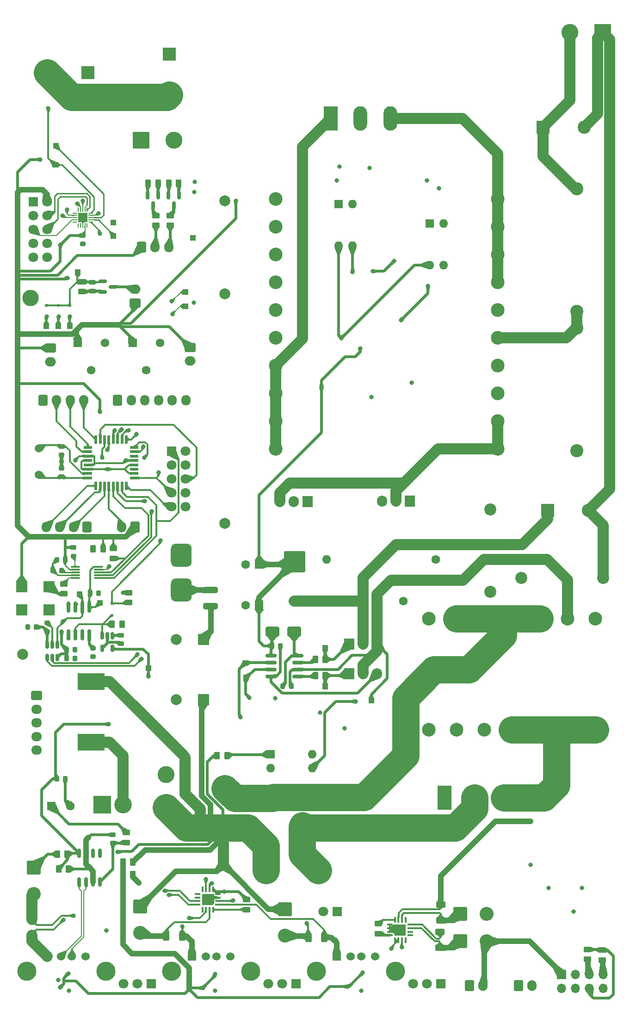
<source format=gbr>
%TF.GenerationSoftware,KiCad,Pcbnew,8.0.1-8.0.1-1~ubuntu22.04.1*%
%TF.CreationDate,2024-04-05T12:52:07+03:00*%
%TF.ProjectId,supply,73757070-6c79-42e6-9b69-6361645f7063,rev?*%
%TF.SameCoordinates,Original*%
%TF.FileFunction,Copper,L1,Top*%
%TF.FilePolarity,Positive*%
%FSLAX46Y46*%
G04 Gerber Fmt 4.6, Leading zero omitted, Abs format (unit mm)*
G04 Created by KiCad (PCBNEW 8.0.1-8.0.1-1~ubuntu22.04.1) date 2024-04-05 12:52:07*
%MOMM*%
%LPD*%
G01*
G04 APERTURE LIST*
G04 Aperture macros list*
%AMRoundRect*
0 Rectangle with rounded corners*
0 $1 Rounding radius*
0 $2 $3 $4 $5 $6 $7 $8 $9 X,Y pos of 4 corners*
0 Add a 4 corners polygon primitive as box body*
4,1,4,$2,$3,$4,$5,$6,$7,$8,$9,$2,$3,0*
0 Add four circle primitives for the rounded corners*
1,1,$1+$1,$2,$3*
1,1,$1+$1,$4,$5*
1,1,$1+$1,$6,$7*
1,1,$1+$1,$8,$9*
0 Add four rect primitives between the rounded corners*
20,1,$1+$1,$2,$3,$4,$5,0*
20,1,$1+$1,$4,$5,$6,$7,0*
20,1,$1+$1,$6,$7,$8,$9,0*
20,1,$1+$1,$8,$9,$2,$3,0*%
%AMFreePoly0*
4,1,14,0.334644,0.085355,0.385355,0.034644,0.400000,-0.000711,0.400000,-0.050000,0.385355,-0.085355,0.350000,-0.100000,-0.350000,-0.100000,-0.385355,-0.085355,-0.400000,-0.050000,-0.400000,0.050000,-0.385355,0.085355,-0.350000,0.100000,0.299289,0.100000,0.334644,0.085355,0.334644,0.085355,$1*%
%AMFreePoly1*
4,1,14,0.385355,0.085355,0.400000,0.050000,0.400000,0.000711,0.385355,-0.034644,0.334644,-0.085355,0.299289,-0.100000,-0.350000,-0.100000,-0.385355,-0.085355,-0.400000,-0.050000,-0.400000,0.050000,-0.385355,0.085355,-0.350000,0.100000,0.350000,0.100000,0.385355,0.085355,0.385355,0.085355,$1*%
%AMFreePoly2*
4,1,14,0.085355,0.385355,0.100000,0.350000,0.100000,-0.350000,0.085355,-0.385355,0.050000,-0.400000,-0.050000,-0.400000,-0.085355,-0.385355,-0.100000,-0.350000,-0.100000,0.299289,-0.085355,0.334644,-0.034644,0.385355,0.000711,0.400000,0.050000,0.400000,0.085355,0.385355,0.085355,0.385355,$1*%
%AMFreePoly3*
4,1,14,0.034644,0.385355,0.085355,0.334644,0.100000,0.299289,0.100000,-0.350000,0.085355,-0.385355,0.050000,-0.400000,-0.050000,-0.400000,-0.085355,-0.385355,-0.100000,-0.350000,-0.100000,0.350000,-0.085355,0.385355,-0.050000,0.400000,-0.000711,0.400000,0.034644,0.385355,0.034644,0.385355,$1*%
%AMFreePoly4*
4,1,14,0.385355,0.085355,0.400000,0.050000,0.400000,-0.050000,0.385355,-0.085355,0.350000,-0.100000,-0.299289,-0.100000,-0.334644,-0.085355,-0.385355,-0.034644,-0.400000,0.000711,-0.400000,0.050000,-0.385355,0.085355,-0.350000,0.100000,0.350000,0.100000,0.385355,0.085355,0.385355,0.085355,$1*%
%AMFreePoly5*
4,1,14,0.385355,0.085355,0.400000,0.050000,0.400000,-0.050000,0.385355,-0.085355,0.350000,-0.100000,-0.350000,-0.100000,-0.385355,-0.085355,-0.400000,-0.050000,-0.400000,-0.000711,-0.385355,0.034644,-0.334644,0.085355,-0.299289,0.100000,0.350000,0.100000,0.385355,0.085355,0.385355,0.085355,$1*%
%AMFreePoly6*
4,1,14,0.085355,0.385355,0.100000,0.350000,0.100000,-0.299289,0.085355,-0.334644,0.034644,-0.385355,-0.000711,-0.400000,-0.050000,-0.400000,-0.085355,-0.385355,-0.100000,-0.350000,-0.100000,0.350000,-0.085355,0.385355,-0.050000,0.400000,0.050000,0.400000,0.085355,0.385355,0.085355,0.385355,$1*%
%AMFreePoly7*
4,1,14,0.085355,0.385355,0.100000,0.350000,0.100000,-0.350000,0.085355,-0.385355,0.050000,-0.400000,0.000711,-0.400000,-0.034644,-0.385355,-0.085355,-0.334644,-0.100000,-0.299289,-0.100000,0.350000,-0.085355,0.385355,-0.050000,0.400000,0.050000,0.400000,0.085355,0.385355,0.085355,0.385355,$1*%
G04 Aperture macros list end*
%TA.AperFunction,EtchedComponent*%
%ADD10C,0.000000*%
%TD*%
%TA.AperFunction,SMDPad,CuDef*%
%ADD11R,1.000000X1.000000*%
%TD*%
%TA.AperFunction,SMDPad,CuDef*%
%ADD12RoundRect,0.250000X-0.450000X0.262500X-0.450000X-0.262500X0.450000X-0.262500X0.450000X0.262500X0*%
%TD*%
%TA.AperFunction,SMDPad,CuDef*%
%ADD13RoundRect,0.225000X0.225000X0.250000X-0.225000X0.250000X-0.225000X-0.250000X0.225000X-0.250000X0*%
%TD*%
%TA.AperFunction,SMDPad,CuDef*%
%ADD14RoundRect,0.150000X-0.150000X0.512500X-0.150000X-0.512500X0.150000X-0.512500X0.150000X0.512500X0*%
%TD*%
%TA.AperFunction,SMDPad,CuDef*%
%ADD15RoundRect,0.225000X-0.225000X-0.250000X0.225000X-0.250000X0.225000X0.250000X-0.225000X0.250000X0*%
%TD*%
%TA.AperFunction,SMDPad,CuDef*%
%ADD16RoundRect,0.087500X-0.425000X-0.087500X0.425000X-0.087500X0.425000X0.087500X-0.425000X0.087500X0*%
%TD*%
%TA.AperFunction,SMDPad,CuDef*%
%ADD17RoundRect,0.087500X-0.087500X-0.425000X0.087500X-0.425000X0.087500X0.425000X-0.087500X0.425000X0*%
%TD*%
%TA.AperFunction,HeatsinkPad*%
%ADD18R,2.100000X2.100000*%
%TD*%
%TA.AperFunction,SMDPad,CuDef*%
%ADD19RoundRect,0.087500X-0.725000X-0.087500X0.725000X-0.087500X0.725000X0.087500X-0.725000X0.087500X0*%
%TD*%
%TA.AperFunction,ComponentPad*%
%ADD20R,1.905000X2.000000*%
%TD*%
%TA.AperFunction,ComponentPad*%
%ADD21O,1.905000X2.000000*%
%TD*%
%TA.AperFunction,ComponentPad*%
%ADD22C,2.000000*%
%TD*%
%TA.AperFunction,ComponentPad*%
%ADD23R,1.800000X1.800000*%
%TD*%
%TA.AperFunction,ComponentPad*%
%ADD24C,1.800000*%
%TD*%
%TA.AperFunction,ComponentPad*%
%ADD25R,1.600000X1.600000*%
%TD*%
%TA.AperFunction,ComponentPad*%
%ADD26C,1.600000*%
%TD*%
%TA.AperFunction,SMDPad,CuDef*%
%ADD27RoundRect,0.250000X0.262500X0.450000X-0.262500X0.450000X-0.262500X-0.450000X0.262500X-0.450000X0*%
%TD*%
%TA.AperFunction,SMDPad,CuDef*%
%ADD28FreePoly0,90.000000*%
%TD*%
%TA.AperFunction,SMDPad,CuDef*%
%ADD29RoundRect,0.050000X0.050000X-0.350000X0.050000X0.350000X-0.050000X0.350000X-0.050000X-0.350000X0*%
%TD*%
%TA.AperFunction,SMDPad,CuDef*%
%ADD30FreePoly1,90.000000*%
%TD*%
%TA.AperFunction,SMDPad,CuDef*%
%ADD31FreePoly2,90.000000*%
%TD*%
%TA.AperFunction,SMDPad,CuDef*%
%ADD32RoundRect,0.050000X0.350000X-0.050000X0.350000X0.050000X-0.350000X0.050000X-0.350000X-0.050000X0*%
%TD*%
%TA.AperFunction,SMDPad,CuDef*%
%ADD33FreePoly3,90.000000*%
%TD*%
%TA.AperFunction,SMDPad,CuDef*%
%ADD34FreePoly4,90.000000*%
%TD*%
%TA.AperFunction,SMDPad,CuDef*%
%ADD35FreePoly5,90.000000*%
%TD*%
%TA.AperFunction,SMDPad,CuDef*%
%ADD36FreePoly6,90.000000*%
%TD*%
%TA.AperFunction,SMDPad,CuDef*%
%ADD37FreePoly7,90.000000*%
%TD*%
%TA.AperFunction,HeatsinkPad*%
%ADD38R,1.700000X1.700000*%
%TD*%
%TA.AperFunction,SMDPad,CuDef*%
%ADD39RoundRect,0.150000X-0.150000X0.587500X-0.150000X-0.587500X0.150000X-0.587500X0.150000X0.587500X0*%
%TD*%
%TA.AperFunction,SMDPad,CuDef*%
%ADD40RoundRect,0.225000X-0.250000X0.225000X-0.250000X-0.225000X0.250000X-0.225000X0.250000X0.225000X0*%
%TD*%
%TA.AperFunction,SMDPad,CuDef*%
%ADD41RoundRect,0.250000X0.450000X-0.262500X0.450000X0.262500X-0.450000X0.262500X-0.450000X-0.262500X0*%
%TD*%
%TA.AperFunction,SMDPad,CuDef*%
%ADD42RoundRect,0.225000X0.250000X-0.225000X0.250000X0.225000X-0.250000X0.225000X-0.250000X-0.225000X0*%
%TD*%
%TA.AperFunction,ComponentPad*%
%ADD43R,1.560000X1.560000*%
%TD*%
%TA.AperFunction,ComponentPad*%
%ADD44C,1.560000*%
%TD*%
%TA.AperFunction,SMDPad,CuDef*%
%ADD45C,2.000000*%
%TD*%
%TA.AperFunction,ComponentPad*%
%ADD46R,2.000000X2.000000*%
%TD*%
%TA.AperFunction,SMDPad,CuDef*%
%ADD47RoundRect,0.250000X0.625000X-0.312500X0.625000X0.312500X-0.625000X0.312500X-0.625000X-0.312500X0*%
%TD*%
%TA.AperFunction,ComponentPad*%
%ADD48RoundRect,0.250000X-0.600000X-0.725000X0.600000X-0.725000X0.600000X0.725000X-0.600000X0.725000X0*%
%TD*%
%TA.AperFunction,ComponentPad*%
%ADD49O,1.700000X1.950000*%
%TD*%
%TA.AperFunction,SMDPad,CuDef*%
%ADD50RoundRect,0.150000X-0.150000X0.675000X-0.150000X-0.675000X0.150000X-0.675000X0.150000X0.675000X0*%
%TD*%
%TA.AperFunction,ComponentPad*%
%ADD51RoundRect,0.250002X1.699998X1.699998X-1.699998X1.699998X-1.699998X-1.699998X1.699998X-1.699998X0*%
%TD*%
%TA.AperFunction,ComponentPad*%
%ADD52RoundRect,0.249999X-1.025001X1.025001X-1.025001X-1.025001X1.025001X-1.025001X1.025001X1.025001X0*%
%TD*%
%TA.AperFunction,ComponentPad*%
%ADD53C,2.550000*%
%TD*%
%TA.AperFunction,ComponentPad*%
%ADD54R,2.400000X2.400000*%
%TD*%
%TA.AperFunction,ComponentPad*%
%ADD55C,2.400000*%
%TD*%
%TA.AperFunction,ComponentPad*%
%ADD56R,1.700000X1.700000*%
%TD*%
%TA.AperFunction,ComponentPad*%
%ADD57O,1.700000X1.700000*%
%TD*%
%TA.AperFunction,SMDPad,CuDef*%
%ADD58RoundRect,0.250000X0.312500X0.625000X-0.312500X0.625000X-0.312500X-0.625000X0.312500X-0.625000X0*%
%TD*%
%TA.AperFunction,ComponentPad*%
%ADD59C,2.200000*%
%TD*%
%TA.AperFunction,ComponentPad*%
%ADD60C,2.500000*%
%TD*%
%TA.AperFunction,SMDPad,CuDef*%
%ADD61RoundRect,0.250000X1.000000X0.650000X-1.000000X0.650000X-1.000000X-0.650000X1.000000X-0.650000X0*%
%TD*%
%TA.AperFunction,ComponentPad*%
%ADD62RoundRect,0.250000X-0.600000X-0.750000X0.600000X-0.750000X0.600000X0.750000X-0.600000X0.750000X0*%
%TD*%
%TA.AperFunction,ComponentPad*%
%ADD63O,1.700000X2.000000*%
%TD*%
%TA.AperFunction,SMDPad,CuDef*%
%ADD64RoundRect,0.150000X-0.587500X-0.150000X0.587500X-0.150000X0.587500X0.150000X-0.587500X0.150000X0*%
%TD*%
%TA.AperFunction,ComponentPad*%
%ADD65RoundRect,0.250000X0.600000X0.725000X-0.600000X0.725000X-0.600000X-0.725000X0.600000X-0.725000X0*%
%TD*%
%TA.AperFunction,SMDPad,CuDef*%
%ADD66RoundRect,0.250000X1.075000X-0.312500X1.075000X0.312500X-1.075000X0.312500X-1.075000X-0.312500X0*%
%TD*%
%TA.AperFunction,SMDPad,CuDef*%
%ADD67RoundRect,0.150000X-0.825000X-0.150000X0.825000X-0.150000X0.825000X0.150000X-0.825000X0.150000X0*%
%TD*%
%TA.AperFunction,ComponentPad*%
%ADD68O,1.600000X1.600000*%
%TD*%
%TA.AperFunction,ComponentPad*%
%ADD69RoundRect,0.250000X-0.725000X0.600000X-0.725000X-0.600000X0.725000X-0.600000X0.725000X0.600000X0*%
%TD*%
%TA.AperFunction,ComponentPad*%
%ADD70O,1.950000X1.700000*%
%TD*%
%TA.AperFunction,ComponentPad*%
%ADD71RoundRect,0.249999X-1.025001X-1.025001X1.025001X-1.025001X1.025001X1.025001X-1.025001X1.025001X0*%
%TD*%
%TA.AperFunction,ComponentPad*%
%ADD72R,2.500000X4.500000*%
%TD*%
%TA.AperFunction,ComponentPad*%
%ADD73O,2.500000X4.500000*%
%TD*%
%TA.AperFunction,SMDPad,CuDef*%
%ADD74RoundRect,0.250000X-0.262500X-0.450000X0.262500X-0.450000X0.262500X0.450000X-0.262500X0.450000X0*%
%TD*%
%TA.AperFunction,SMDPad,CuDef*%
%ADD75RoundRect,0.125000X-0.125000X0.125000X-0.125000X-0.125000X0.125000X-0.125000X0.125000X0.125000X0*%
%TD*%
%TA.AperFunction,SMDPad,CuDef*%
%ADD76R,1.600000X0.550000*%
%TD*%
%TA.AperFunction,SMDPad,CuDef*%
%ADD77R,0.550000X1.600000*%
%TD*%
%TA.AperFunction,ComponentPad*%
%ADD78R,1.524000X1.524000*%
%TD*%
%TA.AperFunction,ComponentPad*%
%ADD79C,1.524000*%
%TD*%
%TA.AperFunction,ComponentPad*%
%ADD80C,3.500000*%
%TD*%
%TA.AperFunction,ComponentPad*%
%ADD81RoundRect,0.249999X1.300001X1.300001X-1.300001X1.300001X-1.300001X-1.300001X1.300001X-1.300001X0*%
%TD*%
%TA.AperFunction,ComponentPad*%
%ADD82C,3.100000*%
%TD*%
%TA.AperFunction,ComponentPad*%
%ADD83RoundRect,0.250000X0.750000X-0.600000X0.750000X0.600000X-0.750000X0.600000X-0.750000X-0.600000X0*%
%TD*%
%TA.AperFunction,ComponentPad*%
%ADD84O,2.000000X1.700000*%
%TD*%
%TA.AperFunction,ComponentPad*%
%ADD85RoundRect,0.250000X-0.750000X0.600000X-0.750000X-0.600000X0.750000X-0.600000X0.750000X0.600000X0*%
%TD*%
%TA.AperFunction,SMDPad,CuDef*%
%ADD86RoundRect,0.125000X0.125000X-0.125000X0.125000X0.125000X-0.125000X0.125000X-0.125000X-0.125000X0*%
%TD*%
%TA.AperFunction,SMDPad,CuDef*%
%ADD87RoundRect,0.952500X0.952500X-1.167500X0.952500X1.167500X-0.952500X1.167500X-0.952500X-1.167500X0*%
%TD*%
%TA.AperFunction,SMDPad,CuDef*%
%ADD88RoundRect,0.087500X0.425000X0.087500X-0.425000X0.087500X-0.425000X-0.087500X0.425000X-0.087500X0*%
%TD*%
%TA.AperFunction,SMDPad,CuDef*%
%ADD89RoundRect,0.087500X0.087500X0.425000X-0.087500X0.425000X-0.087500X-0.425000X0.087500X-0.425000X0*%
%TD*%
%TA.AperFunction,ComponentPad*%
%ADD90RoundRect,0.250000X0.600000X0.750000X-0.600000X0.750000X-0.600000X-0.750000X0.600000X-0.750000X0*%
%TD*%
%TA.AperFunction,ComponentPad*%
%ADD91RoundRect,0.249999X-1.300001X-1.300001X1.300001X-1.300001X1.300001X1.300001X-1.300001X1.300001X0*%
%TD*%
%TA.AperFunction,SMDPad,CuDef*%
%ADD92R,2.000000X2.000000*%
%TD*%
%TA.AperFunction,SMDPad,CuDef*%
%ADD93RoundRect,0.162500X-0.162500X0.825000X-0.162500X-0.825000X0.162500X-0.825000X0.162500X0.825000X0*%
%TD*%
%TA.AperFunction,SMDPad,CuDef*%
%ADD94RoundRect,1.025000X-1.025000X1.025000X-1.025000X-1.025000X1.025000X-1.025000X1.025000X1.025000X0*%
%TD*%
%TA.AperFunction,ComponentPad*%
%ADD95RoundRect,0.249999X1.300001X-1.300001X1.300001X1.300001X-1.300001X1.300001X-1.300001X-1.300001X0*%
%TD*%
%TA.AperFunction,ComponentPad*%
%ADD96C,3.000000*%
%TD*%
%TA.AperFunction,ComponentPad*%
%ADD97C,1.500000*%
%TD*%
%TA.AperFunction,SMDPad,CuDef*%
%ADD98R,5.000000X3.100000*%
%TD*%
%TA.AperFunction,ComponentPad*%
%ADD99R,3.200000X3.200000*%
%TD*%
%TA.AperFunction,ComponentPad*%
%ADD100O,3.200000X3.200000*%
%TD*%
%TA.AperFunction,ViaPad*%
%ADD101C,0.800000*%
%TD*%
%TA.AperFunction,Conductor*%
%ADD102C,2.000000*%
%TD*%
%TA.AperFunction,Conductor*%
%ADD103C,0.500000*%
%TD*%
%TA.AperFunction,Conductor*%
%ADD104C,1.000000*%
%TD*%
%TA.AperFunction,Conductor*%
%ADD105C,0.300000*%
%TD*%
%TA.AperFunction,Conductor*%
%ADD106C,0.250000*%
%TD*%
%TA.AperFunction,Conductor*%
%ADD107C,5.000000*%
%TD*%
%TA.AperFunction,Conductor*%
%ADD108C,0.200000*%
%TD*%
%TA.AperFunction,Conductor*%
%ADD109C,0.150000*%
%TD*%
G04 APERTURE END LIST*
D10*
%TA.AperFunction,EtchedComponent*%
%TO.C,NT1*%
G36*
X111621320Y-182907107D02*
G01*
X110207107Y-184321320D01*
X107378680Y-181492893D01*
X108792893Y-180078680D01*
X111621320Y-182907107D01*
G37*
%TD.AperFunction*%
%TA.AperFunction,EtchedComponent*%
%TO.C,NT2*%
G36*
X125750000Y-210200000D02*
G01*
X123750000Y-210200000D01*
X123750000Y-206200000D01*
X125750000Y-206200000D01*
X125750000Y-210200000D01*
G37*
%TD.AperFunction*%
%TD*%
D11*
%TO.P,TP8,1,1*%
%TO.N,/Control & Fan/POWER_OUTPUT_VOLT_SENSE*%
X93900000Y-82100000D03*
%TD*%
D12*
%TO.P,R3,1*%
%TO.N,/Control & Fan/+5V_VSYS*%
X129000000Y-216537500D03*
%TO.P,R3,2*%
%TO.N,Net-(U1-VPU)*%
X129000000Y-218362500D03*
%TD*%
D13*
%TO.P,C47,1*%
%TO.N,/Control & Fan/+5V_VSYS*%
X90475000Y-166700000D03*
%TO.P,C47,2*%
%TO.N,GND*%
X88925000Y-166700000D03*
%TD*%
D14*
%TO.P,U20,1,VCC*%
%TO.N,/Control & Fan/+5V_VSYS*%
X104450000Y-168312500D03*
%TO.P,U20,2,GND*%
%TO.N,GND*%
X103500000Y-168312500D03*
%TO.P,U20,3,IN+*%
%TO.N,Net-(D19-K)*%
X102550000Y-168312500D03*
%TO.P,U20,4,IN-*%
%TO.N,GND*%
X102550000Y-170587500D03*
%TO.P,U20,5,OUT*%
%TO.N,/Control & Fan/SIGNAL_OUT*%
X104450000Y-170587500D03*
%TD*%
D11*
%TO.P,TP2,1,1*%
%TO.N,Net-(U5-OUTB)*%
X128900000Y-175900000D03*
%TD*%
%TO.P,TP19,1,1*%
%TO.N,/Control & Fan/POWER_OUTPUT_FB*%
X119200000Y-95500000D03*
%TD*%
%TO.P,TP15,1,1*%
%TO.N,Net-(D16-K)*%
X98100000Y-101700000D03*
%TD*%
D15*
%TO.P,C16,1*%
%TO.N,Net-(D3-K)*%
X135625000Y-177500000D03*
%TO.P,C16,2*%
%TO.N,Net-(Q1-S)*%
X137175000Y-177500000D03*
%TD*%
D16*
%TO.P,U27,1,IN-3*%
%TO.N,GND*%
X155237500Y-221125000D03*
%TO.P,U27,2,IN+3*%
X155237500Y-221775000D03*
%TO.P,U27,3,GND*%
X155237500Y-222425000D03*
%TO.P,U27,4,VS*%
%TO.N,/Control & Fan/+5V_VSYS*%
X155237500Y-223075000D03*
D17*
%TO.P,U27,5,A0*%
%TO.N,/Control & Fan/SCL*%
X156125000Y-223962500D03*
%TO.P,U27,6,SCL*%
X156775000Y-223962500D03*
%TO.P,U27,7,SDA*%
%TO.N,/Control & Fan/SDA*%
X157425000Y-223962500D03*
%TO.P,U27,8,WARNING*%
%TO.N,unconnected-(U27-WARNING-Pad8)*%
X158075000Y-223962500D03*
D16*
%TO.P,U27,9,CRITICAL*%
%TO.N,unconnected-(U27-CRITICAL-Pad9)*%
X158962500Y-223075000D03*
%TO.P,U27,10,PV*%
%TO.N,unconnected-(U27-PV-Pad10)*%
X158962500Y-222425000D03*
%TO.P,U27,11,IN-1*%
%TO.N,/Output connectors/5V_-*%
X158962500Y-221775000D03*
%TO.P,U27,12,IN+1*%
%TO.N,/Internal 5V & out usb/+5V_OUT*%
X158962500Y-221125000D03*
D17*
%TO.P,U27,13,TC*%
%TO.N,unconnected-(U27-TC-Pad13)*%
X158075000Y-220237500D03*
%TO.P,U27,14,IN-2*%
%TO.N,/Output connectors/3.3V_-*%
X157425000Y-220237500D03*
%TO.P,U27,15,IN+2*%
%TO.N,/Internal 5V & out usb/+3.3_VOUT*%
X156775000Y-220237500D03*
%TO.P,U27,16,VPU*%
%TO.N,Net-(U27-VPU)*%
X156125000Y-220237500D03*
D18*
%TO.P,U27,17,EP*%
%TO.N,GND*%
X157100000Y-222100000D03*
%TD*%
D19*
%TO.P,U16,1,COMP*%
%TO.N,Net-(U16-COMP)*%
X97687500Y-155700000D03*
%TO.P,U16,2,VDD*%
%TO.N,/Control & Fan/+5V_VSYS*%
X97687500Y-156200000D03*
%TO.P,U16,3,CAP/2.5V*%
%TO.N,Net-(U16-CAP{slash}2.5V)*%
X97687500Y-156700000D03*
%TO.P,U16,4,DGND*%
%TO.N,GND*%
X97687500Y-157200000D03*
%TO.P,U16,5,MCLK*%
%TO.N,Net-(U16-MCLK)*%
X97687500Y-157700000D03*
%TO.P,U16,6,SDATA*%
%TO.N,/Control & Fan/MOSI*%
X101912500Y-157700000D03*
%TO.P,U16,7,SCLK*%
%TO.N,/Control & Fan/SCK*%
X101912500Y-157200000D03*
%TO.P,U16,8,~{FSYNC}*%
%TO.N,/Control & Fan/SIGNAL_CS*%
X101912500Y-156700000D03*
%TO.P,U16,9,AGND*%
%TO.N,GND*%
X101912500Y-156200000D03*
%TO.P,U16,10,VOUT*%
%TO.N,Net-(U16-VOUT)*%
X101912500Y-155700000D03*
%TD*%
D20*
%TO.P,Q10,1,G*%
%TO.N,Net-(Q10-G)*%
X158867000Y-143602000D03*
D21*
%TO.P,Q10,2,D*%
%TO.N,Net-(Q10-D)*%
X156327000Y-143602000D03*
%TO.P,Q10,3,S*%
%TO.N,GNDPWR*%
X153787000Y-143602000D03*
%TD*%
D22*
%TO.P,J3,1,Shield*%
%TO.N,GND*%
X88000000Y-171700000D03*
%TD*%
D23*
%TO.P,J14,1,Pin_1*%
%TO.N,/Control & Fan/MOSI*%
X115230000Y-134520000D03*
D24*
%TO.P,J14,2,Pin_2*%
%TO.N,/Control & Fan/+5V_VSYS*%
X117770000Y-134520000D03*
%TO.P,J14,3,Pin_3*%
%TO.N,unconnected-(J14-Pin_3-Pad3)*%
X115230000Y-137060000D03*
%TO.P,J14,4,Pin_4*%
%TO.N,unconnected-(J14-Pin_4-Pad4)*%
X117770000Y-137060000D03*
%TO.P,J14,5,Pin_5*%
%TO.N,/Control & Fan/RESET#*%
X115230000Y-139600000D03*
%TO.P,J14,6,Pin_6*%
%TO.N,/Control & Fan/TXD*%
X117770000Y-139600000D03*
%TO.P,J14,7,Pin_7*%
%TO.N,/Control & Fan/SCK*%
X115230000Y-142140000D03*
%TO.P,J14,8,Pin_8*%
%TO.N,GND*%
X117770000Y-142140000D03*
%TO.P,J14,9,Pin_9*%
%TO.N,/Control & Fan/MISO*%
X115230000Y-144680000D03*
%TO.P,J14,10,Pin_10*%
%TO.N,GND*%
X117770000Y-144680000D03*
%TD*%
D25*
%TO.P,C63,1*%
%TO.N,/Internal 5V & out usb/V_STANDBY*%
X131300000Y-155200000D03*
D26*
%TO.P,C63,2*%
%TO.N,GNDPWR*%
X128800000Y-155200000D03*
%TD*%
D13*
%TO.P,C8,1*%
%TO.N,GND*%
X95800000Y-194450000D03*
%TO.P,C8,2*%
%TO.N,Net-(U2-FB)*%
X94250000Y-194450000D03*
%TD*%
D15*
%TO.P,C44,1*%
%TO.N,/Control & Fan/+5V_VSYS*%
X96025000Y-170800000D03*
%TO.P,C44,2*%
%TO.N,GND*%
X97575000Y-170800000D03*
%TD*%
D23*
%TO.P,D2,1,A1*%
%TO.N,Net-(D2-A1)*%
X111550000Y-231950000D03*
D24*
%TO.P,D2,2,K*%
%TO.N,Net-(D2-K)*%
X109010000Y-231950000D03*
%TO.P,D2,3,A2*%
%TO.N,Net-(D2-A2)*%
X106470000Y-231950000D03*
%TD*%
D27*
%TO.P,R25,1*%
%TO.N,/Internal 5V & out usb/+5V_OUT*%
X108162500Y-209700000D03*
%TO.P,R25,2*%
%TO.N,/Internal 5V & out usb/VREF_2V5*%
X106337500Y-209700000D03*
%TD*%
D11*
%TO.P,TP5,1,1*%
%TO.N,Net-(Q1-S)*%
X151800000Y-180100000D03*
%TD*%
D28*
%TO.P,U14,1,PA2*%
%TO.N,unconnected-(U14-PA2-Pad1)*%
X98200000Y-93200000D03*
D29*
%TO.P,U14,2,PA3*%
%TO.N,unconnected-(U14-PA3-Pad2)*%
X98600000Y-93200000D03*
%TO.P,U14,3,GND*%
%TO.N,GND*%
X99000000Y-93200000D03*
%TO.P,U14,4,VCC*%
%TO.N,/Control & Fan/+5V_VSYS*%
X99400000Y-93200000D03*
D30*
%TO.P,U14,5,PA4*%
%TO.N,unconnected-(U14-PA4-Pad5)*%
X99800000Y-93200000D03*
D31*
%TO.P,U14,6,PA5*%
%TO.N,/Control & Fan/POWER_OUTPUT_IC_FB*%
X100450000Y-92550000D03*
D32*
%TO.P,U14,7,PA6*%
%TO.N,/Control & Fan/ATTINY_VREF_2V5*%
X100450000Y-92150000D03*
%TO.P,U14,8,PA7*%
%TO.N,/Control & Fan/POWER_OUTPUT_CURRENT_SENSE*%
X100450000Y-91750000D03*
%TO.P,U14,9,PB5*%
%TO.N,/Control & Fan/POWER_OUTPUT_SHUTDOWN#*%
X100450000Y-91350000D03*
D33*
%TO.P,U14,10,PB4*%
%TO.N,/Control & Fan/POWER_OUTPUT_VOLT_SENSE*%
X100450000Y-90950000D03*
D34*
%TO.P,U14,11,PB3*%
%TO.N,/Control & Fan/ATTINY_RXD*%
X99800000Y-90300000D03*
D29*
%TO.P,U14,12,PB2*%
%TO.N,/Control & Fan/ATTINY_TXD*%
X99400000Y-90300000D03*
%TO.P,U14,13,PB1*%
%TO.N,/Control & Fan/SDA*%
X99000000Y-90300000D03*
%TO.P,U14,14,PB0*%
%TO.N,/Control & Fan/SCL*%
X98600000Y-90300000D03*
D35*
%TO.P,U14,15,PC0*%
%TO.N,unconnected-(U14-PC0-Pad15)*%
X98200000Y-90300000D03*
D36*
%TO.P,U14,16,PC1*%
%TO.N,unconnected-(U14-PC1-Pad16)*%
X97550000Y-90950000D03*
D32*
%TO.P,U14,17,PC2*%
%TO.N,/Control & Fan/POWER_OUTPUT_OVERLOADED_LED*%
X97550000Y-91350000D03*
%TO.P,U14,18,PC3*%
%TO.N,/Control & Fan/POWER_OUTPUT_VOUT_LED*%
X97550000Y-91750000D03*
%TO.P,U14,19,~{RESET}/PA0*%
%TO.N,/Control & Fan/ATTINY_RESET#*%
X97550000Y-92150000D03*
D37*
%TO.P,U14,20,PA1*%
%TO.N,unconnected-(U14-PA1-Pad20)*%
X97550000Y-92550000D03*
D38*
%TO.P,U14,21,GND*%
%TO.N,GND*%
X99000000Y-91750000D03*
%TD*%
D15*
%TO.P,C50,1*%
%TO.N,Net-(U16-VOUT)*%
X100325000Y-160500000D03*
%TO.P,C50,2*%
%TO.N,GND*%
X101875000Y-160500000D03*
%TD*%
D39*
%TO.P,Q3,1,G*%
%TO.N,/Control & Fan/POWER_OUTPUT_OVERLOADED_LED*%
X112800000Y-87662500D03*
%TO.P,Q3,2,S*%
%TO.N,GND*%
X110900000Y-87662500D03*
%TO.P,Q3,3,D*%
%TO.N,Net-(Q3-D)*%
X111850000Y-89537500D03*
%TD*%
D40*
%TO.P,C38,1*%
%TO.N,Net-(U13-XTAL1{slash}PB6)*%
X95112500Y-133625000D03*
%TO.P,C38,2*%
%TO.N,GND*%
X95112500Y-135175000D03*
%TD*%
D41*
%TO.P,R11,1*%
%TO.N,Net-(U7-VBUS)*%
X107000000Y-206112500D03*
%TO.P,R11,2*%
%TO.N,/Internal 5V & out usb/USB_1_BP*%
X107000000Y-204287500D03*
%TD*%
D42*
%TO.P,C52,1*%
%TO.N,Net-(U16-COMP)*%
X97300000Y-153675000D03*
%TO.P,C52,2*%
%TO.N,/Control & Fan/+5V_VSYS*%
X97300000Y-152125000D03*
%TD*%
D43*
%TO.P,RV3,1,1*%
%TO.N,/Control & Fan/+5V_VSYS*%
X108112500Y-114660000D03*
D44*
%TO.P,RV3,2,2*%
%TO.N,Net-(U19A--)*%
X110612500Y-119660000D03*
%TO.P,RV3,3,3*%
%TO.N,GND*%
X113112500Y-114660000D03*
%TD*%
D45*
%TO.P,NT1,1,1*%
%TO.N,/Internal 5V & out usb/+5V_OUT*%
X110914214Y-183614214D03*
%TO.P,NT1,2,2*%
%TO.N,/Internal 5V & out usb/USB_1_+5V*%
X108085786Y-180785786D03*
%TD*%
D46*
%TO.P,C21,1*%
%TO.N,Net-(D8-K)*%
X139200000Y-203025000D03*
D22*
%TO.P,C21,2*%
%TO.N,GND*%
X139200000Y-198025000D03*
%TD*%
D41*
%TO.P,R78,1*%
%TO.N,/Control & Fan/+5V_VSYS*%
X153150000Y-222762500D03*
%TO.P,R78,2*%
%TO.N,Net-(U27-VPU)*%
X153150000Y-220937500D03*
%TD*%
D47*
%TO.P,R73,1*%
%TO.N,/Output connectors/5V_-*%
X164400000Y-225362500D03*
%TO.P,R73,2*%
%TO.N,/Internal 5V & out usb/+5V_OUT*%
X164400000Y-222437500D03*
%TD*%
D48*
%TO.P,J16,1,Pin_1*%
%TO.N,/Control & Fan/+5V_VSYS*%
X109750000Y-97200000D03*
D49*
%TO.P,J16,2,Pin_2*%
%TO.N,Net-(J16-Pin_2)*%
X112250000Y-97200000D03*
%TO.P,J16,3,Pin_3*%
%TO.N,Net-(J16-Pin_3)*%
X114750000Y-97200000D03*
%TD*%
D13*
%TO.P,C46,1*%
%TO.N,/Control & Fan/+5V_VSYS*%
X95775000Y-154400000D03*
%TO.P,C46,2*%
%TO.N,GND*%
X94225000Y-154400000D03*
%TD*%
D50*
%TO.P,U7,1,CSN/NTC*%
%TO.N,unconnected-(U7-CSN{slash}NTC-Pad1)*%
X102155000Y-208075000D03*
%TO.P,U7,2,CSP/FA*%
%TO.N,unconnected-(U7-CSP{slash}FA-Pad2)*%
X100885000Y-208075000D03*
%TO.P,U7,3,GND*%
%TO.N,GND*%
X99615000Y-208075000D03*
%TO.P,U7,4,FB*%
%TO.N,Net-(U2-FB)*%
X98345000Y-208075000D03*
%TO.P,U7,5,DM*%
%TO.N,/Internal 5V & out usb/USB_1_D-*%
X98345000Y-213325000D03*
%TO.P,U7,6,DP*%
%TO.N,/Internal 5V & out usb/USB_1_D+*%
X99615000Y-213325000D03*
%TO.P,U7,7,SEL*%
%TO.N,GND*%
X100885000Y-213325000D03*
%TO.P,U7,8,VBUS*%
%TO.N,Net-(U7-VBUS)*%
X102155000Y-213325000D03*
%TD*%
D51*
%TO.P,J4,1,Pin_1*%
%TO.N,/Internal 5V & out usb/V_STANDBY*%
X137800000Y-154700000D03*
%TD*%
D27*
%TO.P,R47,1*%
%TO.N,GND*%
X106162500Y-166200000D03*
%TO.P,R47,2*%
%TO.N,Net-(D19-K)*%
X104337500Y-166200000D03*
%TD*%
D52*
%TO.P,F2,1*%
%TO.N,/Internal 5V & out usb/USB_2_3_+5V*%
X109500000Y-217800000D03*
D53*
%TO.P,F2,2*%
%TO.N,/Internal 5V & out usb/VBUS_2_+*%
X109500000Y-222600000D03*
%TD*%
D12*
%TO.P,R41,1*%
%TO.N,Net-(U16-MCLK)*%
X95500000Y-158787500D03*
%TO.P,R41,2*%
%TO.N,Net-(X2-OUT)*%
X95500000Y-160612500D03*
%TD*%
D54*
%TO.P,C17,1*%
%TO.N,/Internal 5V & out usb/400V*%
X184087246Y-145300000D03*
D55*
%TO.P,C17,2*%
%TO.N,GNDPWR*%
X191587246Y-145300000D03*
%TD*%
D39*
%TO.P,Q4,1,G*%
%TO.N,/Control & Fan/POWER_OUTPUT_VOUT_LED*%
X116600000Y-87662500D03*
%TO.P,Q4,2,S*%
%TO.N,GND*%
X114700000Y-87662500D03*
%TO.P,Q4,3,D*%
%TO.N,Net-(Q4-D)*%
X115650000Y-89537500D03*
%TD*%
D15*
%TO.P,C45,1*%
%TO.N,/Control & Fan/+5V_VSYS*%
X96025000Y-172400000D03*
%TO.P,C45,2*%
%TO.N,GND*%
X97575000Y-172400000D03*
%TD*%
D56*
%TO.P,J26,1,Pin_1*%
%TO.N,/Output connectors/5V_FUSE*%
X186650000Y-230275000D03*
D57*
%TO.P,J26,2,Pin_2*%
%TO.N,GND*%
X186650000Y-232815000D03*
%TO.P,J26,3,Pin_3*%
%TO.N,/Output connectors/3.3V_FUSE*%
X189190000Y-230275000D03*
%TO.P,J26,4,Pin_4*%
%TO.N,GND*%
X189190000Y-232815000D03*
%TO.P,J26,5,Pin_5*%
%TO.N,/Output connectors/SIGNAL_OUT_PWR_5V*%
X191730000Y-230275000D03*
%TO.P,J26,6,Pin_6*%
%TO.N,GND*%
X191730000Y-232815000D03*
%TO.P,J26,7,Pin_7*%
%TO.N,/Output connectors/SIGNAL_OUT_PWR_3V3*%
X194270000Y-230275000D03*
%TO.P,J26,8,Pin_8*%
%TO.N,/Control & Fan/SIGNAL_OUT*%
X194270000Y-232815000D03*
%TD*%
D58*
%TO.P,R19,1*%
%TO.N,/Internal 5V & out usb/VBUS_3*%
X143212500Y-223450000D03*
%TO.P,R19,2*%
%TO.N,/Internal 5V & out usb/VBUS_3_+*%
X140287500Y-223450000D03*
%TD*%
D59*
%TO.P,C18,1*%
%TO.N,Net-(C18-Pad1)*%
X173600000Y-160200000D03*
%TO.P,C18,2*%
%TO.N,/Internal 5V & out usb/400V*%
X173600000Y-145200000D03*
%TD*%
D11*
%TO.P,TP4,1,1*%
%TO.N,Net-(Q2-G)*%
X143400000Y-177600000D03*
%TD*%
D58*
%TO.P,R16,1*%
%TO.N,/Internal 5V & out usb/VBUS_2*%
X117212500Y-223200000D03*
%TO.P,R16,2*%
%TO.N,/Internal 5V & out usb/VBUS_2_+*%
X114287500Y-223200000D03*
%TD*%
D60*
%TO.P,TR1,1,1*%
%TO.N,Net-(D8-A-Pad1)*%
X162360000Y-185460000D03*
%TO.P,TR1,2,2*%
X162360000Y-165140000D03*
%TO.P,TR1,3,3*%
X167440000Y-185460000D03*
%TO.P,TR1,4,4*%
%TO.N,GND*%
X167440000Y-165140000D03*
%TO.P,TR1,5,5*%
%TO.N,Net-(D8-A-Pad1)*%
X172520000Y-185460000D03*
%TO.P,TR1,6,6*%
%TO.N,GND*%
X172520000Y-165140000D03*
%TO.P,TR1,7,7*%
%TO.N,Net-(D8-A-Pad3)*%
X177600000Y-185460000D03*
%TO.P,TR1,8,8*%
%TO.N,GND*%
X177600000Y-165140000D03*
%TO.P,TR1,9,9*%
%TO.N,Net-(D8-A-Pad3)*%
X182680000Y-185460000D03*
%TO.P,TR1,10,10*%
%TO.N,GND*%
X182680000Y-165140000D03*
%TO.P,TR1,11,11*%
%TO.N,Net-(D8-A-Pad3)*%
X187760000Y-185460000D03*
%TO.P,TR1,12,12*%
%TO.N,Net-(Q1-S)*%
X187760000Y-165140000D03*
%TO.P,TR1,13,13*%
%TO.N,Net-(D8-A-Pad3)*%
X192840000Y-185460000D03*
%TO.P,TR1,14,14*%
%TO.N,Net-(C18-Pad1)*%
X192840000Y-165140000D03*
%TD*%
D54*
%TO.P,C70,1*%
%TO.N,/Internal 5V & out usb/400V*%
X183287246Y-75200000D03*
D55*
%TO.P,C70,2*%
%TO.N,GNDPWR*%
X190787246Y-75200000D03*
%TD*%
D11*
%TO.P,TP14,1,1*%
%TO.N,Net-(D18-A)*%
X96600000Y-111600000D03*
%TD*%
%TO.P,TP13,1,1*%
%TO.N,Net-(D16-A)*%
X92300000Y-111600000D03*
%TD*%
D12*
%TO.P,R75,1*%
%TO.N,GND*%
X191400000Y-225675000D03*
%TO.P,R75,2*%
%TO.N,/Output connectors/SIGNAL_OUT_PWR_5V*%
X191400000Y-227500000D03*
%TD*%
D61*
%TO.P,D3,1,K*%
%TO.N,Net-(D3-K)*%
X137700000Y-167500000D03*
%TO.P,D3,2,A*%
%TO.N,/Internal 5V & out usb/V_STANDBY*%
X133700000Y-167500000D03*
%TD*%
D48*
%TO.P,J17,1,Pin_1*%
%TO.N,Net-(J17-Pin_1)*%
X105362500Y-125150000D03*
D49*
%TO.P,J17,2,Pin_2*%
%TO.N,/Control & Fan/TFT_DC*%
X107862500Y-125150000D03*
%TO.P,J17,3,Pin_3*%
%TO.N,/Control & Fan/MOSI*%
X110362500Y-125150000D03*
%TO.P,J17,4,Pin_4*%
%TO.N,/Control & Fan/SCK*%
X112862500Y-125150000D03*
%TO.P,J17,5,Pin_5*%
%TO.N,/Control & Fan/TFT_CS*%
X115362500Y-125150000D03*
%TO.P,J17,6,Pin_6*%
%TO.N,GND*%
X117862500Y-125150000D03*
%TD*%
D23*
%TO.P,D13,1,K*%
%TO.N,Net-(D13-K)*%
X145575000Y-218700000D03*
D24*
%TO.P,D13,2,A*%
%TO.N,/Internal 5V & out usb/+5V_OUT*%
X143035000Y-218700000D03*
%TD*%
D54*
%TO.P,C23,1*%
%TO.N,/Internal 5V & out usb/+5V_OUT*%
X124700000Y-203412755D03*
D55*
%TO.P,C23,2*%
%TO.N,GND*%
X124700000Y-195912755D03*
%TD*%
D62*
%TO.P,J28,1,Pin_1*%
%TO.N,GND*%
X169750000Y-232250000D03*
D63*
%TO.P,J28,2,Pin_2*%
%TO.N,/Output connectors/5V_FUSE*%
X172250000Y-232250000D03*
%TD*%
D11*
%TO.P,TP12,1,1*%
%TO.N,/Control & Fan/ENABLE_FAN*%
X94500000Y-111600000D03*
%TD*%
D64*
%TO.P,Q6,1,G*%
%TO.N,Net-(D16-K)*%
X102675000Y-103450000D03*
%TO.P,Q6,2,S*%
%TO.N,GND*%
X102675000Y-105350000D03*
%TO.P,Q6,3,D*%
%TO.N,Net-(D20-A)*%
X104550000Y-104400000D03*
%TD*%
D47*
%TO.P,R72,1*%
%TO.N,/Output connectors/3.3V_-*%
X164500000Y-220362500D03*
%TO.P,R72,2*%
%TO.N,/Internal 5V & out usb/+3.3_VOUT*%
X164500000Y-217437500D03*
%TD*%
D65*
%TO.P,J10,1,Pin_1*%
%TO.N,GND*%
X99787500Y-148400000D03*
D49*
%TO.P,J10,2,Pin_2*%
%TO.N,/Control & Fan/ENCODER_V_CLICK*%
X97287500Y-148400000D03*
%TO.P,J10,3,Pin_3*%
%TO.N,/Control & Fan/ENCODER_V_B*%
X94787500Y-148400000D03*
%TO.P,J10,4,Pin_4*%
%TO.N,/Control & Fan/ENCODER_V_A*%
X92287500Y-148400000D03*
%TD*%
D48*
%TO.P,J12,1,Pin_1*%
%TO.N,GND*%
X91687500Y-125200000D03*
D49*
%TO.P,J12,2,Pin_2*%
%TO.N,/Control & Fan/ENCODER_I_CLICK*%
X94187500Y-125200000D03*
%TO.P,J12,3,Pin_3*%
%TO.N,/Control & Fan/ENCODER_I_B*%
X96687500Y-125200000D03*
%TO.P,J12,4,Pin_4*%
%TO.N,/Control & Fan/ENCODER_I_A*%
X99187500Y-125200000D03*
%TD*%
D66*
%TO.P,R30,1*%
%TO.N,Net-(C29-Pad1)*%
X122400000Y-162862500D03*
%TO.P,R30,2*%
%TO.N,Net-(F4-Pad1)*%
X122400000Y-159937500D03*
%TD*%
D22*
%TO.P,J5,1,Shield*%
%TO.N,GND*%
X125000000Y-105700000D03*
%TD*%
D45*
%TO.P,NT2,1,1*%
%TO.N,/Internal 5V & out usb/+5V_OUT*%
X124750000Y-206200000D03*
%TO.P,NT2,2,2*%
%TO.N,/Internal 5V & out usb/USB_2_3_+5V*%
X124750000Y-210200000D03*
%TD*%
D67*
%TO.P,U8,1,VCC*%
%TO.N,/Internal 5V & out usb/V_STANDBY*%
X133425000Y-171895000D03*
%TO.P,U8,2,HIN*%
%TO.N,Net-(U5-OUTA)*%
X133425000Y-173165000D03*
%TO.P,U8,3,LIN*%
%TO.N,Net-(U5-OUTB)*%
X133425000Y-174435000D03*
%TO.P,U8,4,COM*%
%TO.N,GNDPWR*%
X133425000Y-175705000D03*
%TO.P,U8,5,LO*%
%TO.N,Net-(U8-LO)*%
X138375000Y-175705000D03*
%TO.P,U8,6,VS*%
%TO.N,Net-(Q1-S)*%
X138375000Y-174435000D03*
%TO.P,U8,7,HO*%
%TO.N,Net-(U8-HO)*%
X138375000Y-173165000D03*
%TO.P,U8,8,VB*%
%TO.N,Net-(D3-K)*%
X138375000Y-171895000D03*
%TD*%
D26*
%TO.P,C72,1*%
%TO.N,GNDPWR*%
X163600000Y-154300000D03*
D68*
%TO.P,C72,2*%
%TO.N,/Internal 5V & out usb/400V*%
X143600000Y-154300000D03*
%TD*%
D25*
%TO.P,C4,1*%
%TO.N,/Internal 5V & out usb/V_STANDBY*%
X131282380Y-162700000D03*
D26*
%TO.P,C4,2*%
%TO.N,GNDPWR*%
X128782380Y-162700000D03*
%TD*%
D69*
%TO.P,J20,1,Pin_1*%
%TO.N,GND*%
X90500000Y-179200000D03*
D70*
%TO.P,J20,2,Pin_2*%
%TO.N,/Output connectors/LIION_CHARGE_VBAT*%
X90500000Y-181700000D03*
%TO.P,J20,3,Pin_3*%
%TO.N,/Output connectors/LIION_CHARGE_LED2*%
X90500000Y-184200000D03*
%TO.P,J20,4,Pin_4*%
%TO.N,/Output connectors/LIION_CHARGE_LED1*%
X90500000Y-186700000D03*
%TO.P,J20,5,Pin_5*%
%TO.N,Net-(J20-Pin_5)*%
X90500000Y-189200000D03*
%TD*%
D71*
%TO.P,F6,1*%
%TO.N,/Output connectors/5V_-*%
X168100000Y-224200000D03*
D53*
%TO.P,F6,2*%
%TO.N,/Output connectors/5V_FUSE*%
X172900000Y-224200000D03*
%TD*%
D59*
%TO.P,C20,1*%
%TO.N,GNDPWR*%
X194300000Y-157700000D03*
%TO.P,C20,2*%
%TO.N,Net-(C18-Pad1)*%
X179300000Y-157700000D03*
%TD*%
D11*
%TO.P,TP10,1,1*%
%TO.N,Net-(U17-VOUT)*%
X98400000Y-160700000D03*
%TD*%
D27*
%TO.P,R1,1*%
%TO.N,Net-(R1-Pad1)*%
X125412500Y-190200000D03*
%TO.P,R1,2*%
%TO.N,/Internal 5V & out usb/+5V_OUT*%
X123587500Y-190200000D03*
%TD*%
D72*
%TO.P,D24,1,A*%
%TO.N,Net-(D24-A-Pad1)*%
X144400000Y-73600000D03*
D73*
%TO.P,D24,2,K*%
%TO.N,Net-(D24-K)*%
X149850000Y-73600000D03*
%TO.P,D24,3,A*%
%TO.N,Net-(D24-A-Pad3)*%
X155300000Y-73600000D03*
%TD*%
D74*
%TO.P,R14,1*%
%TO.N,Net-(U8-HO)*%
X141587500Y-172600000D03*
%TO.P,R14,2*%
%TO.N,Net-(Q1-G)*%
X143412500Y-172600000D03*
%TD*%
D40*
%TO.P,C59,1*%
%TO.N,/Control & Fan/+5V_VSYS*%
X106000000Y-168175000D03*
%TO.P,C59,2*%
%TO.N,GND*%
X106000000Y-169725000D03*
%TD*%
D12*
%TO.P,R39,1*%
%TO.N,Net-(Q4-D)*%
X115050000Y-91387500D03*
%TO.P,R39,2*%
%TO.N,Net-(J16-Pin_3)*%
X115050000Y-93212500D03*
%TD*%
D75*
%TO.P,D16,1,K*%
%TO.N,Net-(D16-K)*%
X92312500Y-107800000D03*
%TO.P,D16,2,A*%
%TO.N,Net-(D16-A)*%
X92312500Y-110000000D03*
%TD*%
D76*
%TO.P,U13,1,PD3*%
%TO.N,/Control & Fan/ENCODER_I_B*%
X99937500Y-133800000D03*
%TO.P,U13,2,PD4*%
%TO.N,/Control & Fan/ENCODER_I_CLICK*%
X99937500Y-134600000D03*
%TO.P,U13,3,GND*%
%TO.N,GND*%
X99937500Y-135400000D03*
%TO.P,U13,4,VCC*%
%TO.N,/Control & Fan/+5V_VSYS*%
X99937500Y-136200000D03*
%TO.P,U13,5,GND*%
%TO.N,GND*%
X99937500Y-137000000D03*
%TO.P,U13,6,VCC*%
%TO.N,/Control & Fan/+5V_VSYS*%
X99937500Y-137800000D03*
%TO.P,U13,7,XTAL1/PB6*%
%TO.N,Net-(U13-XTAL1{slash}PB6)*%
X99937500Y-138600000D03*
%TO.P,U13,8,XTAL2/PB7*%
%TO.N,Net-(U13-XTAL2{slash}PB7)*%
X99937500Y-139400000D03*
D77*
%TO.P,U13,9,PD5*%
%TO.N,/Control & Fan/ENCODER_V_A*%
X101387500Y-140850000D03*
%TO.P,U13,10,PD6*%
%TO.N,/Control & Fan/ENCODER_V_B*%
X102187500Y-140850000D03*
%TO.P,U13,11,PD7*%
%TO.N,/Control & Fan/ENCODER_V_CLICK*%
X102987500Y-140850000D03*
%TO.P,U13,12,PB0*%
%TO.N,/Control & Fan/IS_ONOFF_BUTTON_PRESSED*%
X103787500Y-140850000D03*
%TO.P,U13,13,PB1*%
%TO.N,/Control & Fan/SIGNAL_CS*%
X104587500Y-140850000D03*
%TO.P,U13,14,PB2*%
%TO.N,/Control & Fan/TFT_CS*%
X105387500Y-140850000D03*
%TO.P,U13,15,PB3*%
%TO.N,/Control & Fan/MOSI*%
X106187500Y-140850000D03*
%TO.P,U13,16,PB4*%
%TO.N,/Control & Fan/MISO*%
X106987500Y-140850000D03*
D76*
%TO.P,U13,17,PB5*%
%TO.N,/Control & Fan/SCK*%
X108437500Y-139400000D03*
%TO.P,U13,18,AVCC*%
%TO.N,/Control & Fan/+5V_VSYS*%
X108437500Y-138600000D03*
%TO.P,U13,19,ADC6*%
%TO.N,unconnected-(U13-ADC6-Pad19)*%
X108437500Y-137800000D03*
%TO.P,U13,20,AREF*%
%TO.N,/Control & Fan/+5V_VSYS*%
X108437500Y-137000000D03*
%TO.P,U13,21,GND*%
%TO.N,GND*%
X108437500Y-136200000D03*
%TO.P,U13,22,ADC7*%
%TO.N,unconnected-(U13-ADC7-Pad22)*%
X108437500Y-135400000D03*
%TO.P,U13,23,PC0*%
%TO.N,/Control & Fan/ENABLE_FAN*%
X108437500Y-134600000D03*
%TO.P,U13,24,PC1*%
%TO.N,/Control & Fan/SIGNAL_ALWAYS_ON*%
X108437500Y-133800000D03*
D77*
%TO.P,U13,25,PC2*%
%TO.N,/Control & Fan/TFT_ENABLE#*%
X106987500Y-132350000D03*
%TO.P,U13,26,PC3*%
%TO.N,/Control & Fan/TFT_DC*%
X106187500Y-132350000D03*
%TO.P,U13,27,PC4*%
%TO.N,/Control & Fan/SDA*%
X105387500Y-132350000D03*
%TO.P,U13,28,PC5*%
%TO.N,/Control & Fan/SCL*%
X104587500Y-132350000D03*
%TO.P,U13,29,~{RESET}/PC6*%
%TO.N,/Control & Fan/RESET#*%
X103787500Y-132350000D03*
%TO.P,U13,30,PD0*%
%TO.N,/Control & Fan/SIGNAL_GEN_SHTDN*%
X102987500Y-132350000D03*
%TO.P,U13,31,PD1*%
%TO.N,/Control & Fan/TXD*%
X102187500Y-132350000D03*
%TO.P,U13,32,PD2*%
%TO.N,/Control & Fan/ENCODER_I_A*%
X101387500Y-132350000D03*
%TD*%
D12*
%TO.P,R36,1*%
%TO.N,Net-(Q3-D)*%
X112350000Y-91387500D03*
%TO.P,R36,2*%
%TO.N,Net-(J16-Pin_2)*%
X112350000Y-93212500D03*
%TD*%
D25*
%TO.P,U3,1*%
%TO.N,Net-(R1-Pad1)*%
X133400000Y-189925000D03*
D68*
%TO.P,U3,2*%
%TO.N,/Internal 5V & out usb/FEEDBACK*%
X133400000Y-192465000D03*
%TO.P,U3,3*%
%TO.N,/Internal 5V & out usb/DCDC_FEEDBACK*%
X141020000Y-192465000D03*
%TO.P,U3,4*%
%TO.N,/Internal 5V & out usb/DCDC_5V_VREF*%
X141020000Y-189925000D03*
%TD*%
D46*
%TO.P,C30,1*%
%TO.N,Net-(C29-Pad1)*%
X121117677Y-168925000D03*
D22*
%TO.P,C30,2*%
%TO.N,GND*%
X116117677Y-168925000D03*
%TD*%
D23*
%TO.P,D6,1,A1*%
%TO.N,Net-(D6-A1)*%
X138050000Y-231950000D03*
D24*
%TO.P,D6,2,K*%
%TO.N,Net-(D6-K)*%
X135510000Y-231950000D03*
%TO.P,D6,3,A2*%
%TO.N,Net-(D6-A2)*%
X132970000Y-231950000D03*
%TD*%
D71*
%TO.P,F5,1*%
%TO.N,/Output connectors/3.3V_-*%
X168100000Y-219200000D03*
D53*
%TO.P,F5,2*%
%TO.N,/Output connectors/3.3V_FUSE*%
X172900000Y-219200000D03*
%TD*%
D78*
%TO.P,J8,1,VBUS*%
%TO.N,/Internal 5V & out usb/VBUS_2*%
X119000000Y-226972500D03*
D79*
%TO.P,J8,2,D-*%
%TO.N,Net-(J8-D-)*%
X121500000Y-226972500D03*
%TO.P,J8,3,D+*%
%TO.N,Net-(J8-D+)*%
X123500000Y-226972500D03*
%TO.P,J8,4,GND*%
%TO.N,GND*%
X126000000Y-226972500D03*
D80*
%TO.P,J8,5,Shield*%
X115250000Y-229682500D03*
X129750000Y-229682500D03*
%TD*%
D81*
%TO.P,J1,1,Pin_1*%
%TO.N,GNDPWR*%
X194200000Y-57900000D03*
D82*
%TO.P,J1,2,Pin_2*%
%TO.N,/Internal 5V & out usb/400V*%
X188200000Y-57900000D03*
%TD*%
D46*
%TO.P,C27,1*%
%TO.N,/Internal 5V & out usb/+5V_OUT*%
X121117677Y-179925000D03*
D22*
%TO.P,C27,2*%
%TO.N,GND*%
X116117677Y-179925000D03*
%TD*%
D11*
%TO.P,TP16,1,1*%
%TO.N,/Control & Fan/IS_ONOFF_BUTTON_PRESSED*%
X117800000Y-108000000D03*
%TD*%
D52*
%TO.P,F3,1*%
%TO.N,/Internal 5V & out usb/USB_2_3_+5V*%
X136000000Y-218300000D03*
D53*
%TO.P,F3,2*%
%TO.N,/Internal 5V & out usb/VBUS_3_+*%
X136000000Y-223100000D03*
%TD*%
D11*
%TO.P,TP11,1,1*%
%TO.N,Net-(U16-VOUT)*%
X102100000Y-162300000D03*
%TD*%
D83*
%TO.P,M1,1,+*%
%TO.N,/Control & Fan/+5V_VSYS*%
X108587500Y-107400000D03*
D84*
%TO.P,M1,2,-*%
%TO.N,Net-(D20-A)*%
X108587500Y-104900000D03*
%TD*%
D14*
%TO.P,U17,1,VOUT*%
%TO.N,Net-(U17-VOUT)*%
X94350000Y-169962500D03*
%TO.P,U17,2,GND*%
%TO.N,GND*%
X93400000Y-169962500D03*
%TO.P,U17,3,VDD*%
%TO.N,/Control & Fan/+5V_VSYS*%
X92450000Y-169962500D03*
%TO.P,U17,4,SDA*%
%TO.N,/Control & Fan/SDA*%
X92450000Y-172237500D03*
%TO.P,U17,5,SCL*%
%TO.N,/Control & Fan/SCL*%
X93400000Y-172237500D03*
%TO.P,U17,6,VREF*%
%TO.N,/Control & Fan/+5V_VSYS*%
X94350000Y-172237500D03*
%TD*%
D40*
%TO.P,C14,1*%
%TO.N,GND*%
X104500000Y-204675000D03*
%TO.P,C14,2*%
%TO.N,Net-(U7-VBUS)*%
X104500000Y-206225000D03*
%TD*%
D74*
%TO.P,R9,1*%
%TO.N,/Internal 5V & out usb/USB_1_BP*%
X94337500Y-208200000D03*
%TO.P,R9,2*%
%TO.N,Net-(U2-FB)*%
X96162500Y-208200000D03*
%TD*%
D41*
%TO.P,R44,1*%
%TO.N,/Control & Fan/SIGNAL_CS*%
X104600000Y-154112500D03*
%TO.P,R44,2*%
%TO.N,/Control & Fan/+5V_VSYS*%
X104600000Y-152287500D03*
%TD*%
D85*
%TO.P,TH1,1*%
%TO.N,/Control & Fan/+5V_VSYS*%
X118637500Y-115500000D03*
D84*
%TO.P,TH1,2*%
%TO.N,Net-(U19A-+)*%
X118637500Y-118000000D03*
%TD*%
D11*
%TO.P,TP17,1,1*%
%TO.N,/Control & Fan/POWER_OUTPUT_IC_FB*%
X117800000Y-105400000D03*
%TD*%
D86*
%TO.P,D19,1,K*%
%TO.N,Net-(D19-K)*%
X104300000Y-164550000D03*
%TO.P,D19,2,A*%
%TO.N,/Control & Fan/SIGNAL_ALWAYS_ON*%
X104300000Y-162350000D03*
%TD*%
D74*
%TO.P,R34,1*%
%TO.N,GND*%
X110962500Y-85441072D03*
%TO.P,R34,2*%
%TO.N,/Control & Fan/POWER_OUTPUT_OVERLOADED_LED*%
X112787500Y-85441072D03*
%TD*%
D85*
%TO.P,TH2,1*%
%TO.N,/Control & Fan/+5V_VSYS*%
X93112500Y-115650000D03*
D84*
%TO.P,TH2,2*%
%TO.N,Net-(U19B-+)*%
X93112500Y-118150000D03*
%TD*%
D74*
%TO.P,R26,1*%
%TO.N,/Internal 5V & out usb/VREF_2V5*%
X106337500Y-211950000D03*
%TO.P,R26,2*%
%TO.N,GND*%
X108162500Y-211950000D03*
%TD*%
D41*
%TO.P,R46,1*%
%TO.N,/Control & Fan/SIGNAL_ALWAYS_ON*%
X107400000Y-162212500D03*
%TO.P,R46,2*%
%TO.N,GND*%
X107400000Y-160387500D03*
%TD*%
D11*
%TO.P,TP1,1,1*%
%TO.N,Net-(U5-OUTA)*%
X128700000Y-173300000D03*
%TD*%
D55*
%TO.P,C71,1*%
%TO.N,GNDPWR*%
X189400000Y-134450000D03*
%TO.P,C71,2*%
%TO.N,Net-(C69-Pad1)*%
X189400000Y-111950000D03*
%TD*%
D22*
%TO.P,J2,1,Shield*%
%TO.N,GND*%
X125000000Y-88700000D03*
%TD*%
D11*
%TO.P,TP18,1,1*%
%TO.N,/Control & Fan/SIGNAL_OUT*%
X111000000Y-174200000D03*
%TD*%
D87*
%TO.P,F4,1*%
%TO.N,Net-(F4-Pad1)*%
X117000000Y-159925000D03*
%TO.P,F4,2*%
%TO.N,/Control & Fan/+5V_VSYS*%
X117000000Y-153515000D03*
%TD*%
D15*
%TO.P,C15,1*%
%TO.N,/Internal 5V & out usb/V_STANDBY*%
X133625000Y-170100000D03*
%TO.P,C15,2*%
%TO.N,GNDPWR*%
X135175000Y-170100000D03*
%TD*%
D23*
%TO.P,D9,1,A1*%
%TO.N,Net-(D9-A1)*%
X164550000Y-231950000D03*
D24*
%TO.P,D9,2,K*%
%TO.N,Net-(D9-K)*%
X162010000Y-231950000D03*
%TO.P,D9,3,A2*%
%TO.N,Net-(D9-A2)*%
X159470000Y-231950000D03*
%TD*%
D43*
%TO.P,RV4,1,1*%
%TO.N,/Control & Fan/+5V_VSYS*%
X98037500Y-114660000D03*
D44*
%TO.P,RV4,2,2*%
%TO.N,Net-(U19B--)*%
X100537500Y-119660000D03*
%TO.P,RV4,3,3*%
%TO.N,GND*%
X103037500Y-114660000D03*
%TD*%
D88*
%TO.P,U1,1,IN-3*%
%TO.N,/Internal 5V & out usb/VBUS_3*%
X123737500Y-217475000D03*
%TO.P,U1,2,IN+3*%
%TO.N,/Internal 5V & out usb/VBUS_3_+*%
X123737500Y-216825000D03*
%TO.P,U1,3,GND*%
%TO.N,GND*%
X123737500Y-216175000D03*
%TO.P,U1,4,VS*%
%TO.N,/Control & Fan/+5V_VSYS*%
X123737500Y-215525000D03*
D89*
%TO.P,U1,5,A0*%
X122850000Y-214637500D03*
%TO.P,U1,6,SCL*%
%TO.N,/Control & Fan/SCL*%
X122200000Y-214637500D03*
%TO.P,U1,7,SDA*%
%TO.N,/Control & Fan/SDA*%
X121550000Y-214637500D03*
%TO.P,U1,8,WARNING*%
%TO.N,unconnected-(U1-WARNING-Pad8)*%
X120900000Y-214637500D03*
D88*
%TO.P,U1,9,CRITICAL*%
%TO.N,unconnected-(U1-CRITICAL-Pad9)*%
X120012500Y-215525000D03*
%TO.P,U1,10,PV*%
%TO.N,unconnected-(U1-PV-Pad10)*%
X120012500Y-216175000D03*
%TO.P,U1,11,IN-1*%
%TO.N,/Internal 5V & out usb/VBUS_1*%
X120012500Y-216825000D03*
%TO.P,U1,12,IN+1*%
%TO.N,/Internal 5V & out usb/VBUS_1_+*%
X120012500Y-217475000D03*
D89*
%TO.P,U1,13,TC*%
%TO.N,unconnected-(U1-TC-Pad13)*%
X120900000Y-218362500D03*
%TO.P,U1,14,IN-2*%
%TO.N,/Internal 5V & out usb/VBUS_2*%
X121550000Y-218362500D03*
%TO.P,U1,15,IN+2*%
%TO.N,/Internal 5V & out usb/VBUS_2_+*%
X122200000Y-218362500D03*
%TO.P,U1,16,VPU*%
%TO.N,Net-(U1-VPU)*%
X122850000Y-218362500D03*
D18*
%TO.P,U1,17,EP*%
%TO.N,GND*%
X121875000Y-216500000D03*
%TD*%
D12*
%TO.P,R74,1*%
%TO.N,GND*%
X194100000Y-225787500D03*
%TO.P,R74,2*%
%TO.N,/Output connectors/SIGNAL_OUT_PWR_3V3*%
X194100000Y-227612500D03*
%TD*%
D20*
%TO.P,Q2,1,G*%
%TO.N,Net-(Q2-G)*%
X147760000Y-175245000D03*
D21*
%TO.P,Q2,2,D*%
%TO.N,Net-(Q1-S)*%
X150300000Y-175245000D03*
%TO.P,Q2,3,S*%
%TO.N,GNDPWR*%
X152840000Y-175245000D03*
%TD*%
D52*
%TO.P,F1,1*%
%TO.N,/Internal 5V & out usb/USB_1_BP*%
X90000000Y-210700000D03*
D53*
%TO.P,F1,2*%
%TO.N,/Internal 5V & out usb/VBUS_1_+*%
X90000000Y-215500000D03*
%TD*%
D90*
%TO.P,SW3,1,1*%
%TO.N,/Control & Fan/+5V_VSYS*%
X108612500Y-148400000D03*
D63*
%TO.P,SW3,2,2*%
%TO.N,/Control & Fan/IS_ONOFF_BUTTON_PRESSED*%
X106112500Y-148400000D03*
%TD*%
D20*
%TO.P,Q9,1,G*%
%TO.N,Net-(Q9-G)*%
X140167000Y-143702000D03*
D21*
%TO.P,Q9,2,D*%
%TO.N,/Internal 5V & out usb/400V*%
X137627000Y-143702000D03*
%TO.P,Q9,3,S*%
%TO.N,Net-(Q10-D)*%
X135087000Y-143702000D03*
%TD*%
D91*
%TO.P,J22,1,Pin_1*%
%TO.N,/Output connectors/POWER_OUT*%
X109700000Y-77600000D03*
D82*
%TO.P,J22,2,Pin_2*%
%TO.N,GND*%
X115700000Y-77600000D03*
%TD*%
D74*
%TO.P,R38,1*%
%TO.N,GND*%
X114737500Y-85435000D03*
%TO.P,R38,2*%
%TO.N,/Control & Fan/POWER_OUTPUT_VOUT_LED*%
X116562500Y-85435000D03*
%TD*%
D11*
%TO.P,TP3,1,1*%
%TO.N,Net-(Q1-G)*%
X143400000Y-170500000D03*
%TD*%
D78*
%TO.P,J7,1,VBUS*%
%TO.N,/Internal 5V & out usb/VBUS_1*%
X92500000Y-226972500D03*
D79*
%TO.P,J7,2,D-*%
%TO.N,/Internal 5V & out usb/USB_1_D-*%
X95000000Y-226972500D03*
%TO.P,J7,3,D+*%
%TO.N,/Internal 5V & out usb/USB_1_D+*%
X97000000Y-226972500D03*
%TO.P,J7,4,GND*%
%TO.N,GND*%
X99500000Y-226972500D03*
D80*
%TO.P,J7,5,Shield*%
X88750000Y-229682500D03*
X103250000Y-229682500D03*
%TD*%
D47*
%TO.P,R12,1*%
%TO.N,/Internal 5V & out usb/VBUS_1*%
X89700000Y-223062500D03*
%TO.P,R12,2*%
%TO.N,/Internal 5V & out usb/VBUS_1_+*%
X89700000Y-220137500D03*
%TD*%
D25*
%TO.P,C13,1*%
%TO.N,/Internal 5V & out usb/USB_1_BP*%
X93250000Y-199450000D03*
D26*
%TO.P,C13,2*%
%TO.N,GND*%
X96750000Y-199450000D03*
%TD*%
D78*
%TO.P,J9,1,VBUS*%
%TO.N,/Internal 5V & out usb/VBUS_3*%
X145500000Y-226972500D03*
D79*
%TO.P,J9,2,D-*%
%TO.N,Net-(J9-D-)*%
X148000000Y-226972500D03*
%TO.P,J9,3,D+*%
%TO.N,Net-(J9-D+)*%
X150000000Y-226972500D03*
%TO.P,J9,4,GND*%
%TO.N,GND*%
X152500000Y-226972500D03*
D80*
%TO.P,J9,5,Shield*%
X141750000Y-229682500D03*
X156250000Y-229682500D03*
%TD*%
D92*
%TO.P,X2,1,OE*%
%TO.N,Net-(JP1-C)*%
X87800000Y-163500000D03*
%TO.P,X2,2,GND*%
%TO.N,GND*%
X92800000Y-163500000D03*
%TO.P,X2,3,OUT*%
%TO.N,Net-(X2-OUT)*%
X92800000Y-159300000D03*
%TO.P,X2,4,Vcc*%
%TO.N,/Control & Fan/+5V_VSYS*%
X87800000Y-159300000D03*
%TD*%
D54*
%TO.P,C74,1*%
%TO.N,Net-(D24-K)*%
X114800000Y-61822220D03*
D55*
%TO.P,C74,2*%
%TO.N,GND*%
X114800000Y-69322220D03*
%TD*%
D41*
%TO.P,R48,1*%
%TO.N,GND*%
X98850000Y-105312500D03*
%TO.P,R48,2*%
%TO.N,Net-(D16-K)*%
X98850000Y-103487500D03*
%TD*%
D62*
%TO.P,J27,1,Pin_1*%
%TO.N,GND*%
X178750000Y-232250000D03*
D63*
%TO.P,J27,2,Pin_2*%
%TO.N,/Output connectors/3.3V_FUSE*%
X181250000Y-232250000D03*
%TD*%
D75*
%TO.P,D17,1,K*%
%TO.N,Net-(D16-K)*%
X94512500Y-107800000D03*
%TO.P,D17,2,A*%
%TO.N,/Control & Fan/ENABLE_FAN*%
X94512500Y-110000000D03*
%TD*%
D11*
%TO.P,TP9,1,1*%
%TO.N,/Control & Fan/POWER_OUTPUT_SHUTDOWN#*%
X104600000Y-92700000D03*
%TD*%
D93*
%TO.P,U18,1,IN+*%
%TO.N,Net-(U16-VOUT)*%
X100205000Y-163062500D03*
%TO.P,U18,2,IN-*%
%TO.N,Net-(U17-VOUT)*%
X98935000Y-163062500D03*
%TO.P,U18,3,SHUTDOWN*%
%TO.N,/Control & Fan/SIGNAL_GEN_SHTDN*%
X97665000Y-163062500D03*
%TO.P,U18,4,LATCH_EN*%
%TO.N,GND*%
X96395000Y-163062500D03*
%TO.P,U18,5,GND*%
X96395000Y-168137500D03*
%TO.P,U18,6,Q*%
%TO.N,Net-(D19-K)*%
X97665000Y-168137500D03*
%TO.P,U18,7,Q#*%
%TO.N,unconnected-(U18-Q#-Pad7)*%
X98935000Y-168137500D03*
%TO.P,U18,8,VCC*%
%TO.N,/Control & Fan/+5V_VSYS*%
X100205000Y-168137500D03*
%TD*%
D40*
%TO.P,C33,1*%
%TO.N,/Control & Fan/+5V_VSYS*%
X99000000Y-95025000D03*
%TO.P,C33,2*%
%TO.N,GND*%
X99000000Y-96575000D03*
%TD*%
D22*
%TO.P,J6,1,Shield*%
%TO.N,GND*%
X125000000Y-147700000D03*
%TD*%
D94*
%TO.P,L2,1,1*%
%TO.N,Net-(D8-K)*%
X142100000Y-211200000D03*
%TO.P,L2,2,2*%
%TO.N,/Internal 5V & out usb/+5V_OUT*%
X132500000Y-211200000D03*
%TD*%
D11*
%TO.P,TP7,1,1*%
%TO.N,/Control & Fan/POWER_OUTPUT_CURRENT_SENSE*%
X94100000Y-78600000D03*
%TD*%
D72*
%TO.P,D8,1,A*%
%TO.N,Net-(D8-A-Pad1)*%
X165250000Y-197920000D03*
D73*
%TO.P,D8,2,K*%
%TO.N,Net-(D8-K)*%
X170700000Y-197920000D03*
%TO.P,D8,3,A*%
%TO.N,Net-(D8-A-Pad3)*%
X176150000Y-197920000D03*
%TD*%
D74*
%TO.P,R15,1*%
%TO.N,Net-(U8-LO)*%
X141587500Y-175600000D03*
%TO.P,R15,2*%
%TO.N,Net-(Q2-G)*%
X143412500Y-175600000D03*
%TD*%
D54*
%TO.P,C75,1*%
%TO.N,Net-(U25-+)*%
X99977780Y-65200000D03*
D55*
%TO.P,C75,2*%
%TO.N,GND*%
X92477780Y-65200000D03*
%TD*%
D95*
%TO.P,J21,1,Pin_1*%
%TO.N,/Internal 5V & out usb/+5V_OUT*%
X114250000Y-199700000D03*
D82*
%TO.P,J21,2,Pin_2*%
%TO.N,GND*%
X114250000Y-193700000D03*
%TD*%
D40*
%TO.P,C55,1*%
%TO.N,/Control & Fan/+5V_VSYS*%
X100900000Y-170525000D03*
%TO.P,C55,2*%
%TO.N,GND*%
X100900000Y-172075000D03*
%TD*%
D20*
%TO.P,Q1,1,G*%
%TO.N,Net-(Q1-G)*%
X147760000Y-169800000D03*
D21*
%TO.P,Q1,2,D*%
%TO.N,/Internal 5V & out usb/400V*%
X150300000Y-169800000D03*
%TO.P,Q1,3,S*%
%TO.N,Net-(Q1-S)*%
X152840000Y-169800000D03*
%TD*%
D96*
%TO.P,TP6,1,1*%
%TO.N,GND*%
X89400000Y-106500000D03*
%TD*%
D23*
%TO.P,J15,1,Pin_1*%
%TO.N,unconnected-(J15-Pin_1-Pad1)*%
X89930000Y-88820000D03*
D24*
%TO.P,J15,2,Pin_2*%
%TO.N,/Control & Fan/+5V_VSYS*%
X92470000Y-88820000D03*
%TO.P,J15,3,Pin_3*%
%TO.N,unconnected-(J15-Pin_3-Pad3)*%
X89930000Y-91360000D03*
%TO.P,J15,4,Pin_4*%
%TO.N,/Control & Fan/ATTINY_RXD*%
X92470000Y-91360000D03*
%TO.P,J15,5,Pin_5*%
%TO.N,/Control & Fan/ATTINY_RESET#*%
X89930000Y-93900000D03*
%TO.P,J15,6,Pin_6*%
%TO.N,/Control & Fan/ATTINY_TXD*%
X92470000Y-93900000D03*
%TO.P,J15,7,Pin_7*%
%TO.N,unconnected-(J15-Pin_7-Pad7)*%
X89930000Y-96440000D03*
%TO.P,J15,8,Pin_8*%
%TO.N,GND*%
X92470000Y-96440000D03*
%TO.P,J15,9,Pin_9*%
%TO.N,unconnected-(J15-Pin_9-Pad9)*%
X89930000Y-98980000D03*
%TO.P,J15,10,Pin_10*%
%TO.N,GND*%
X92470000Y-98980000D03*
%TD*%
D55*
%TO.P,C69,1*%
%TO.N,Net-(C69-Pad1)*%
X189400000Y-108950000D03*
%TO.P,C69,2*%
%TO.N,/Internal 5V & out usb/400V*%
X189400000Y-86450000D03*
%TD*%
D97*
%TO.P,X1,1,1*%
%TO.N,Net-(U13-XTAL2{slash}PB7)*%
X90987500Y-138850000D03*
%TO.P,X1,2,2*%
%TO.N,Net-(U13-XTAL1{slash}PB6)*%
X90987500Y-133970000D03*
%TD*%
D98*
%TO.P,L1,1,1*%
%TO.N,Net-(D1-A)*%
X100500000Y-187750000D03*
%TO.P,L1,2,2*%
%TO.N,/Internal 5V & out usb/USB_1_+5V*%
X100500000Y-176650000D03*
%TD*%
D75*
%TO.P,D18,1,K*%
%TO.N,Net-(D16-K)*%
X96612500Y-107800000D03*
%TO.P,D18,2,A*%
%TO.N,Net-(D18-A)*%
X96612500Y-110000000D03*
%TD*%
D15*
%TO.P,C48,1*%
%TO.N,GND*%
X93525000Y-156300000D03*
%TO.P,C48,2*%
%TO.N,Net-(U16-CAP{slash}2.5V)*%
X95075000Y-156300000D03*
%TD*%
D11*
%TO.P,TP25,1,1*%
%TO.N,/Control & Fan/ATTINY_VREF_2V5*%
X104600000Y-95100000D03*
%TD*%
D42*
%TO.P,C39,1*%
%TO.N,Net-(U13-XTAL2{slash}PB7)*%
X95112500Y-139175000D03*
%TO.P,C39,2*%
%TO.N,GND*%
X95112500Y-137625000D03*
%TD*%
%TO.P,C58,1*%
%TO.N,GND*%
X100750000Y-105175000D03*
%TO.P,C58,2*%
%TO.N,Net-(D16-K)*%
X100750000Y-103625000D03*
%TD*%
D60*
%TO.P,TR2,1,1*%
%TO.N,Net-(Q10-D)*%
X174920000Y-134060000D03*
%TO.P,TR2,2,2*%
%TO.N,Net-(D24-A-Pad1)*%
X134280000Y-134060000D03*
%TO.P,TR2,3,3*%
%TO.N,Net-(Q10-D)*%
X174920000Y-128980000D03*
%TO.P,TR2,4,4*%
%TO.N,Net-(D24-A-Pad1)*%
X134280000Y-128980000D03*
%TO.P,TR2,5*%
%TO.N,N/C*%
X174920000Y-123900000D03*
%TO.P,TR2,6,6*%
%TO.N,Net-(D24-A-Pad1)*%
X134280000Y-123900000D03*
%TO.P,TR2,7,7*%
%TO.N,Net-(C69-Pad1)*%
X174920000Y-118820000D03*
%TO.P,TR2,8,8*%
%TO.N,Net-(D24-A-Pad1)*%
X134280000Y-118820000D03*
%TO.P,TR2,9,9*%
%TO.N,Net-(C69-Pad1)*%
X174920000Y-113740000D03*
%TO.P,TR2,10*%
%TO.N,N/C*%
X134280000Y-113740000D03*
%TO.P,TR2,11*%
X174920000Y-108660000D03*
%TO.P,TR2,12*%
X134280000Y-108660000D03*
%TO.P,TR2,13,13*%
%TO.N,Net-(D24-A-Pad3)*%
X174920000Y-103580000D03*
%TO.P,TR2,14,14*%
%TO.N,GND*%
X134280000Y-103580000D03*
%TO.P,TR2,15,15*%
%TO.N,Net-(D24-A-Pad3)*%
X174920000Y-98500000D03*
%TO.P,TR2,16,16*%
%TO.N,GND*%
X134280000Y-98500000D03*
%TO.P,TR2,17,17*%
%TO.N,Net-(D24-A-Pad3)*%
X174920000Y-93420000D03*
%TO.P,TR2,18,18*%
%TO.N,GND*%
X134280000Y-93420000D03*
%TO.P,TR2,19,19*%
%TO.N,Net-(D24-A-Pad3)*%
X174920000Y-88340000D03*
%TO.P,TR2,20,20*%
%TO.N,GND*%
X134280000Y-88340000D03*
%TD*%
D74*
%TO.P,R10,1*%
%TO.N,Net-(U2-FB)*%
X94587500Y-210950000D03*
%TO.P,R10,2*%
%TO.N,GND*%
X96412500Y-210950000D03*
%TD*%
D42*
%TO.P,C49,1*%
%TO.N,/Control & Fan/+5V_VSYS*%
X92500000Y-167475000D03*
%TO.P,C49,2*%
%TO.N,GND*%
X92500000Y-165925000D03*
%TD*%
D74*
%TO.P,R45,1*%
%TO.N,/Control & Fan/SIGNAL_GEN_SHTDN*%
X100887500Y-152400000D03*
%TO.P,R45,2*%
%TO.N,/Control & Fan/+5V_VSYS*%
X102712500Y-152400000D03*
%TD*%
D99*
%TO.P,D1,1,K*%
%TO.N,/Internal 5V & out usb/USB_1_BP*%
X102595000Y-199200000D03*
D100*
%TO.P,D1,2,A*%
%TO.N,Net-(D1-A)*%
X106405000Y-199200000D03*
%TD*%
D26*
%TO.P,C19,1*%
%TO.N,GNDPWR*%
X157700000Y-161900000D03*
D68*
%TO.P,C19,2*%
%TO.N,/Internal 5V & out usb/400V*%
X137700000Y-161900000D03*
%TD*%
D25*
%TO.P,U24,1*%
%TO.N,Net-(R63-Pad1)*%
X145825000Y-89300000D03*
D68*
%TO.P,U24,2*%
%TO.N,Net-(Q11-D)*%
X148365000Y-89300000D03*
%TO.P,U24,3*%
%TO.N,/Power output/DCDC_FEEDBACK*%
X148365000Y-96920000D03*
%TO.P,U24,4*%
%TO.N,/Power output/DCDC_5V_VREF*%
X145825000Y-96920000D03*
%TD*%
D25*
%TO.P,U21,1*%
%TO.N,Net-(R54-Pad1)*%
X162500000Y-92800000D03*
D68*
%TO.P,U21,2*%
%TO.N,Net-(Q7-D)*%
X165040000Y-92800000D03*
%TO.P,U21,3*%
%TO.N,Net-(Q8-G)*%
X165040000Y-100420000D03*
%TO.P,U21,4*%
%TO.N,/Power output/DCDC_5V_VREF*%
X162500000Y-100420000D03*
%TD*%
D101*
%TO.N,GNDPWR*%
X159200000Y-122000000D03*
%TO.N,GND*%
X92500000Y-165925000D03*
X88900000Y-166700000D03*
X98600000Y-92200000D03*
X104500000Y-204700000D03*
X100700000Y-105200000D03*
X121250000Y-215950000D03*
X99000000Y-96600000D03*
X114700000Y-85400000D03*
X103800000Y-155600000D03*
X106250000Y-166200000D03*
X97612500Y-136150000D03*
X95112500Y-136400000D03*
X99400000Y-91400000D03*
X96400000Y-168700000D03*
X119500000Y-85200000D03*
X110900000Y-85500000D03*
X122500000Y-216950000D03*
X106000000Y-169700000D03*
X100900000Y-172100000D03*
X99400000Y-92200000D03*
X93500000Y-163700000D03*
X151512500Y-82700000D03*
X106400000Y-160400000D03*
X121250000Y-216950000D03*
X101900000Y-160500000D03*
X122500000Y-215950000D03*
X97600000Y-172400000D03*
X98600000Y-91400000D03*
X106862500Y-136200000D03*
X157100000Y-222100000D03*
X96400000Y-162500000D03*
X109250000Y-213450000D03*
X94200000Y-154500000D03*
X97600000Y-170800000D03*
%TO.N,/Control & Fan/+5V_VSYS*%
X95100000Y-167500000D03*
X127000000Y-88700000D03*
X162000000Y-85000000D03*
X87800000Y-159200000D03*
X102100000Y-127300000D03*
X118100000Y-152700000D03*
X94900000Y-96800000D03*
X102612500Y-111400000D03*
X116000000Y-153800000D03*
X153150000Y-222762500D03*
X103612500Y-137800000D03*
X118100000Y-153800000D03*
X96500000Y-233200000D03*
X91200000Y-81129107D03*
X116000000Y-152700000D03*
X96200000Y-102800000D03*
X150000000Y-233200000D03*
X117000000Y-153800000D03*
X92500000Y-167475000D03*
X106000000Y-168200000D03*
X123250000Y-233200000D03*
X117000000Y-152700000D03*
X124900000Y-215118750D03*
X100900000Y-170500000D03*
X145500000Y-85000000D03*
%TO.N,/Internal 5V & out usb/USB_1_+5V*%
X98700000Y-177000000D03*
%TO.N,/Internal 5V & out usb/+3.3_VOUT*%
X181000000Y-202200000D03*
%TO.N,/Control & Fan/RESET#*%
X103500000Y-134200000D03*
%TO.N,/Power output/DCDC_5V_VREF*%
X146300000Y-113800000D03*
%TO.N,Net-(U5-CT)*%
X142400000Y-182300000D03*
X146900000Y-185200000D03*
%TO.N,/Control & Fan/ENABLE_FAN*%
X94612500Y-109900000D03*
X110112500Y-133650000D03*
%TO.N,/Internal 5V & out usb/VBUS_1_+*%
X114750000Y-215700000D03*
X97300000Y-219500000D03*
%TO.N,/Internal 5V & out usb/VBUS_3_+*%
X140024897Y-220825604D03*
X126500000Y-216725500D03*
%TO.N,/Internal 5V & out usb/VBUS_1*%
X114000000Y-214950000D03*
X95450000Y-220250000D03*
%TO.N,/Internal 5V & out usb/VBUS_2*%
X118750000Y-223950000D03*
X118500000Y-219950000D03*
X117250000Y-221449500D03*
%TO.N,/Internal 5V & out usb/VBUS_3*%
X145250000Y-223950000D03*
%TO.N,/Control & Fan/SCK*%
X111587500Y-145537500D03*
X112900000Y-138400000D03*
%TO.N,/Internal 5V & out usb/+5V_OUT*%
X131100000Y-211700000D03*
X132000000Y-211700000D03*
X181000000Y-210200000D03*
X131100000Y-212600000D03*
X132000000Y-209900000D03*
X131100000Y-210800000D03*
X131100000Y-209900000D03*
X133800000Y-211700000D03*
X133800000Y-209900000D03*
X132000000Y-210800000D03*
X133800000Y-212600000D03*
X132900000Y-210800000D03*
X105400000Y-207850000D03*
X164500000Y-222450000D03*
X132900000Y-211700000D03*
X132900000Y-209900000D03*
X133800000Y-210800000D03*
X132900000Y-212600000D03*
X132000000Y-212600000D03*
%TO.N,/Control & Fan/TFT_ENABLE#*%
X108862500Y-131400000D03*
%TO.N,/Control & Fan/POWER_OUTPUT_FB*%
X119200000Y-95500000D03*
X119300000Y-107300000D03*
X119400000Y-87100000D03*
X146000000Y-82450000D03*
%TO.N,/Control & Fan/POWER_OUTPUT_IC_FB*%
X115300000Y-107100000D03*
X102100000Y-94700000D03*
%TO.N,/Control & Fan/IS_ONOFF_BUTTON_PRESSED*%
X115400000Y-109400000D03*
%TO.N,/Internal 5V & out usb/VREF_2V5*%
X150250000Y-229950000D03*
X123250000Y-230200000D03*
X121000000Y-232700000D03*
X96375000Y-230075000D03*
X94885000Y-232585000D03*
X147500000Y-232450000D03*
%TO.N,/Control & Fan/SCL*%
X109000000Y-171700000D03*
X155500000Y-225549500D03*
X104862500Y-130650000D03*
X122590333Y-213546682D03*
X98000000Y-89200000D03*
%TO.N,/Control & Fan/SDA*%
X157400000Y-225300000D03*
X99000000Y-88700000D03*
X106112500Y-130529500D03*
X121550000Y-212797182D03*
X109750000Y-172500000D03*
%TO.N,/Output connectors/3.3V_FUSE*%
X188800000Y-218700000D03*
%TO.N,/Control & Fan/TFT_DC*%
X107362500Y-130650000D03*
%TO.N,/Internal 5V & out usb/V_STANDBY*%
X149800000Y-115700000D03*
X142700000Y-122800000D03*
X134200000Y-179700000D03*
%TO.N,Net-(D8-K)*%
X142600000Y-210000000D03*
X140800000Y-211800000D03*
X143500000Y-210900000D03*
X141700000Y-210900000D03*
X141700000Y-212700000D03*
X140800000Y-210900000D03*
X141700000Y-210000000D03*
X143500000Y-212700000D03*
X143500000Y-211800000D03*
X140800000Y-212700000D03*
X142600000Y-211800000D03*
X142600000Y-212700000D03*
X140800000Y-210000000D03*
X143500000Y-210000000D03*
X141700000Y-211800000D03*
X142600000Y-210900000D03*
%TO.N,/Control & Fan/SIGNAL_OUT*%
X190400000Y-214400000D03*
X184300000Y-214400000D03*
X111000000Y-175700000D03*
%TO.N,/Control & Fan/POWER_OUTPUT_OVERLOADED_LED*%
X112800000Y-85400000D03*
X96100000Y-90300000D03*
%TO.N,/Control & Fan/POWER_OUTPUT_VOLT_SENSE*%
X92700000Y-71800000D03*
%TO.N,/Control & Fan/POWER_OUTPUT_CURRENT_SENSE*%
X94100000Y-78700000D03*
%TO.N,/Control & Fan/SIGNAL_ALWAYS_ON*%
X113249500Y-150800000D03*
X110250000Y-135700000D03*
%TO.N,/Internal 5V & out usb/VBUS1_3.3V*%
X103300000Y-222200000D03*
X94500000Y-231300000D03*
%TO.N,/Control & Fan/TFT_CS*%
X110362500Y-143650000D03*
%TO.N,/Control & Fan/POWER_OUTPUT_VOUT_LED*%
X116600000Y-85400000D03*
X95300000Y-91400000D03*
%TO.N,/Power output/DCDC_SHUTDOWN*%
X162200000Y-104300000D03*
X157300000Y-110500000D03*
%TO.N,/Control & Fan/POWER_OUTPUT_SHUTDOWN#*%
X101900000Y-91000000D03*
X104600000Y-92700000D03*
X164225000Y-86400000D03*
%TO.N,/Internal 5V & out usb/DCDC_FEEDBACK*%
X149000000Y-180300000D03*
%TO.N,/Power output/DCDC_FEEDBACK*%
X148400000Y-101700000D03*
%TO.N,/Control & Fan/SIGNAL_GEN_SHTDN*%
X97700000Y-162500000D03*
X100900000Y-152400000D03*
X102524500Y-135700000D03*
%TO.N,Net-(U2-FB)*%
X103750000Y-184450000D03*
%TO.N,Net-(U22-CT)*%
X156000000Y-99700000D03*
X152100000Y-101600000D03*
%TO.N,Net-(D16-A)*%
X92362500Y-109900000D03*
%TO.N,Net-(D18-A)*%
X96612500Y-109900000D03*
%TO.N,Net-(D1-A)*%
X101100000Y-188500000D03*
X99850000Y-187000000D03*
X101100000Y-187000000D03*
X102350000Y-187000000D03*
X98600000Y-188500000D03*
X99850000Y-188500000D03*
X98600000Y-187000000D03*
X102350000Y-188500000D03*
%TO.N,Net-(Q10-D)*%
X151800000Y-124600000D03*
%TO.N,Net-(U5-OUTA)*%
X127900000Y-183200000D03*
%TO.N,Net-(U5-OUTB)*%
X129500000Y-179600000D03*
%TO.N,Net-(U17-VOUT)*%
X95400000Y-165675000D03*
%TO.N,/Control & Fan/ATTINY_VREF_2V5*%
X104600000Y-95100000D03*
%TO.N,Net-(JP1-C)*%
X87800000Y-163400000D03*
%TD*%
D102*
%TO.N,GNDPWR*%
X194300000Y-157700000D02*
X194300000Y-148012754D01*
X195475000Y-141412246D02*
X191587246Y-145300000D01*
D103*
X133425000Y-175705000D02*
X134399999Y-175705000D01*
D102*
X193200000Y-58900000D02*
X193200000Y-72787246D01*
X195475000Y-59175000D02*
X195475000Y-141412246D01*
X194300000Y-148012754D02*
X191587246Y-145300000D01*
D103*
X149285000Y-178800000D02*
X152840000Y-175245000D01*
X133425000Y-176735828D02*
X135489172Y-178800000D01*
X134399999Y-175705000D02*
X135200000Y-174904999D01*
X135489172Y-178800000D02*
X149285000Y-178800000D01*
X135200000Y-174904999D02*
X135200000Y-170125000D01*
D102*
X193200000Y-72787246D02*
X190787246Y-75200000D01*
X194200000Y-57900000D02*
X193200000Y-58900000D01*
X195475000Y-59175000D02*
X194200000Y-57900000D01*
D103*
X133425000Y-175705000D02*
X133425000Y-176735828D01*
%TO.N,GND*%
X191400000Y-225675000D02*
X193987500Y-225675000D01*
D104*
X100885000Y-211335000D02*
X100885000Y-213325000D01*
D103*
X105750000Y-169475000D02*
X106000000Y-169725000D01*
D105*
X99937500Y-135400000D02*
X101037500Y-135400000D01*
D103*
X107400000Y-160387500D02*
X106412500Y-160387500D01*
X156775000Y-221775000D02*
X155237500Y-221775000D01*
D106*
X94425000Y-157200000D02*
X93525000Y-156300000D01*
D103*
X106412500Y-160387500D02*
X106400000Y-160400000D01*
D105*
X101087500Y-136950000D02*
X101037500Y-137000000D01*
D103*
X95800000Y-198500000D02*
X96750000Y-199450000D01*
X196100000Y-233900000D02*
X195400000Y-234600000D01*
D107*
X167440000Y-165140000D02*
X176000000Y-165140000D01*
D106*
X97600000Y-157200000D02*
X94425000Y-157200000D01*
D103*
X191730000Y-233830000D02*
X191730000Y-232815000D01*
D105*
X101037500Y-137000000D02*
X99937500Y-137000000D01*
X101037500Y-135400000D02*
X101087500Y-135450000D01*
D103*
X196100000Y-226900000D02*
X196100000Y-233900000D01*
D105*
X123000000Y-216175000D02*
X122500000Y-215950000D01*
X93400000Y-166825000D02*
X93400000Y-169962500D01*
D107*
X114800000Y-69322220D02*
X114422220Y-69700000D01*
D103*
X100750000Y-105175000D02*
X102500000Y-105175000D01*
X192500000Y-234600000D02*
X191730000Y-233830000D01*
D107*
X169700000Y-174500000D02*
X176000000Y-168200000D01*
D103*
X100500000Y-204700000D02*
X104500000Y-204700000D01*
X194987500Y-225787500D02*
X196100000Y-226900000D01*
D107*
X176000000Y-165140000D02*
X182680000Y-165140000D01*
D103*
X110900000Y-85500000D02*
X110900000Y-87662500D01*
X100000000Y-210950000D02*
X100250000Y-210700000D01*
X194100000Y-225787500D02*
X194987500Y-225787500D01*
D108*
X103800000Y-155600000D02*
X103900000Y-155600000D01*
D107*
X176000000Y-168200000D02*
X176000000Y-165140000D01*
D103*
X100000000Y-205200000D02*
X100500000Y-204700000D01*
D105*
X101087500Y-135450000D02*
X101087500Y-136950000D01*
D103*
X96412500Y-210950000D02*
X100000000Y-210950000D01*
D104*
X100000000Y-205200000D02*
X99615000Y-205585000D01*
D109*
X99000000Y-92600000D02*
X99400000Y-92200000D01*
D107*
X96977780Y-69700000D02*
X92477780Y-65200000D01*
D109*
X99000000Y-93200000D02*
X99000000Y-92600000D01*
D104*
X99615000Y-205585000D02*
X99615000Y-208075000D01*
D105*
X99937500Y-135400000D02*
X98362500Y-135400000D01*
D104*
X99615000Y-208075000D02*
X99615000Y-210065000D01*
D103*
X102500000Y-105175000D02*
X102675000Y-105350000D01*
X95112500Y-136400000D02*
X95112500Y-137625000D01*
X98850000Y-105312500D02*
X100612500Y-105312500D01*
D104*
X108162500Y-211950000D02*
X108162500Y-212362500D01*
D107*
X126825484Y-198000000D02*
X133700000Y-198000000D01*
D104*
X108162500Y-212362500D02*
X109250000Y-213450000D01*
D103*
X95800000Y-194450000D02*
X95800000Y-198500000D01*
D105*
X98362500Y-135400000D02*
X97612500Y-136150000D01*
D107*
X163300000Y-174500000D02*
X169700000Y-174500000D01*
D103*
X103662500Y-169475000D02*
X105750000Y-169475000D01*
D108*
X103800000Y-155700000D02*
X103800000Y-155600000D01*
X102000000Y-156200000D02*
X103300000Y-156200000D01*
D107*
X133700000Y-198000000D02*
X133875000Y-197825000D01*
D104*
X100250000Y-210700000D02*
X100885000Y-211335000D01*
D107*
X114422220Y-69700000D02*
X96977780Y-69700000D01*
D103*
X103500000Y-168312500D02*
X103500000Y-169637500D01*
D104*
X99615000Y-210065000D02*
X100250000Y-210700000D01*
D105*
X93525000Y-155100000D02*
X94125000Y-154500000D01*
D103*
X114737500Y-85437500D02*
X114737500Y-87625000D01*
X195400000Y-234600000D02*
X192500000Y-234600000D01*
D105*
X92500000Y-165925000D02*
X93400000Y-166825000D01*
D107*
X150475000Y-197825000D02*
X158100000Y-190200000D01*
X158100000Y-190200000D02*
X158100000Y-179700000D01*
D105*
X106862500Y-136200000D02*
X106362500Y-136700000D01*
X93525000Y-156300000D02*
X93525000Y-155100000D01*
D103*
X103500000Y-169637500D02*
X102550000Y-170587500D01*
D105*
X155237500Y-221125000D02*
X155237500Y-222425000D01*
D103*
X95112500Y-135175000D02*
X95112500Y-136400000D01*
D108*
X103900000Y-155600000D02*
X103800000Y-155700000D01*
D105*
X106862500Y-136200000D02*
X108437500Y-136200000D01*
X123737500Y-216175000D02*
X123000000Y-216175000D01*
X106362500Y-136700000D02*
X101087500Y-136700000D01*
D108*
X103300000Y-156200000D02*
X103800000Y-155700000D01*
D103*
X103500000Y-169637500D02*
X103662500Y-169475000D01*
D107*
X125012742Y-196187258D02*
X126825484Y-198000000D01*
X158100000Y-179700000D02*
X163300000Y-174500000D01*
X133875000Y-197825000D02*
X150475000Y-197825000D01*
D103*
%TO.N,/Control & Fan/+5V_VSYS*%
X100205000Y-169830000D02*
X100900000Y-170525000D01*
X127000000Y-91950000D02*
X107850000Y-111100000D01*
X95775000Y-152200000D02*
X95775000Y-150375000D01*
D105*
X102712500Y-152400000D02*
X102712500Y-150162500D01*
D103*
X95775000Y-154400000D02*
X95775000Y-152200000D01*
D105*
X103612500Y-137800000D02*
X106662500Y-137800000D01*
D103*
X94900000Y-96800000D02*
X94900000Y-99800000D01*
X92450000Y-167525000D02*
X92450000Y-169962500D01*
D105*
X95875000Y-150275000D02*
X96000000Y-150150000D01*
D103*
X94400000Y-102300000D02*
X98000000Y-98700000D01*
X127581250Y-215118750D02*
X123331250Y-215118750D01*
X91725000Y-166700000D02*
X92500000Y-167475000D01*
D104*
X105612500Y-111400000D02*
X98837500Y-111400000D01*
D103*
X96000000Y-103000000D02*
X96200000Y-102800000D01*
X94900000Y-99800000D02*
X93100000Y-101600000D01*
X106000000Y-168175000D02*
X104587500Y-168175000D01*
D104*
X87100000Y-100437500D02*
X87100000Y-87200000D01*
D105*
X104600000Y-150450000D02*
X104300000Y-150150000D01*
D103*
X87100000Y-115600000D02*
X87150000Y-115650000D01*
X105912500Y-111100000D02*
X105612500Y-111400000D01*
X123331250Y-215118750D02*
X123737500Y-215525000D01*
D104*
X104300000Y-150150000D02*
X106862500Y-150150000D01*
D105*
X103612500Y-137800000D02*
X99937500Y-137800000D01*
D103*
X95775000Y-150375000D02*
X95875000Y-150275000D01*
X114837500Y-111700000D02*
X105912500Y-111700000D01*
D109*
X99400000Y-93200000D02*
X99400000Y-94625000D01*
D103*
X97868750Y-112368750D02*
X98037500Y-112537500D01*
D104*
X92470000Y-87547208D02*
X92470000Y-88820000D01*
D103*
X87500000Y-102300000D02*
X94400000Y-102300000D01*
X98000000Y-98700000D02*
X108250000Y-98700000D01*
X89370893Y-81129107D02*
X91200000Y-81129107D01*
X87100000Y-87200000D02*
X87100000Y-83400000D01*
D104*
X97137500Y-113100000D02*
X87100000Y-113100000D01*
D103*
X155237500Y-223075000D02*
X153462500Y-223075000D01*
D106*
X96800000Y-156200000D02*
X96600000Y-156200000D01*
D103*
X96675000Y-95025000D02*
X99000000Y-95025000D01*
D105*
X98787500Y-137750000D02*
X98787500Y-136475000D01*
D104*
X87100000Y-87200000D02*
X87600000Y-86700000D01*
D103*
X96025000Y-170800000D02*
X95100000Y-169875000D01*
X87100000Y-102700000D02*
X87500000Y-102300000D01*
X108612500Y-108400000D02*
X105612500Y-111400000D01*
X87800000Y-159200000D02*
X87800000Y-151462500D01*
X107850000Y-111100000D02*
X105912500Y-111100000D01*
D105*
X108437500Y-137000000D02*
X107462500Y-137000000D01*
X102712500Y-150162500D02*
X102700000Y-150150000D01*
D103*
X108112500Y-114000000D02*
X105512500Y-111400000D01*
D105*
X99062500Y-136200000D02*
X99937500Y-136200000D01*
D103*
X102112500Y-127287500D02*
X102112500Y-125112500D01*
D104*
X102700000Y-150150000D02*
X104300000Y-150150000D01*
D103*
X127000000Y-88700000D02*
X127000000Y-91950000D01*
D104*
X87100000Y-103000000D02*
X87100000Y-148137500D01*
D105*
X107462500Y-137000000D02*
X106662500Y-137800000D01*
D104*
X87100000Y-101500000D02*
X87100000Y-103000000D01*
D103*
X95100000Y-169875000D02*
X95100000Y-167500000D01*
X153462500Y-223075000D02*
X153150000Y-222762500D01*
X97300000Y-152125000D02*
X95850000Y-152125000D01*
X102112500Y-125112500D02*
X99150000Y-122150000D01*
X94987500Y-171600000D02*
X96025000Y-171600000D01*
D104*
X96000000Y-150150000D02*
X102700000Y-150150000D01*
D105*
X99937500Y-137800000D02*
X98837500Y-137800000D01*
D103*
X87800000Y-151462500D02*
X89112500Y-150150000D01*
X95850000Y-152125000D02*
X95775000Y-152200000D01*
D104*
X87100000Y-100437500D02*
X87100000Y-101500000D01*
D103*
X108112500Y-114660000D02*
X108112500Y-114000000D01*
D109*
X99400000Y-94625000D02*
X99000000Y-95025000D01*
D103*
X90475000Y-166700000D02*
X91725000Y-166700000D01*
X108612500Y-107900000D02*
X108612500Y-108400000D01*
D104*
X98837500Y-111400000D02*
X97137500Y-113100000D01*
D103*
X99150000Y-122150000D02*
X87362500Y-122150000D01*
X87150000Y-115650000D02*
X93112500Y-115650000D01*
X98037500Y-112537500D02*
X98037500Y-114660000D01*
X87100000Y-83400000D02*
X89370893Y-81129107D01*
D104*
X106862500Y-150150000D02*
X108612500Y-148400000D01*
D103*
X108250000Y-98700000D02*
X109750000Y-97200000D01*
X93100000Y-101600000D02*
X87200000Y-101600000D01*
X118637500Y-115500000D02*
X114837500Y-111700000D01*
X129000000Y-216537500D02*
X127581250Y-215118750D01*
X105912500Y-111700000D02*
X105612500Y-111400000D01*
D106*
X96600000Y-156200000D02*
X95775000Y-155375000D01*
D104*
X91622792Y-86700000D02*
X92470000Y-87547208D01*
D105*
X104600000Y-152287500D02*
X104600000Y-150450000D01*
D103*
X94350000Y-172237500D02*
X94987500Y-171600000D01*
X122850000Y-214637500D02*
X123331250Y-215118750D01*
X96025000Y-172400000D02*
X96025000Y-170800000D01*
D104*
X87600000Y-86700000D02*
X91622792Y-86700000D01*
D105*
X107462500Y-138600000D02*
X108437500Y-138600000D01*
D103*
X87200000Y-101600000D02*
X87100000Y-101500000D01*
X100205000Y-168137500D02*
X100205000Y-169830000D01*
D104*
X87100000Y-148137500D02*
X89112500Y-150150000D01*
D106*
X95775000Y-155375000D02*
X95775000Y-154400000D01*
D103*
X87100000Y-103000000D02*
X96000000Y-103000000D01*
D105*
X106662500Y-137800000D02*
X107462500Y-138600000D01*
D104*
X89112500Y-150150000D02*
X96000000Y-150150000D01*
D103*
X94900000Y-96800000D02*
X96675000Y-95025000D01*
D105*
X98787500Y-136475000D02*
X99062500Y-136200000D01*
X98837500Y-137800000D02*
X98787500Y-137750000D01*
D102*
%TO.N,/Internal 5V & out usb/USB_1_+5V*%
X101700000Y-176650000D02*
X103950000Y-176650000D01*
X103950000Y-176650000D02*
X108085786Y-180785786D01*
%TO.N,Net-(Q1-S)*%
X152064214Y-171864214D02*
X152840000Y-171088428D01*
D103*
X148288286Y-171864214D02*
X152064214Y-171864214D01*
D102*
X168600000Y-158100000D02*
X155400000Y-158100000D01*
X152840000Y-160660000D02*
X152840000Y-169800000D01*
D103*
X137175000Y-177500000D02*
X136950000Y-177275000D01*
D102*
X150300000Y-173628428D02*
X152064214Y-171864214D01*
X172400000Y-154300000D02*
X168600000Y-158100000D01*
X155400000Y-158100000D02*
X152840000Y-160660000D01*
X184000000Y-154300000D02*
X172400000Y-154300000D01*
D103*
X145717500Y-174435000D02*
X148288286Y-171864214D01*
X151800000Y-179000000D02*
X154700000Y-176100000D01*
D102*
X152840000Y-171088428D02*
X152840000Y-169800000D01*
X187760000Y-165140000D02*
X187760000Y-158060000D01*
X187760000Y-158060000D02*
X184000000Y-154300000D01*
D103*
X137400001Y-174435000D02*
X138375000Y-174435000D01*
X151800000Y-180100000D02*
X151800000Y-179000000D01*
D102*
X150300000Y-175245000D02*
X150300000Y-173628428D01*
D103*
X136950000Y-174885001D02*
X137400001Y-174435000D01*
X138375000Y-174435000D02*
X145717500Y-174435000D01*
X136950000Y-177275000D02*
X136950000Y-174885001D01*
X154700000Y-176100000D02*
X154700000Y-171660000D01*
X154700000Y-171660000D02*
X152840000Y-169800000D01*
%TO.N,/Internal 5V & out usb/USB_1_BP*%
X94337500Y-208200000D02*
X92575000Y-208200000D01*
X105412500Y-202700000D02*
X107000000Y-204287500D01*
X92575000Y-208200000D02*
X90075000Y-210700000D01*
X93250000Y-199450000D02*
X96500000Y-202700000D01*
X96500000Y-202700000D02*
X105412500Y-202700000D01*
D105*
%TO.N,/Internal 5V & out usb/+3.3_VOUT*%
X164500000Y-218100000D02*
X164500000Y-217437500D01*
D104*
X164500000Y-212200000D02*
X174500000Y-202200000D01*
D105*
X156775000Y-219756282D02*
X156800000Y-219731282D01*
X156800000Y-219000000D02*
X157500000Y-218300000D01*
D104*
X174500000Y-202200000D02*
X181000000Y-202200000D01*
D105*
X164300000Y-218300000D02*
X164500000Y-218100000D01*
X156800000Y-219731282D02*
X156800000Y-219000000D01*
D104*
X164500000Y-217437500D02*
X164500000Y-212200000D01*
D105*
X157500000Y-218300000D02*
X164300000Y-218300000D01*
X156775000Y-220237500D02*
X156775000Y-219756282D01*
%TO.N,/Control & Fan/ENCODER_V_A*%
X99837500Y-140850000D02*
X92287500Y-148400000D01*
X101387500Y-140850000D02*
X99837500Y-140850000D01*
%TO.N,/Control & Fan/ENCODER_V_B*%
X102012500Y-142000000D02*
X101187500Y-142000000D01*
X101187500Y-142000000D02*
X94787500Y-148400000D01*
X102187500Y-140850000D02*
X102187500Y-141825000D01*
X102187500Y-141825000D02*
X102012500Y-142000000D01*
%TO.N,/Control & Fan/ENCODER_V_CLICK*%
X102987500Y-142700000D02*
X97287500Y-148400000D01*
X102987500Y-140850000D02*
X102987500Y-142700000D01*
%TO.N,/Control & Fan/RESET#*%
X103787500Y-133912500D02*
X103787500Y-132350000D01*
X103500000Y-134200000D02*
X103787500Y-133912500D01*
%TO.N,/Control & Fan/ENCODER_I_A*%
X99187500Y-125200000D02*
X99187500Y-130150000D01*
X99187500Y-130150000D02*
X101387500Y-132350000D01*
%TO.N,/Control & Fan/ENCODER_I_B*%
X99937500Y-133225000D02*
X96612500Y-129900000D01*
X99937500Y-133800000D02*
X99937500Y-133225000D01*
X96687500Y-129825000D02*
X96687500Y-125200000D01*
X96612500Y-129900000D02*
X96687500Y-129825000D01*
%TO.N,/Control & Fan/ENCODER_I_CLICK*%
X98837500Y-134600000D02*
X97862500Y-133625000D01*
X97862500Y-132650000D02*
X94187500Y-128975000D01*
X94187500Y-128975000D02*
X94187500Y-125200000D01*
X99937500Y-134600000D02*
X98837500Y-134600000D01*
X97862500Y-133625000D02*
X97862500Y-132650000D01*
D103*
%TO.N,/Power output/DCDC_5V_VREF*%
X159680000Y-100420000D02*
X162500000Y-100420000D01*
X146300000Y-113800000D02*
X159680000Y-100420000D01*
X146300000Y-113800000D02*
X145825000Y-113325000D01*
X145825000Y-113325000D02*
X145825000Y-96920000D01*
%TO.N,Net-(U7-VBUS)*%
X104500000Y-210980000D02*
X104500000Y-206225000D01*
X104500000Y-206225000D02*
X106887500Y-206225000D01*
X104500000Y-210980000D02*
X102155000Y-213325000D01*
D105*
%TO.N,/Control & Fan/ENABLE_FAN*%
X110112500Y-134025000D02*
X109537500Y-134600000D01*
X94500000Y-111600000D02*
X94500000Y-110012500D01*
X109537500Y-134600000D02*
X108437500Y-134600000D01*
X110112500Y-133650000D02*
X110112500Y-134025000D01*
D102*
%TO.N,/Internal 5V & out usb/VBUS_1_+*%
X89700000Y-220137500D02*
X89700000Y-215800000D01*
D105*
X90500000Y-221200000D02*
X89700000Y-220400000D01*
X95100000Y-219500000D02*
X93400000Y-221200000D01*
X93400000Y-221200000D02*
X90500000Y-221200000D01*
X118275000Y-217475000D02*
X120012500Y-217475000D01*
X97300000Y-219500000D02*
X95100000Y-219500000D01*
D102*
X89700000Y-215800000D02*
X90000000Y-215500000D01*
D105*
X114750000Y-215700000D02*
X116500000Y-215700000D01*
X116500000Y-215700000D02*
X118275000Y-217475000D01*
%TO.N,/Internal 5V & out usb/VBUS_2_+*%
X122200000Y-218362500D02*
X122200000Y-220000000D01*
X121500000Y-220700000D02*
X115750000Y-220700000D01*
X115750000Y-220700000D02*
X114287500Y-222162500D01*
D104*
X109275000Y-223200000D02*
X114287500Y-223200000D01*
D105*
X122200000Y-220000000D02*
X121500000Y-220700000D01*
X114287500Y-222162500D02*
X114287500Y-223200000D01*
%TO.N,/Internal 5V & out usb/VBUS_3_+*%
X126500000Y-216725500D02*
X126400500Y-216825000D01*
X126400500Y-216825000D02*
X123737500Y-216825000D01*
D104*
X139962500Y-223200000D02*
X140250000Y-223487500D01*
D105*
X140024897Y-220825604D02*
X140250000Y-221050707D01*
X140250000Y-221050707D02*
X140250000Y-223412500D01*
D104*
X136075000Y-223200000D02*
X139962500Y-223200000D01*
D102*
%TO.N,/Internal 5V & out usb/VBUS_1*%
X89700000Y-224172500D02*
X92500000Y-226972500D01*
D105*
X118505561Y-216700000D02*
X118560661Y-216700000D01*
X95450000Y-220250000D02*
X93700000Y-222000000D01*
X90500000Y-222000000D02*
X89700000Y-222800000D01*
X118685661Y-216825000D02*
X120012500Y-216825000D01*
X114000000Y-214950000D02*
X116755561Y-214950000D01*
X118560661Y-216700000D02*
X118685661Y-216825000D01*
X93700000Y-222000000D02*
X90500000Y-222000000D01*
D102*
X89700000Y-223062500D02*
X89700000Y-224172500D01*
D105*
X116755561Y-214950000D02*
X118505561Y-216700000D01*
D108*
%TO.N,/Internal 5V & out usb/USB_1_D-*%
X98755000Y-223217500D02*
X95000000Y-226972500D01*
X98345000Y-214562501D02*
X98755000Y-214972501D01*
X98345000Y-213325000D02*
X98345000Y-214562501D01*
X98755000Y-214972501D02*
X98755000Y-223217500D01*
%TO.N,/Internal 5V & out usb/USB_1_D+*%
X97000000Y-225608897D02*
X97000000Y-226972500D01*
X99615000Y-213325000D02*
X99615000Y-214562501D01*
X99205000Y-223403897D02*
X97000000Y-225608897D01*
X99615000Y-214562501D02*
X99205000Y-214972501D01*
X99205000Y-214972501D02*
X99205000Y-223403897D01*
D105*
%TO.N,/Internal 5V & out usb/VBUS_2*%
X117200000Y-222100000D02*
X117200000Y-223187500D01*
X121550000Y-218843718D02*
X120443718Y-219950000D01*
X120443718Y-219950000D02*
X118500000Y-219950000D01*
D104*
X117212500Y-223200000D02*
X118000000Y-223200000D01*
D105*
X121550000Y-218362500D02*
X121550000Y-218843718D01*
D104*
X119000000Y-224200000D02*
X119000000Y-226972500D01*
D105*
X117250000Y-221449500D02*
X117250000Y-222050000D01*
X117250000Y-222050000D02*
X117200000Y-222100000D01*
D104*
X118000000Y-223200000D02*
X118750000Y-223950000D01*
X118750000Y-223950000D02*
X119000000Y-224200000D01*
D105*
%TO.N,/Internal 5V & out usb/VBUS_3*%
X123737500Y-217475000D02*
X130775000Y-217475000D01*
X141175604Y-220075604D02*
X143212500Y-222112500D01*
D104*
X145250000Y-223950000D02*
X145250000Y-224200000D01*
D105*
X133375604Y-220075604D02*
X141175604Y-220075604D01*
D104*
X145500000Y-224450000D02*
X145500000Y-226972500D01*
X144500000Y-223450000D02*
X145000000Y-223950000D01*
X143212500Y-223450000D02*
X144500000Y-223450000D01*
X145250000Y-224200000D02*
X145500000Y-224450000D01*
X145000000Y-223950000D02*
X145250000Y-223950000D01*
D105*
X143212500Y-222112500D02*
X143212500Y-223450000D01*
X130775000Y-217475000D02*
X133375604Y-220075604D01*
%TO.N,/Control & Fan/MOSI*%
X104750000Y-157700000D02*
X112500000Y-149950000D01*
X106187500Y-141950000D02*
X106187500Y-140850000D01*
X112500000Y-149950000D02*
X112500000Y-147300000D01*
X112500000Y-147300000D02*
X115000000Y-147300000D01*
X116520000Y-135810000D02*
X115230000Y-134520000D01*
X112500000Y-144400000D02*
X110940000Y-142840000D01*
X116520000Y-145780000D02*
X116520000Y-135810000D01*
X112500000Y-147300000D02*
X112500000Y-144400000D01*
X110940000Y-142840000D02*
X107077500Y-142840000D01*
X107077500Y-142840000D02*
X106187500Y-141950000D01*
X115000000Y-147300000D02*
X116520000Y-145780000D01*
X102000000Y-157700000D02*
X104750000Y-157700000D01*
%TO.N,/Control & Fan/TXD*%
X119100000Y-139600000D02*
X117770000Y-139600000D01*
X102187500Y-130575000D02*
X102187500Y-132350000D01*
X103112500Y-129650000D02*
X102187500Y-130575000D01*
X115612500Y-129650000D02*
X119800000Y-133837500D01*
X115612500Y-129650000D02*
X103112500Y-129650000D01*
X119800000Y-138900000D02*
X119100000Y-139600000D01*
X119800000Y-133837500D02*
X119800000Y-138900000D01*
%TO.N,/Control & Fan/SCK*%
X112900000Y-138990000D02*
X112490000Y-139400000D01*
X111500000Y-145625000D02*
X111500000Y-150242894D01*
X111500000Y-150242894D02*
X104542894Y-157200000D01*
X111587500Y-145537500D02*
X111500000Y-145625000D01*
X112900000Y-138400000D02*
X112900000Y-138990000D01*
X104542894Y-157200000D02*
X102000000Y-157200000D01*
X108437500Y-139400000D02*
X112490000Y-139400000D01*
X112490000Y-139400000D02*
X115230000Y-142140000D01*
%TO.N,/Control & Fan/MISO*%
X107777500Y-141640000D02*
X111340000Y-141640000D01*
X111340000Y-141640000D02*
X114380000Y-144680000D01*
X106987500Y-140850000D02*
X107777500Y-141640000D01*
X114380000Y-144680000D02*
X115230000Y-144680000D01*
D104*
%TO.N,/Internal 5V & out usb/+5V_OUT*%
X124700000Y-205000000D02*
X124700000Y-203412755D01*
D105*
X164500000Y-223400000D02*
X164500000Y-222450000D01*
D103*
X108000000Y-207700000D02*
X109250000Y-206450000D01*
D104*
X108162500Y-209700000D02*
X110412500Y-207450000D01*
X124700000Y-203412755D02*
X122400000Y-201112755D01*
D103*
X121800000Y-197200000D02*
X121800000Y-191400000D01*
D102*
X110914214Y-183614214D02*
X117750000Y-190450000D01*
D104*
X120800000Y-197600000D02*
X120800000Y-180242677D01*
D103*
X109250000Y-206450000D02*
X121850000Y-206450000D01*
D107*
X132500000Y-206700000D02*
X132500000Y-211200000D01*
D102*
X117750000Y-190450000D02*
X117750000Y-197200000D01*
X120500000Y-199950000D02*
X120500000Y-203412755D01*
D107*
X129212755Y-203412755D02*
X124700000Y-203412755D01*
D103*
X121800000Y-191400000D02*
X123000000Y-190200000D01*
D105*
X161125000Y-221125000D02*
X163700000Y-223700000D01*
D107*
X120500000Y-203412755D02*
X117962755Y-203412755D01*
D102*
X117750000Y-197200000D02*
X120500000Y-199950000D01*
D104*
X122250000Y-207450000D02*
X124700000Y-205000000D01*
X122400000Y-201112755D02*
X122400000Y-199200000D01*
X110412500Y-207450000D02*
X122250000Y-207450000D01*
D105*
X163700000Y-223700000D02*
X164200000Y-223700000D01*
D103*
X105400000Y-207850000D02*
X105550000Y-207700000D01*
D107*
X124700000Y-203412755D02*
X120500000Y-203412755D01*
D105*
X164200000Y-223700000D02*
X164500000Y-223400000D01*
D107*
X117962755Y-203412755D02*
X114250000Y-199700000D01*
D104*
X122400000Y-199200000D02*
X120800000Y-197600000D01*
D103*
X123000000Y-190200000D02*
X123587500Y-190200000D01*
X124700000Y-200100000D02*
X121800000Y-197200000D01*
D107*
X132500000Y-206700000D02*
X129212755Y-203412755D01*
D103*
X105550000Y-207700000D02*
X108000000Y-207700000D01*
X121850000Y-206450000D02*
X124700000Y-203600000D01*
D105*
X158962500Y-221125000D02*
X161125000Y-221125000D01*
D103*
X124700000Y-203412755D02*
X124700000Y-200100000D01*
D105*
%TO.N,/Control & Fan/TFT_ENABLE#*%
X106987500Y-132350000D02*
X107912500Y-132350000D01*
X107912500Y-132350000D02*
X108862500Y-131400000D01*
D104*
%TO.N,/Internal 5V & out usb/USB_2_3_+5V*%
X136000000Y-218300000D02*
X133000000Y-218300000D01*
X115994365Y-211400000D02*
X123550000Y-211400000D01*
X109275000Y-218119365D02*
X115994365Y-211400000D01*
X123550000Y-211400000D02*
X124750000Y-210200000D01*
X133000000Y-218300000D02*
X124900000Y-210200000D01*
D109*
%TO.N,/Control & Fan/ATTINY_RESET#*%
X97550000Y-92150000D02*
X97084552Y-92150000D01*
X91105000Y-95075000D02*
X89930000Y-93900000D01*
X97084552Y-92150000D02*
X94159552Y-95075000D01*
X94159552Y-95075000D02*
X91105000Y-95075000D01*
D106*
%TO.N,/Control & Fan/POWER_OUTPUT_IC_FB*%
X102100000Y-94200000D02*
X102100000Y-94700000D01*
X102100000Y-94200000D02*
X100475000Y-92575000D01*
X100475000Y-92575000D02*
X100450000Y-92575000D01*
D108*
X115300000Y-107100000D02*
X117000000Y-105400000D01*
X117000000Y-105400000D02*
X117800000Y-105400000D01*
D105*
%TO.N,/Control & Fan/IS_ONOFF_BUTTON_PRESSED*%
X103787500Y-140850000D02*
X103787500Y-145075000D01*
X106112500Y-147400000D02*
X106112500Y-148400000D01*
D108*
X115400000Y-109400000D02*
X116800000Y-108000000D01*
D105*
X103787500Y-145075000D02*
X106112500Y-147400000D01*
D108*
X116800000Y-108000000D02*
X117800000Y-108000000D01*
D104*
%TO.N,/Internal 5V & out usb/VREF_2V5*%
X118500000Y-229075000D02*
X115875000Y-226450000D01*
D103*
X142250000Y-234450000D02*
X144250000Y-232450000D01*
X120000000Y-234450000D02*
X142250000Y-234450000D01*
D104*
X106337500Y-224787500D02*
X106337500Y-209700000D01*
D103*
X94885000Y-232585000D02*
X95500000Y-231970000D01*
X123250000Y-230450000D02*
X121000000Y-232700000D01*
X97750000Y-231450000D02*
X95500000Y-231450000D01*
X100000000Y-233700000D02*
X97750000Y-231450000D01*
X95500000Y-231970000D02*
X95500000Y-230950000D01*
X121000000Y-232700000D02*
X118750000Y-232700000D01*
X147750000Y-232450000D02*
X150250000Y-229950000D01*
X118500000Y-232950000D02*
X117750000Y-233700000D01*
X95500000Y-230950000D02*
X96375000Y-230075000D01*
X118750000Y-232700000D02*
X118500000Y-232950000D01*
X118500000Y-232950000D02*
X120000000Y-234450000D01*
X117750000Y-233700000D02*
X100000000Y-233700000D01*
D104*
X118500000Y-232950000D02*
X118500000Y-229075000D01*
D103*
X144250000Y-232450000D02*
X147750000Y-232450000D01*
X123250000Y-230200000D02*
X123250000Y-230450000D01*
D104*
X115875000Y-226450000D02*
X108000000Y-226450000D01*
X108000000Y-226450000D02*
X106337500Y-224787500D01*
D105*
%TO.N,/Control & Fan/SCL*%
X122403318Y-213546682D02*
X122200000Y-213750000D01*
X93750001Y-173250000D02*
X93400000Y-172899999D01*
X122200000Y-213750000D02*
X122200000Y-214637500D01*
X155687500Y-225050000D02*
X156775000Y-223962500D01*
X156125000Y-223962500D02*
X156775000Y-223962500D01*
X155500000Y-225549500D02*
X155687500Y-225362000D01*
D109*
X98000000Y-89200000D02*
X98600000Y-89800000D01*
D105*
X109000000Y-171700000D02*
X107450000Y-173250000D01*
X107450000Y-173250000D02*
X93750001Y-173250000D01*
X104587500Y-130925000D02*
X104862500Y-130650000D01*
X155687500Y-225362000D02*
X155687500Y-225050000D01*
D109*
X98600000Y-89800000D02*
X98600000Y-90300000D01*
D105*
X104587500Y-132350000D02*
X104587500Y-130925000D01*
X93400000Y-172899999D02*
X93400000Y-172237500D01*
X122590333Y-213546682D02*
X122403318Y-213546682D01*
D109*
%TO.N,/Control & Fan/SDA*%
X99000000Y-88700000D02*
X99000000Y-90300000D01*
D105*
X92450000Y-172899999D02*
X93300001Y-173750000D01*
X157400000Y-225300000D02*
X157400000Y-224471144D01*
X105387500Y-131254500D02*
X105387500Y-132350000D01*
X106112500Y-130529500D02*
X105387500Y-131254500D01*
X157400000Y-224471144D02*
X157425000Y-224446144D01*
X157425000Y-224446144D02*
X157425000Y-223962500D01*
X93300001Y-173750000D02*
X108500000Y-173750000D01*
X121550000Y-212797182D02*
X121550000Y-214637500D01*
X92450000Y-172237500D02*
X92450000Y-172899999D01*
X108500000Y-173750000D02*
X109750000Y-172500000D01*
%TO.N,/Control & Fan/TFT_DC*%
X107052661Y-130650000D02*
X107362500Y-130650000D01*
X106187500Y-131515161D02*
X107052661Y-130650000D01*
X106187500Y-132350000D02*
X106187500Y-131515161D01*
D103*
%TO.N,Net-(D3-K)*%
X137700000Y-167500000D02*
X137700000Y-171895000D01*
X137305000Y-171895000D02*
X138375000Y-171895000D01*
X135625000Y-177500000D02*
X136100000Y-177025000D01*
X136100000Y-173100000D02*
X137305000Y-171895000D01*
X136100000Y-177025000D02*
X136100000Y-173100000D01*
D102*
%TO.N,/Internal 5V & out usb/400V*%
X150200000Y-161900000D02*
X150300000Y-162000000D01*
X137700000Y-161900000D02*
X150200000Y-161900000D01*
X188200000Y-57900000D02*
X188200000Y-70287246D01*
X150300000Y-157600000D02*
X150300000Y-162000000D01*
X189400000Y-86450000D02*
X189200000Y-86450000D01*
X189200000Y-86450000D02*
X183287246Y-80537246D01*
X184087246Y-146912754D02*
X179400000Y-151600000D01*
X183287246Y-80537246D02*
X183287246Y-75200000D01*
X156300000Y-151600000D02*
X150300000Y-157600000D01*
X188200000Y-70287246D02*
X183287246Y-75200000D01*
X179400000Y-151600000D02*
X156300000Y-151600000D01*
X184087246Y-145300000D02*
X184087246Y-146912754D01*
X150300000Y-162000000D02*
X150300000Y-169800000D01*
D103*
%TO.N,/Internal 5V & out usb/V_STANDBY*%
X148900000Y-117200000D02*
X149800000Y-116300000D01*
X131282380Y-162700000D02*
X131282380Y-169282380D01*
X131300000Y-142500000D02*
X131300000Y-155200000D01*
X133625000Y-170100000D02*
X133625000Y-167575000D01*
X142700000Y-122800000D02*
X142700000Y-131100000D01*
X142700000Y-131100000D02*
X131300000Y-142500000D01*
X149800000Y-116300000D02*
X149800000Y-115700000D01*
D104*
X131300000Y-155200000D02*
X137300000Y-155200000D01*
D103*
X142700000Y-121500000D02*
X147000000Y-117200000D01*
X147000000Y-117200000D02*
X148900000Y-117200000D01*
X132100000Y-170100000D02*
X133625000Y-170100000D01*
D104*
X137800000Y-154700000D02*
X131282380Y-161217620D01*
D103*
X131282380Y-169282380D02*
X132100000Y-170100000D01*
X142700000Y-122800000D02*
X142700000Y-121500000D01*
X133425000Y-171895000D02*
X133425000Y-170300000D01*
D104*
X131282380Y-161217620D02*
X131282380Y-162700000D01*
%TO.N,Net-(C29-Pad1)*%
X122500000Y-167542677D02*
X122500000Y-162962500D01*
X121117677Y-168925000D02*
X122500000Y-167542677D01*
X122500000Y-162962500D02*
X122400000Y-162862500D01*
D107*
%TO.N,Net-(D8-K)*%
X170700000Y-199900000D02*
X167200000Y-203400000D01*
X170700000Y-197920000D02*
X170700000Y-199900000D01*
X139200000Y-203025000D02*
X139100000Y-203125000D01*
X139100000Y-203125000D02*
X139100000Y-208200000D01*
X139575000Y-203400000D02*
X139200000Y-203025000D01*
X167200000Y-203400000D02*
X139575000Y-203400000D01*
X139100000Y-208200000D02*
X142100000Y-211200000D01*
D105*
%TO.N,Net-(U13-XTAL1{slash}PB6)*%
X94887500Y-133400000D02*
X91557500Y-133400000D01*
X95837500Y-133625000D02*
X95112500Y-133625000D01*
X99937500Y-138600000D02*
X98837500Y-138600000D01*
X96612500Y-136375000D02*
X96612500Y-134400000D01*
X96612500Y-134400000D02*
X95837500Y-133625000D01*
X91557500Y-133400000D02*
X90987500Y-133970000D01*
X98837500Y-138600000D02*
X96612500Y-136375000D01*
%TO.N,Net-(D16-K)*%
X92312500Y-107800000D02*
X96612500Y-107800000D01*
X102500000Y-103625000D02*
X102675000Y-103450000D01*
X98850000Y-103487500D02*
X100612500Y-103487500D01*
X96612500Y-107800000D02*
X96612500Y-104900000D01*
X98025000Y-101775000D02*
X98025000Y-103487500D01*
X100750000Y-103625000D02*
X102500000Y-103625000D01*
X98025000Y-103487500D02*
X98850000Y-103487500D01*
X96612500Y-104900000D02*
X98025000Y-103487500D01*
%TO.N,Net-(U13-XTAL2{slash}PB7)*%
X91537500Y-139400000D02*
X90987500Y-138850000D01*
X94887500Y-139400000D02*
X91537500Y-139400000D01*
X99937500Y-139400000D02*
X95337500Y-139400000D01*
D104*
%TO.N,/Output connectors/SIGNAL_OUT_PWR_3V3*%
X194200000Y-227712500D02*
X194100000Y-227612500D01*
X194200000Y-230045000D02*
X194200000Y-227712500D01*
%TO.N,/Output connectors/SIGNAL_OUT_PWR_5V*%
X191500000Y-227600000D02*
X191400000Y-227500000D01*
X191500000Y-230205000D02*
X191500000Y-227600000D01*
D103*
%TO.N,/Control & Fan/SIGNAL_OUT*%
X110000000Y-170700000D02*
X111000000Y-171700000D01*
X111000000Y-171700000D02*
X111000000Y-175700000D01*
X104450000Y-170587500D02*
X104562500Y-170700000D01*
X104562500Y-170700000D02*
X110000000Y-170700000D01*
D104*
%TO.N,/Output connectors/5V_FUSE*%
X186350000Y-230275000D02*
X186350000Y-229750000D01*
X172900000Y-224200000D02*
X180800000Y-224200000D01*
X186350000Y-229750000D02*
X180800000Y-224200000D01*
X172500000Y-231750000D02*
X172000000Y-232250000D01*
X172500000Y-224800000D02*
X172500000Y-231750000D01*
D109*
%TO.N,/Control & Fan/POWER_OUTPUT_OVERLOADED_LED*%
X96100000Y-90300000D02*
X96100000Y-91100000D01*
X96100000Y-91100000D02*
X96350000Y-91350000D01*
X96350000Y-91350000D02*
X97550000Y-91350000D01*
D103*
X112800000Y-85400000D02*
X112787500Y-87650000D01*
D105*
%TO.N,/Control & Fan/POWER_OUTPUT_VOLT_SENSE*%
X92700000Y-80900000D02*
X93900000Y-82100000D01*
D106*
X101000000Y-90400000D02*
X100475000Y-90925000D01*
D105*
X92700000Y-80900000D02*
X92700000Y-71800000D01*
D106*
X100475000Y-90925000D02*
X100450000Y-90925000D01*
X93900000Y-82100000D02*
X95200000Y-82100000D01*
X95200000Y-82100000D02*
X101000000Y-87900000D01*
X101000000Y-87900000D02*
X101000000Y-90400000D01*
%TO.N,/Control & Fan/POWER_OUTPUT_CURRENT_SENSE*%
X102800000Y-87400000D02*
X102800000Y-91300000D01*
D109*
X100450000Y-91750000D02*
X100981716Y-91750000D01*
D106*
X102800000Y-91300000D02*
X102350000Y-91750000D01*
X102350000Y-91750000D02*
X100981716Y-91750000D01*
X94150000Y-78750000D02*
X102800000Y-87400000D01*
%TO.N,Net-(U16-CAP{slash}2.5V)*%
X95475000Y-156700000D02*
X95075000Y-156300000D01*
X97600000Y-156700000D02*
X95475000Y-156700000D01*
D105*
%TO.N,/Control & Fan/SIGNAL_ALWAYS_ON*%
X108437500Y-133800000D02*
X109337500Y-132900000D01*
X113249500Y-151250500D02*
X104300000Y-160200000D01*
X104300000Y-160200000D02*
X104300000Y-162350000D01*
X113249500Y-150800000D02*
X113249500Y-151250500D01*
X110862500Y-135087500D02*
X110250000Y-135700000D01*
X109337500Y-132900000D02*
X110450000Y-132900000D01*
X104300000Y-162350000D02*
X107262500Y-162350000D01*
X110450000Y-132900000D02*
X110862500Y-133312500D01*
X110862500Y-133312500D02*
X110862500Y-135087500D01*
D106*
%TO.N,/Control & Fan/ATTINY_RXD*%
X100300000Y-87900000D02*
X99775000Y-87375000D01*
X99775000Y-87375000D02*
X94325000Y-87375000D01*
X94325000Y-87375000D02*
X93850000Y-87850000D01*
X99825000Y-90275000D02*
X99825000Y-90300000D01*
X100300000Y-89800000D02*
X99825000Y-90275000D01*
X93850000Y-90750000D02*
X93240000Y-91360000D01*
X93850000Y-87850000D02*
X93850000Y-90750000D01*
X100300000Y-89800000D02*
X100300000Y-87900000D01*
D109*
%TO.N,/Control & Fan/ATTINY_TXD*%
X99400000Y-90300000D02*
X99400000Y-89834552D01*
D106*
X99500000Y-87900000D02*
X94900000Y-87900000D01*
X99775000Y-89459552D02*
X99775000Y-88175000D01*
X94400000Y-91970000D02*
X92470000Y-93900000D01*
X94400000Y-88400000D02*
X94400000Y-91970000D01*
D109*
X99400000Y-89834552D02*
X99775000Y-89459552D01*
D106*
X99775000Y-88175000D02*
X99500000Y-87900000D01*
X94900000Y-87900000D02*
X94400000Y-88400000D01*
D105*
%TO.N,Net-(U16-VOUT)*%
X102000000Y-155700000D02*
X100950000Y-155700000D01*
X100205000Y-163062500D02*
X101337500Y-163062500D01*
X101337500Y-163062500D02*
X102100000Y-162300000D01*
X100950000Y-155700000D02*
X100325000Y-156325000D01*
X100325000Y-156325000D02*
X100325000Y-160500000D01*
X100205000Y-163062500D02*
X100205000Y-160620000D01*
D108*
%TO.N,Net-(U16-COMP)*%
X97600000Y-155700000D02*
X97600000Y-153975000D01*
D105*
%TO.N,/Output connectors/3.3V_-*%
X157425000Y-219375000D02*
X157800000Y-219000000D01*
X164500000Y-219200000D02*
X164500000Y-220362500D01*
D104*
X166937500Y-220362500D02*
X168100000Y-219200000D01*
D105*
X157425000Y-220237500D02*
X157425000Y-219375000D01*
D104*
X164500000Y-220362500D02*
X166937500Y-220362500D01*
D105*
X164300000Y-219000000D02*
X164500000Y-219200000D01*
X157800000Y-219000000D02*
X164300000Y-219000000D01*
D104*
%TO.N,/Output connectors/5V_-*%
X166937500Y-225362500D02*
X168100000Y-224200000D01*
D105*
X164200000Y-224200000D02*
X164400000Y-224400000D01*
X158962500Y-221775000D02*
X160975000Y-221775000D01*
D104*
X164400000Y-225362500D02*
X166937500Y-225362500D01*
D105*
X164400000Y-224400000D02*
X164400000Y-225362500D01*
X163400000Y-224200000D02*
X164200000Y-224200000D01*
X160975000Y-221775000D02*
X163400000Y-224200000D01*
%TO.N,/Control & Fan/TFT_CS*%
X105387500Y-140850000D02*
X105387500Y-142175000D01*
X106862500Y-143650000D02*
X110362500Y-143650000D01*
X105387500Y-142175000D02*
X106862500Y-143650000D01*
D103*
%TO.N,Net-(Q2-G)*%
X143412500Y-175600000D02*
X147405000Y-175600000D01*
X143400000Y-177600000D02*
X143400000Y-175612500D01*
D109*
%TO.N,/Control & Fan/POWER_OUTPUT_VOUT_LED*%
X95650000Y-91750000D02*
X97550000Y-91750000D01*
D103*
X116600000Y-85400000D02*
X116562500Y-87625000D01*
D109*
X95300000Y-91400000D02*
X95650000Y-91750000D01*
D103*
%TO.N,Net-(R1-Pad1)*%
X125612500Y-190000000D02*
X133025000Y-190000000D01*
D105*
%TO.N,Net-(U1-VPU)*%
X122850000Y-218362500D02*
X129000000Y-218362500D01*
D103*
%TO.N,Net-(Q4-D)*%
X115650000Y-89537500D02*
X115650000Y-90787500D01*
X115650000Y-90787500D02*
X115050000Y-91387500D01*
%TO.N,/Power output/DCDC_SHUTDOWN*%
X162200000Y-105600000D02*
X162200000Y-104300000D01*
X157300000Y-110500000D02*
X162200000Y-105600000D01*
D109*
%TO.N,/Control & Fan/POWER_OUTPUT_SHUTDOWN#*%
X100450000Y-91350000D02*
X101550000Y-91350000D01*
X101550000Y-91350000D02*
X101900000Y-91000000D01*
D103*
%TO.N,/Internal 5V & out usb/DCDC_FEEDBACK*%
X141020000Y-192465000D02*
X143300000Y-190185000D01*
X143300000Y-190185000D02*
X143300000Y-182300000D01*
X143300000Y-182300000D02*
X145300000Y-180300000D01*
X145300000Y-180300000D02*
X149000000Y-180300000D01*
%TO.N,/Power output/DCDC_FEEDBACK*%
X148400000Y-101700000D02*
X148400000Y-96955000D01*
D105*
%TO.N,/Control & Fan/SIGNAL_CS*%
X106794606Y-154112500D02*
X106803553Y-154103553D01*
X111000000Y-149950000D02*
X111000000Y-146200000D01*
X109855394Y-151094606D02*
X111000000Y-149950000D01*
X109812500Y-151094606D02*
X109855394Y-151094606D01*
X104600000Y-154112500D02*
X106794606Y-154112500D01*
X106750000Y-144950000D02*
X104587500Y-142787500D01*
X109750000Y-144950000D02*
X106750000Y-144950000D01*
X106803553Y-154103553D02*
X109812500Y-151094606D01*
X102000000Y-156700000D02*
X104207106Y-156700000D01*
X111000000Y-146200000D02*
X109750000Y-144950000D01*
X104207106Y-156700000D02*
X106803553Y-154103553D01*
X104587500Y-142787500D02*
X104587500Y-140850000D01*
%TO.N,/Control & Fan/SIGNAL_GEN_SHTDN*%
X102524500Y-135700000D02*
X102524500Y-134114839D01*
X102987500Y-133651839D02*
X102987500Y-132350000D01*
X102524500Y-134114839D02*
X102987500Y-133651839D01*
D103*
%TO.N,Net-(U2-FB)*%
X91500000Y-201230000D02*
X91500000Y-196450000D01*
X95550000Y-184450000D02*
X103750000Y-184450000D01*
X91500000Y-196450000D02*
X93500000Y-194450000D01*
X98345000Y-208075000D02*
X91500000Y-201230000D01*
X98345000Y-208075000D02*
X96287500Y-208075000D01*
X96162500Y-209375000D02*
X94587500Y-210950000D01*
X93500000Y-194450000D02*
X94250000Y-194450000D01*
X94000000Y-186000000D02*
X95550000Y-184450000D01*
X96162500Y-208200000D02*
X96162500Y-209375000D01*
X94000000Y-194200000D02*
X94000000Y-186000000D01*
%TO.N,Net-(U22-CT)*%
X156000000Y-99700000D02*
X154100000Y-101600000D01*
X154100000Y-101600000D02*
X152100000Y-101600000D01*
D102*
%TO.N,Net-(C69-Pad1)*%
X187510000Y-113740000D02*
X174920000Y-113740000D01*
X189400000Y-111850000D02*
X187510000Y-113740000D01*
X189400000Y-109150000D02*
X189400000Y-111850000D01*
D105*
%TO.N,Net-(D16-A)*%
X92300000Y-111600000D02*
X92300000Y-110012500D01*
%TO.N,Net-(D18-A)*%
X96600000Y-111600000D02*
X96600000Y-110012500D01*
%TO.N,Net-(D19-K)*%
X104337500Y-166200000D02*
X103300000Y-166200000D01*
X97665000Y-168137500D02*
X97665000Y-166835000D01*
X98300000Y-166200000D02*
X103300000Y-166200000D01*
X104250000Y-164550000D02*
X102550000Y-166250000D01*
X102550000Y-166250000D02*
X102550000Y-168312500D01*
X97665000Y-166835000D02*
X98300000Y-166200000D01*
X102600000Y-166200000D02*
X102550000Y-166250000D01*
X103300000Y-166200000D02*
X102600000Y-166200000D01*
D102*
%TO.N,Net-(D1-A)*%
X106405000Y-199200000D02*
X106405000Y-190205000D01*
X106405000Y-190205000D02*
X103950000Y-187750000D01*
X103950000Y-187750000D02*
X100500000Y-187750000D01*
D107*
%TO.N,Net-(D8-A-Pad3)*%
X176150000Y-197920000D02*
X183380000Y-197920000D01*
X183380000Y-197920000D02*
X185700000Y-195600000D01*
X185700000Y-195600000D02*
X185700000Y-185460000D01*
X185700000Y-185460000D02*
X192840000Y-185460000D01*
X177600000Y-185460000D02*
X185700000Y-185460000D01*
D103*
%TO.N,Net-(D20-A)*%
X108087500Y-104400000D02*
X108587500Y-104900000D01*
X104550000Y-104400000D02*
X108087500Y-104400000D01*
D102*
%TO.N,Net-(D24-A-Pad3)*%
X168500000Y-73600000D02*
X155300000Y-73600000D01*
X174920000Y-80020000D02*
X168500000Y-73600000D01*
X174920000Y-88340000D02*
X174920000Y-80020000D01*
X174920000Y-103580000D02*
X174920000Y-88340000D01*
%TO.N,Net-(D24-A-Pad1)*%
X139200000Y-78800000D02*
X144400000Y-73600000D01*
X134280000Y-118820000D02*
X139200000Y-113900000D01*
X139200000Y-113900000D02*
X139200000Y-78800000D01*
X134280000Y-134060000D02*
X134280000Y-118820000D01*
%TO.N,Net-(Q10-D)*%
X174920000Y-128980000D02*
X174920000Y-134060000D01*
X156327000Y-141789500D02*
X156327000Y-143602000D01*
X174920000Y-134060000D02*
X164056500Y-134060000D01*
X164056500Y-134060000D02*
X157808250Y-140308250D01*
X136891750Y-140308250D02*
X157808250Y-140308250D01*
X135087000Y-142113000D02*
X136891750Y-140308250D01*
X157808250Y-140308250D02*
X156327000Y-141789500D01*
X135087000Y-143702000D02*
X135087000Y-142113000D01*
D103*
%TO.N,Net-(J16-Pin_2)*%
X112350000Y-93212500D02*
X112350000Y-97100000D01*
%TO.N,Net-(J16-Pin_3)*%
X115050000Y-93212500D02*
X115050000Y-96900000D01*
%TO.N,Net-(Q1-G)*%
X143412500Y-172600000D02*
X144960000Y-172600000D01*
X144960000Y-172600000D02*
X147760000Y-169800000D01*
X143400000Y-170500000D02*
X143400000Y-172587500D01*
%TO.N,Net-(Q3-D)*%
X111850000Y-90887500D02*
X112350000Y-91387500D01*
X111850000Y-89537500D02*
X111850000Y-90887500D01*
%TO.N,Net-(U8-HO)*%
X141022500Y-173165000D02*
X141587500Y-172600000D01*
X138375000Y-173165000D02*
X141022500Y-173165000D01*
%TO.N,Net-(U8-LO)*%
X138375000Y-175705000D02*
X141482500Y-175705000D01*
D108*
%TO.N,Net-(U16-MCLK)*%
X96500000Y-157700000D02*
X97600000Y-157700000D01*
X95500000Y-158700000D02*
X96500000Y-157700000D01*
D103*
%TO.N,Net-(U5-OUTA)*%
X133425000Y-173165000D02*
X128835000Y-173165000D01*
X128700000Y-173300000D02*
X127600000Y-174400000D01*
X127600000Y-174400000D02*
X127600000Y-182900000D01*
X127600000Y-182900000D02*
X127900000Y-183200000D01*
%TO.N,Net-(U5-OUTB)*%
X133425000Y-174435000D02*
X130465000Y-174435000D01*
X130465000Y-174435000D02*
X128800000Y-176100000D01*
X128800000Y-178900000D02*
X128900000Y-179000000D01*
X128900000Y-179000000D02*
X129400000Y-179500000D01*
X128800000Y-176100000D02*
X128800000Y-178900000D01*
D104*
%TO.N,Net-(F4-Pad1)*%
X122287500Y-159925000D02*
X117000000Y-159925000D01*
D105*
%TO.N,Net-(U27-VPU)*%
X153850000Y-220237500D02*
X156125000Y-220237500D01*
X153150000Y-220937500D02*
X153850000Y-220237500D01*
%TO.N,Net-(U17-VOUT)*%
X94350000Y-166850000D02*
X94350000Y-169962500D01*
X95525000Y-165675000D02*
X96100000Y-165100000D01*
X98935000Y-161235000D02*
X98300000Y-160600000D01*
X95400000Y-165800000D02*
X94350000Y-166850000D01*
X96100000Y-165100000D02*
X98500000Y-165100000D01*
X95400000Y-165675000D02*
X95400000Y-165800000D01*
X98935000Y-164665000D02*
X98935000Y-163062500D01*
X98935000Y-163062500D02*
X98935000Y-161235000D01*
X98500000Y-165100000D02*
X98935000Y-164665000D01*
X95400000Y-165675000D02*
X95525000Y-165675000D01*
D106*
%TO.N,/Control & Fan/ATTINY_VREF_2V5*%
X101900000Y-92200000D02*
X101100000Y-92200000D01*
X104800000Y-95100000D02*
X101900000Y-92200000D01*
D109*
X101050000Y-92150000D02*
X101100000Y-92200000D01*
X100450000Y-92150000D02*
X101050000Y-92150000D01*
D108*
%TO.N,Net-(X2-OUT)*%
X94112500Y-160612500D02*
X95500000Y-160612500D01*
X92800000Y-159300000D02*
X94112500Y-160612500D01*
%TD*%
%TA.AperFunction,Conductor*%
%TO.N,GNDPWR*%
G36*
X152042563Y-174712028D02*
G01*
X152044502Y-174713072D01*
X152836614Y-175241562D01*
X152841594Y-175249005D01*
X152841618Y-175249128D01*
X153024049Y-176217279D01*
X153022213Y-176226044D01*
X153016938Y-176230292D01*
X151666111Y-176776717D01*
X151657157Y-176776643D01*
X151653451Y-176774144D01*
X151310948Y-176431641D01*
X151307521Y-176423368D01*
X151308444Y-176418813D01*
X152027232Y-174718248D01*
X152033609Y-174711964D01*
X152042563Y-174712028D01*
G37*
%TD.AperFunction*%
%TD*%
%TA.AperFunction,Conductor*%
%TO.N,GNDPWR*%
G36*
X134438466Y-175319262D02*
G01*
X134439205Y-175319941D01*
X134776669Y-175657405D01*
X134780096Y-175665678D01*
X134776669Y-175673951D01*
X134772989Y-175676439D01*
X134402954Y-175834394D01*
X134396816Y-175835231D01*
X133433699Y-175706959D01*
X133425951Y-175702470D01*
X133423578Y-175696245D01*
X133402447Y-175416544D01*
X133405241Y-175408038D01*
X133413108Y-175404008D01*
X134429930Y-175316557D01*
X134438466Y-175319262D01*
G37*
%TD.AperFunction*%
%TD*%
%TA.AperFunction,Conductor*%
%TO.N,GNDPWR*%
G36*
X135182187Y-170104597D02*
G01*
X135379504Y-170258259D01*
X135601751Y-170431337D01*
X135606173Y-170439124D01*
X135605863Y-170443598D01*
X135452324Y-171016330D01*
X135446872Y-171023433D01*
X135441023Y-171025000D01*
X134958278Y-171025000D01*
X134950005Y-171021573D01*
X134947245Y-171017194D01*
X134744932Y-170444050D01*
X134745410Y-170435108D01*
X134748773Y-170430927D01*
X135167811Y-170104597D01*
X135176444Y-170102218D01*
X135182187Y-170104597D01*
G37*
%TD.AperFunction*%
%TD*%
%TA.AperFunction,Conductor*%
%TO.N,GNDPWR*%
G36*
X133433258Y-175712285D02*
G01*
X133668034Y-175947844D01*
X133720758Y-176000744D01*
X133724171Y-176009022D01*
X133724012Y-176010926D01*
X133676630Y-176295223D01*
X133671890Y-176302821D01*
X133665089Y-176305000D01*
X133184911Y-176305000D01*
X133176638Y-176301573D01*
X133173370Y-176295223D01*
X133125987Y-176010924D01*
X133128007Y-176002203D01*
X133129236Y-176000749D01*
X133416714Y-175712313D01*
X133424981Y-175708873D01*
X133433258Y-175712285D01*
G37*
%TD.AperFunction*%
%TD*%
%TA.AperFunction,Conductor*%
%TO.N,GND*%
G36*
X191952289Y-225183946D02*
G01*
X192604813Y-225422193D01*
X192611409Y-225428249D01*
X192612500Y-225433183D01*
X192612500Y-225916816D01*
X192609073Y-225925089D01*
X192604813Y-225927806D01*
X191952292Y-226166052D01*
X191943345Y-226165671D01*
X191940439Y-226163747D01*
X191408621Y-225683685D01*
X191404776Y-225675598D01*
X191407776Y-225667160D01*
X191408621Y-225666315D01*
X191675952Y-225425000D01*
X191940440Y-225186251D01*
X191948877Y-225183252D01*
X191952289Y-225183946D01*
G37*
%TD.AperFunction*%
%TD*%
%TA.AperFunction,Conductor*%
%TO.N,GND*%
G36*
X193652181Y-225278063D02*
G01*
X193654439Y-225280045D01*
X193885764Y-225542914D01*
X194092737Y-225778111D01*
X194095630Y-225786585D01*
X194091683Y-225794623D01*
X194091082Y-225795118D01*
X193509074Y-226242220D01*
X193500425Y-226244543D01*
X193496527Y-226243311D01*
X192893781Y-225928282D01*
X192888036Y-225921413D01*
X192887500Y-225917913D01*
X192887500Y-225434622D01*
X192890927Y-225426349D01*
X192896940Y-225423142D01*
X193643404Y-225276297D01*
X193652181Y-225278063D01*
G37*
%TD.AperFunction*%
%TD*%
%TA.AperFunction,Conductor*%
%TO.N,GND*%
G36*
X100741737Y-135126926D02*
G01*
X101005641Y-135246882D01*
X101011755Y-135253425D01*
X101012500Y-135257533D01*
X101012500Y-135542466D01*
X101009073Y-135550739D01*
X101005641Y-135553117D01*
X100741737Y-135673073D01*
X100733097Y-135673488D01*
X99968732Y-135411066D01*
X99962020Y-135405138D01*
X99961465Y-135396201D01*
X99967393Y-135389489D01*
X99968732Y-135388934D01*
X100733098Y-135126511D01*
X100741737Y-135126926D01*
G37*
%TD.AperFunction*%
%TD*%
%TA.AperFunction,Conductor*%
%TO.N,GND*%
G36*
X106860367Y-159899476D02*
G01*
X107389800Y-160376956D01*
X107393648Y-160385041D01*
X107390652Y-160393480D01*
X107388681Y-160395224D01*
X106782294Y-160820416D01*
X106773553Y-160822360D01*
X106766377Y-160818065D01*
X106576778Y-160576777D01*
X106234497Y-160234496D01*
X106231070Y-160226223D01*
X106234497Y-160217950D01*
X106237354Y-160215852D01*
X106847120Y-159897789D01*
X106856040Y-159897003D01*
X106860367Y-159899476D01*
G37*
%TD.AperFunction*%
%TD*%
%TA.AperFunction,Conductor*%
%TO.N,GND*%
G36*
X106413642Y-160002352D02*
G01*
X107187803Y-160135825D01*
X107195373Y-160140608D01*
X107197514Y-160147355D01*
X107197514Y-160627954D01*
X107194087Y-160636227D01*
X107188163Y-160639416D01*
X106562512Y-160767617D01*
X106553719Y-160765920D01*
X106549365Y-160760658D01*
X106399905Y-160402171D01*
X106399005Y-160397648D01*
X106399965Y-160013853D01*
X106403413Y-160005589D01*
X106411694Y-160002183D01*
X106413642Y-160002352D01*
G37*
%TD.AperFunction*%
%TD*%
%TA.AperFunction,Conductor*%
%TO.N,GND*%
G36*
X156056384Y-221056378D02*
G01*
X157091699Y-222090708D01*
X157095130Y-222098978D01*
X157091707Y-222107253D01*
X157090691Y-222108158D01*
X156058630Y-222924965D01*
X156050016Y-222927413D01*
X156042655Y-222923599D01*
X155240486Y-222028332D01*
X155237500Y-222020524D01*
X155237500Y-221531713D01*
X155240927Y-221523440D01*
X155243295Y-221521612D01*
X156042210Y-221054554D01*
X156051082Y-221053337D01*
X156056384Y-221056378D01*
G37*
%TD.AperFunction*%
%TD*%
%TA.AperFunction,Conductor*%
%TO.N,GND*%
G36*
X93973325Y-156117999D02*
G01*
X93979565Y-156124153D01*
X94322540Y-156916625D01*
X94322681Y-156925579D01*
X94320075Y-156929545D01*
X94154452Y-157095168D01*
X94146179Y-157098595D01*
X94141697Y-157097702D01*
X93675293Y-156904268D01*
X93373704Y-156779189D01*
X93367376Y-156772856D01*
X93367102Y-156764641D01*
X93522589Y-156304336D01*
X93528483Y-156297596D01*
X93529197Y-156297272D01*
X93964371Y-156117982D01*
X93973325Y-156117999D01*
G37*
%TD.AperFunction*%
%TD*%
%TA.AperFunction,Conductor*%
%TO.N,GND*%
G36*
X96052344Y-198244592D02*
G01*
X97045978Y-198706172D01*
X97052038Y-198712765D01*
X97051861Y-198721255D01*
X96751856Y-199446510D01*
X96745527Y-199452845D01*
X96745509Y-199452853D01*
X96022799Y-199751232D01*
X96013844Y-199751221D01*
X96007519Y-199744882D01*
X96007142Y-199743827D01*
X95554604Y-198258613D01*
X95555471Y-198249700D01*
X95562386Y-198244011D01*
X95565796Y-198243503D01*
X96047415Y-198243503D01*
X96052344Y-198244592D01*
G37*
%TD.AperFunction*%
%TD*%
%TA.AperFunction,Conductor*%
%TO.N,GND*%
G36*
X96908232Y-157073857D02*
G01*
X96920314Y-157076159D01*
X96920318Y-157076159D01*
X96920336Y-157076163D01*
X96939441Y-157078880D01*
X96941630Y-157079087D01*
X96960977Y-157080000D01*
X96960988Y-157080000D01*
X96963180Y-157080000D01*
X96963184Y-157080000D01*
X96987445Y-157078563D01*
X96987459Y-157078561D01*
X96987464Y-157078561D01*
X96988288Y-157078462D01*
X96990187Y-157078237D01*
X97001775Y-157076159D01*
X97014061Y-157073956D01*
X97014066Y-157073954D01*
X97014082Y-157073952D01*
X97087097Y-157056352D01*
X97092566Y-157056352D01*
X97641315Y-157188626D01*
X97648553Y-157193895D01*
X97649946Y-157202741D01*
X97644676Y-157209980D01*
X97641314Y-157211373D01*
X97065424Y-157350189D01*
X97060150Y-157350238D01*
X96976440Y-157331685D01*
X96976436Y-157331684D01*
X96924603Y-157326949D01*
X96918738Y-157327160D01*
X96918729Y-157327161D01*
X96867346Y-157335608D01*
X96867339Y-157335610D01*
X96826573Y-157347774D01*
X96821039Y-157348055D01*
X96709511Y-157326811D01*
X96702025Y-157321897D01*
X96700000Y-157315318D01*
X96700000Y-157084681D01*
X96703427Y-157076408D01*
X96709509Y-157073188D01*
X96804937Y-157055012D01*
X96809295Y-157055012D01*
X96908232Y-157073857D01*
G37*
%TD.AperFunction*%
%TD*%
%TA.AperFunction,Conductor*%
%TO.N,GND*%
G36*
X192566522Y-232814988D02*
G01*
X192574791Y-232818422D01*
X192578211Y-232826698D01*
X192578094Y-232828342D01*
X192391695Y-234133730D01*
X192388385Y-234140349D01*
X192046587Y-234482147D01*
X192038314Y-234485574D01*
X192030041Y-234482147D01*
X192029378Y-234481426D01*
X191135895Y-233424248D01*
X191133172Y-233415718D01*
X191136547Y-233408435D01*
X191725860Y-232817733D01*
X191734128Y-232814297D01*
X192566522Y-232814988D01*
G37*
%TD.AperFunction*%
%TD*%
%TA.AperFunction,Conductor*%
%TO.N,GND*%
G36*
X100741737Y-136726926D02*
G01*
X101005641Y-136846882D01*
X101011755Y-136853425D01*
X101012500Y-136857533D01*
X101012500Y-137142466D01*
X101009073Y-137150739D01*
X101005641Y-137153117D01*
X100741737Y-137273073D01*
X100733097Y-137273488D01*
X99968732Y-137011066D01*
X99962020Y-137005138D01*
X99961465Y-136996201D01*
X99967393Y-136989489D01*
X99968732Y-136988934D01*
X100733098Y-136726511D01*
X100741737Y-136726926D01*
G37*
%TD.AperFunction*%
%TD*%
%TA.AperFunction,Conductor*%
%TO.N,GND*%
G36*
X122933050Y-215455697D02*
G01*
X123019559Y-215516919D01*
X123024332Y-215524494D01*
X123024500Y-215526468D01*
X123024500Y-215655504D01*
X123027292Y-215679580D01*
X123070785Y-215778079D01*
X123070786Y-215778081D01*
X123146918Y-215854213D01*
X123146920Y-215854214D01*
X123146921Y-215854215D01*
X123201927Y-215878502D01*
X123245419Y-215897707D01*
X123248743Y-215898092D01*
X123269495Y-215900500D01*
X123483750Y-215900499D01*
X123489600Y-215902067D01*
X123563610Y-215944798D01*
X123563612Y-215944798D01*
X123563613Y-215944799D01*
X123659052Y-215970370D01*
X123662776Y-215972118D01*
X123732559Y-216021503D01*
X123737332Y-216029079D01*
X123737500Y-216031053D01*
X123737500Y-216320867D01*
X123734905Y-216328215D01*
X123640538Y-216445148D01*
X123632675Y-216449434D01*
X123631433Y-216449500D01*
X123269495Y-216449500D01*
X123245419Y-216452292D01*
X123146920Y-216495785D01*
X123146918Y-216495786D01*
X123070786Y-216571918D01*
X123070785Y-216571920D01*
X123027292Y-216670419D01*
X123024501Y-216694484D01*
X123024500Y-216694503D01*
X123024500Y-216955504D01*
X123027292Y-216979580D01*
X123070785Y-217078079D01*
X123070786Y-217078081D01*
X123095981Y-217103275D01*
X123099408Y-217111548D01*
X123096813Y-217118896D01*
X122932278Y-217322777D01*
X122924415Y-217327063D01*
X122915912Y-217324603D01*
X121884308Y-216508158D01*
X121879947Y-216500337D01*
X121882395Y-216491723D01*
X121883285Y-216490723D01*
X122918024Y-215456969D01*
X122926297Y-215453547D01*
X122933050Y-215455697D01*
G37*
%TD.AperFunction*%
%TD*%
%TA.AperFunction,Conductor*%
%TO.N,GND*%
G36*
X122790967Y-215673386D02*
G01*
X123244924Y-216021488D01*
X123249402Y-216029241D01*
X123249503Y-216030772D01*
X123249503Y-216313684D01*
X123246076Y-216321957D01*
X123238193Y-216325377D01*
X122512059Y-216349597D01*
X122503676Y-216346448D01*
X122499976Y-216338294D01*
X122499969Y-216337982D01*
X122499012Y-215954874D01*
X122502418Y-215946594D01*
X122775591Y-215674382D01*
X122783869Y-215670972D01*
X122790967Y-215673386D01*
G37*
%TD.AperFunction*%
%TD*%
%TA.AperFunction,Conductor*%
%TO.N,GND*%
G36*
X93549995Y-169003427D02*
G01*
X93552755Y-169007806D01*
X93686918Y-169387884D01*
X93686440Y-169396826D01*
X93686327Y-169397056D01*
X93410442Y-169942842D01*
X93403651Y-169948680D01*
X93394722Y-169948006D01*
X93389558Y-169942842D01*
X93113672Y-169397056D01*
X93112998Y-169388127D01*
X93113062Y-169387939D01*
X93247245Y-169007806D01*
X93253230Y-169001145D01*
X93258278Y-169000000D01*
X93541722Y-169000000D01*
X93549995Y-169003427D01*
G37*
%TD.AperFunction*%
%TD*%
%TA.AperFunction,Conductor*%
%TO.N,GND*%
G36*
X101655539Y-104926542D02*
G01*
X102689986Y-105048673D01*
X102697799Y-105053046D01*
X102700272Y-105061272D01*
X102676703Y-105341626D01*
X102672595Y-105349583D01*
X102667840Y-105352007D01*
X101946891Y-105529412D01*
X101940234Y-105529096D01*
X101650312Y-105427740D01*
X101643633Y-105421774D01*
X101642473Y-105416695D01*
X101642473Y-104938162D01*
X101645900Y-104929889D01*
X101654173Y-104926462D01*
X101655539Y-104926542D01*
G37*
%TD.AperFunction*%
%TD*%
%TA.AperFunction,Conductor*%
%TO.N,GND*%
G36*
X101093832Y-104744527D02*
G01*
X101106665Y-104748512D01*
X101666770Y-104922444D01*
X101673654Y-104928171D01*
X101675000Y-104933618D01*
X101675000Y-105416381D01*
X101671573Y-105424654D01*
X101666770Y-105427555D01*
X101093832Y-105605472D01*
X101084915Y-105604652D01*
X101081131Y-105601487D01*
X100936978Y-105416381D01*
X100754597Y-105182188D01*
X100752218Y-105173556D01*
X100754597Y-105167812D01*
X101081132Y-104748511D01*
X101088918Y-104744090D01*
X101093832Y-104744527D01*
G37*
%TD.AperFunction*%
%TD*%
%TA.AperFunction,Conductor*%
%TO.N,GND*%
G36*
X100713472Y-104802118D02*
G01*
X101485144Y-104923446D01*
X101492785Y-104928116D01*
X101495027Y-104935004D01*
X101495027Y-105415641D01*
X101491600Y-105423914D01*
X101485897Y-105427055D01*
X100862660Y-105567393D01*
X100853836Y-105565867D01*
X100849291Y-105560481D01*
X100793663Y-105427055D01*
X100699905Y-105202171D01*
X100699005Y-105197648D01*
X100699965Y-104813645D01*
X100703413Y-104805383D01*
X100711694Y-104801977D01*
X100713472Y-104802118D01*
G37*
%TD.AperFunction*%
%TD*%
%TA.AperFunction,Conductor*%
%TO.N,GND*%
G36*
X104164891Y-204245410D02*
G01*
X104169074Y-204248776D01*
X104495401Y-204667811D01*
X104497781Y-204676444D01*
X104495401Y-204682189D01*
X104168662Y-205101751D01*
X104160875Y-205106173D01*
X104156401Y-205105863D01*
X103583670Y-204952324D01*
X103576567Y-204946872D01*
X103575000Y-204941023D01*
X103575000Y-204458277D01*
X103578427Y-204450004D01*
X103582803Y-204447245D01*
X104155949Y-204244932D01*
X104164891Y-204245410D01*
G37*
%TD.AperFunction*%
%TD*%
%TA.AperFunction,Conductor*%
%TO.N,GND*%
G36*
X104494942Y-204304435D02*
G01*
X104499835Y-204311935D01*
X104500035Y-204314062D01*
X104501000Y-204700000D01*
X104501000Y-204700058D01*
X104500035Y-205085937D01*
X104496587Y-205094202D01*
X104488306Y-205097608D01*
X104486179Y-205097408D01*
X103709544Y-204951789D01*
X103702044Y-204946896D01*
X103700000Y-204940289D01*
X103700000Y-204459710D01*
X103703427Y-204451437D01*
X103709542Y-204448210D01*
X104486180Y-204302591D01*
X104494942Y-204304435D01*
G37*
%TD.AperFunction*%
%TD*%
%TA.AperFunction,Conductor*%
%TO.N,GND*%
G36*
X110970149Y-85449059D02*
G01*
X110971161Y-85450093D01*
X111441917Y-85994769D01*
X111444734Y-86003269D01*
X111443717Y-86007261D01*
X111153117Y-86646713D01*
X111146574Y-86652827D01*
X111142465Y-86653572D01*
X110658948Y-86653572D01*
X110650675Y-86650145D01*
X110647656Y-86644936D01*
X110474598Y-86007261D01*
X110470702Y-85992904D01*
X110471843Y-85984025D01*
X110473306Y-85982005D01*
X110953625Y-85449903D01*
X110961711Y-85446059D01*
X110970149Y-85449059D01*
G37*
%TD.AperFunction*%
%TD*%
%TA.AperFunction,Conductor*%
%TO.N,GND*%
G36*
X111147801Y-86628427D02*
G01*
X111151156Y-86635408D01*
X111199612Y-87071515D01*
X111198408Y-87078121D01*
X110910424Y-87643051D01*
X110903613Y-87648865D01*
X110894686Y-87648161D01*
X110889576Y-87643051D01*
X110601591Y-87078121D01*
X110600387Y-87071515D01*
X110648844Y-86635408D01*
X110653163Y-86627564D01*
X110660472Y-86625000D01*
X111139528Y-86625000D01*
X111147801Y-86628427D01*
G37*
%TD.AperFunction*%
%TD*%
%TA.AperFunction,Conductor*%
%TO.N,GND*%
G36*
X111285939Y-85499964D02*
G01*
X111294202Y-85503412D01*
X111297608Y-85511693D01*
X111297408Y-85513820D01*
X111151790Y-86290456D01*
X111146897Y-86297956D01*
X111140290Y-86300000D01*
X110659710Y-86300000D01*
X110651437Y-86296573D01*
X110648210Y-86290456D01*
X110502591Y-85513820D01*
X110504435Y-85505057D01*
X110511935Y-85500164D01*
X110514052Y-85499964D01*
X110900000Y-85499000D01*
X111285939Y-85499964D01*
G37*
%TD.AperFunction*%
%TD*%
%TA.AperFunction,Conductor*%
%TO.N,GND*%
G36*
X194767523Y-225404296D02*
G01*
X195382611Y-225832544D01*
X195387443Y-225840084D01*
X195385528Y-225848831D01*
X195384199Y-225850419D01*
X195042952Y-226191666D01*
X195037193Y-226194820D01*
X194651559Y-226279674D01*
X194642743Y-226278105D01*
X194641200Y-226276927D01*
X194111143Y-225797511D01*
X194107307Y-225789421D01*
X194110315Y-225780987D01*
X194113087Y-225778734D01*
X194754938Y-225403794D01*
X194763809Y-225402581D01*
X194767523Y-225404296D01*
G37*
%TD.AperFunction*%
%TD*%
%TA.AperFunction,Conductor*%
%TO.N,GND*%
G36*
X96920198Y-210441315D02*
G01*
X97431033Y-210696766D01*
X97436900Y-210703532D01*
X97437500Y-210707231D01*
X97437500Y-211192768D01*
X97434073Y-211201041D01*
X97431033Y-211203233D01*
X96920200Y-211458683D01*
X96911268Y-211459318D01*
X96906601Y-211456397D01*
X96655923Y-211200000D01*
X96419495Y-210958178D01*
X96416163Y-210949868D01*
X96419495Y-210941821D01*
X96906602Y-210443601D01*
X96914835Y-210440082D01*
X96920198Y-210441315D01*
G37*
%TD.AperFunction*%
%TD*%
%TA.AperFunction,Conductor*%
%TO.N,GND*%
G36*
X99008267Y-91757277D02*
G01*
X99008277Y-91757287D01*
X99822255Y-92572224D01*
X99825677Y-92580499D01*
X99822245Y-92588770D01*
X99813970Y-92592192D01*
X99811695Y-92591967D01*
X99799289Y-92589500D01*
X99750000Y-92589500D01*
X99671359Y-92605141D01*
X99632470Y-92621249D01*
X99600788Y-92641156D01*
X99591959Y-92642656D01*
X99588064Y-92640977D01*
X99547740Y-92614034D01*
X99474674Y-92599500D01*
X99325326Y-92599500D01*
X99296962Y-92605142D01*
X99252259Y-92614034D01*
X99169399Y-92669398D01*
X99169398Y-92669399D01*
X99114034Y-92752259D01*
X99099500Y-92825326D01*
X99099500Y-93175294D01*
X99096073Y-93183567D01*
X99094965Y-93184543D01*
X99078162Y-93197551D01*
X99071001Y-93200000D01*
X98928999Y-93200000D01*
X98921837Y-93197551D01*
X98905036Y-93184544D01*
X98900594Y-93176771D01*
X98900500Y-93175294D01*
X98900500Y-92825326D01*
X98885966Y-92752260D01*
X98830601Y-92669399D01*
X98747740Y-92614034D01*
X98674674Y-92599500D01*
X98525326Y-92599500D01*
X98496962Y-92605142D01*
X98452259Y-92614034D01*
X98410084Y-92642213D01*
X98401301Y-92643960D01*
X98396814Y-92642027D01*
X98367539Y-92621255D01*
X98367534Y-92621252D01*
X98367532Y-92621251D01*
X98367526Y-92621248D01*
X98367523Y-92621247D01*
X98328640Y-92605141D01*
X98250000Y-92589500D01*
X98200711Y-92589500D01*
X98200710Y-92589500D01*
X98188301Y-92591967D01*
X98179519Y-92590220D01*
X98174545Y-92582773D01*
X98176292Y-92573991D01*
X98177735Y-92572231D01*
X98991723Y-91757285D01*
X98999992Y-91753855D01*
X99008267Y-91757277D01*
G37*
%TD.AperFunction*%
%TD*%
%TA.AperFunction,Conductor*%
%TO.N,GND*%
G36*
X99400434Y-92202425D02*
G01*
X99402996Y-92206252D01*
X99549088Y-92559906D01*
X99549079Y-92568861D01*
X99543942Y-92574608D01*
X99496317Y-92600983D01*
X99488367Y-92602223D01*
X99474674Y-92599500D01*
X99325326Y-92599500D01*
X99317871Y-92600983D01*
X99252259Y-92614034D01*
X99169399Y-92669398D01*
X99169398Y-92669399D01*
X99114034Y-92752259D01*
X99114034Y-92752260D01*
X99101581Y-92814856D01*
X99096606Y-92822301D01*
X99095775Y-92822808D01*
X99077645Y-92832850D01*
X99071976Y-92834315D01*
X98938165Y-92834315D01*
X98929892Y-92830888D01*
X98926465Y-92822615D01*
X98926546Y-92821241D01*
X98998782Y-92210300D01*
X99003157Y-92202487D01*
X99010371Y-92199974D01*
X99392154Y-92199019D01*
X99400434Y-92202425D01*
G37*
%TD.AperFunction*%
%TD*%
%TA.AperFunction,Conductor*%
%TO.N,GND*%
G36*
X99073362Y-92703427D02*
G01*
X99076630Y-92709777D01*
X99099341Y-92846046D01*
X99099500Y-92847969D01*
X99099500Y-92850121D01*
X99099052Y-92853327D01*
X99011252Y-93161505D01*
X99005690Y-93168522D01*
X98996794Y-93169551D01*
X98989777Y-93163989D01*
X98988748Y-93161505D01*
X98900948Y-92853327D01*
X98900500Y-92850121D01*
X98900500Y-92847969D01*
X98900659Y-92846046D01*
X98923370Y-92709777D01*
X98928110Y-92702179D01*
X98934911Y-92700000D01*
X99065089Y-92700000D01*
X99073362Y-92703427D01*
G37*
%TD.AperFunction*%
%TD*%
%TA.AperFunction,Conductor*%
%TO.N,GND*%
G36*
X99008267Y-91757277D02*
G01*
X99008277Y-91757287D01*
X99822255Y-92572224D01*
X99825677Y-92580499D01*
X99822245Y-92588770D01*
X99813970Y-92592192D01*
X99811695Y-92591967D01*
X99799289Y-92589500D01*
X99750000Y-92589500D01*
X99671359Y-92605141D01*
X99632470Y-92621249D01*
X99600788Y-92641156D01*
X99591959Y-92642656D01*
X99588064Y-92640977D01*
X99547740Y-92614034D01*
X99474674Y-92599500D01*
X99325326Y-92599500D01*
X99296962Y-92605142D01*
X99252259Y-92614034D01*
X99169399Y-92669398D01*
X99169398Y-92669399D01*
X99114034Y-92752259D01*
X99099500Y-92825326D01*
X99099500Y-93175294D01*
X99096073Y-93183567D01*
X99094965Y-93184543D01*
X99078162Y-93197551D01*
X99071001Y-93200000D01*
X98928999Y-93200000D01*
X98921837Y-93197551D01*
X98905036Y-93184544D01*
X98900594Y-93176771D01*
X98900500Y-93175294D01*
X98900500Y-92825326D01*
X98885966Y-92752260D01*
X98830601Y-92669399D01*
X98747740Y-92614034D01*
X98674674Y-92599500D01*
X98525326Y-92599500D01*
X98496962Y-92605142D01*
X98452259Y-92614034D01*
X98410084Y-92642213D01*
X98401301Y-92643960D01*
X98396814Y-92642027D01*
X98367539Y-92621255D01*
X98367534Y-92621252D01*
X98367532Y-92621251D01*
X98367526Y-92621248D01*
X98367523Y-92621247D01*
X98328640Y-92605141D01*
X98250000Y-92589500D01*
X98200711Y-92589500D01*
X98200710Y-92589500D01*
X98188301Y-92591967D01*
X98179519Y-92590220D01*
X98174545Y-92582773D01*
X98176292Y-92573991D01*
X98177735Y-92572231D01*
X98991723Y-91757285D01*
X98999992Y-91753855D01*
X99008267Y-91757277D01*
G37*
%TD.AperFunction*%
%TD*%
%TA.AperFunction,Conductor*%
%TO.N,GND*%
G36*
X99549677Y-135266508D02*
G01*
X99906267Y-135388934D01*
X99912979Y-135394862D01*
X99913534Y-135403799D01*
X99907606Y-135410511D01*
X99906267Y-135411066D01*
X99141902Y-135673488D01*
X99133262Y-135673073D01*
X98869359Y-135553117D01*
X98863245Y-135546574D01*
X98862500Y-135542466D01*
X98862500Y-135257533D01*
X98865927Y-135249260D01*
X98869357Y-135246882D01*
X99133262Y-135126925D01*
X99141901Y-135126511D01*
X99549677Y-135266508D01*
G37*
%TD.AperFunction*%
%TD*%
%TA.AperFunction,Conductor*%
%TO.N,GND*%
G36*
X95362445Y-136728427D02*
G01*
X95365227Y-136732869D01*
X95559645Y-137293877D01*
X95559116Y-137302816D01*
X95555425Y-137307204D01*
X95119335Y-137621080D01*
X95110618Y-137623132D01*
X95105665Y-137621080D01*
X94669574Y-137307204D01*
X94664861Y-137299590D01*
X94665354Y-137293877D01*
X94859773Y-136732869D01*
X94865720Y-136726174D01*
X94870828Y-136725000D01*
X95354172Y-136725000D01*
X95362445Y-136728427D01*
G37*
%TD.AperFunction*%
%TD*%
%TA.AperFunction,Conductor*%
%TO.N,GND*%
G36*
X95498439Y-136399964D02*
G01*
X95506702Y-136403412D01*
X95510108Y-136411693D01*
X95509908Y-136413820D01*
X95364290Y-137190456D01*
X95359397Y-137197956D01*
X95352790Y-137200000D01*
X94872210Y-137200000D01*
X94863937Y-137196573D01*
X94860710Y-137190456D01*
X94715091Y-136413820D01*
X94716935Y-136405057D01*
X94724435Y-136400164D01*
X94726552Y-136399964D01*
X95112500Y-136399000D01*
X95498439Y-136399964D01*
G37*
%TD.AperFunction*%
%TD*%
%TA.AperFunction,Conductor*%
%TO.N,GND*%
G36*
X99402289Y-104821446D02*
G01*
X100054813Y-105059693D01*
X100061409Y-105065749D01*
X100062500Y-105070683D01*
X100062500Y-105554316D01*
X100059073Y-105562589D01*
X100054813Y-105565306D01*
X99402292Y-105803552D01*
X99393345Y-105803171D01*
X99390439Y-105801247D01*
X98858621Y-105321185D01*
X98854776Y-105313098D01*
X98857776Y-105304660D01*
X98858621Y-105303815D01*
X99125952Y-105062500D01*
X99390440Y-104823751D01*
X99398877Y-104820752D01*
X99402289Y-104821446D01*
G37*
%TD.AperFunction*%
%TD*%
%TA.AperFunction,Conductor*%
%TO.N,GND*%
G36*
X100366149Y-104784335D02*
G01*
X100744843Y-105168750D01*
X100748208Y-105177049D01*
X100746726Y-105182660D01*
X100503711Y-105618346D01*
X100496688Y-105623902D01*
X100492414Y-105624297D01*
X99835621Y-105563483D01*
X99827699Y-105559308D01*
X99825000Y-105551833D01*
X99825000Y-105069530D01*
X99828427Y-105061257D01*
X99831205Y-105059201D01*
X100352324Y-104782214D01*
X100361236Y-104781358D01*
X100366149Y-104784335D01*
G37*
%TD.AperFunction*%
%TD*%
%TA.AperFunction,Conductor*%
%TO.N,GND*%
G36*
X100545330Y-104834696D02*
G01*
X100551255Y-104840831D01*
X100700093Y-105197824D01*
X100700994Y-105202355D01*
X100700030Y-105587753D01*
X100696582Y-105596018D01*
X100688301Y-105599424D01*
X100687766Y-105599410D01*
X99933514Y-105563037D01*
X99925416Y-105559216D01*
X99922378Y-105551351D01*
X99922378Y-105070633D01*
X99925805Y-105062360D01*
X99929999Y-105059668D01*
X100536381Y-104834366D01*
X100545330Y-104834696D01*
G37*
%TD.AperFunction*%
%TD*%
%TA.AperFunction,Conductor*%
%TO.N,GND*%
G36*
X95807187Y-194454597D02*
G01*
X96125857Y-194702764D01*
X96226487Y-194781131D01*
X96230909Y-194788918D01*
X96230472Y-194793832D01*
X96052556Y-195366770D01*
X96046829Y-195373654D01*
X96041382Y-195375000D01*
X95558618Y-195375000D01*
X95550345Y-195371573D01*
X95547444Y-195366770D01*
X95369527Y-194793832D01*
X95370347Y-194784915D01*
X95373510Y-194781132D01*
X95792811Y-194454597D01*
X95801444Y-194452218D01*
X95807187Y-194454597D01*
G37*
%TD.AperFunction*%
%TD*%
%TA.AperFunction,Conductor*%
%TO.N,GND*%
G36*
X98078048Y-135484178D02*
G01*
X98278321Y-135684451D01*
X98281748Y-135692724D01*
X98280541Y-135697900D01*
X97986887Y-136293268D01*
X97980154Y-136299171D01*
X97971942Y-136298912D01*
X97616304Y-136152563D01*
X97609957Y-136146245D01*
X97609936Y-136146195D01*
X97463587Y-135790557D01*
X97463608Y-135781603D01*
X97469230Y-135775612D01*
X98064599Y-135481957D01*
X98073535Y-135481372D01*
X98078048Y-135484178D01*
G37*
%TD.AperFunction*%
%TD*%
%TA.AperFunction,Conductor*%
%TO.N,GND*%
G36*
X105092241Y-169225625D02*
G01*
X106048310Y-169274353D01*
X106056397Y-169278197D01*
X106059398Y-169286634D01*
X106059310Y-169287584D01*
X106001618Y-169720356D01*
X105997348Y-169727932D01*
X105574041Y-170067955D01*
X105565445Y-170070464D01*
X105559906Y-170068349D01*
X105084865Y-169728499D01*
X105080131Y-169720898D01*
X105079973Y-169718983D01*
X105079973Y-169237311D01*
X105083400Y-169229038D01*
X105091673Y-169225611D01*
X105092241Y-169225625D01*
G37*
%TD.AperFunction*%
%TD*%
%TA.AperFunction,Conductor*%
%TO.N,GND*%
G36*
X105291417Y-169226341D02*
G01*
X105989536Y-169298912D01*
X105997410Y-169303176D01*
X106000026Y-169310520D01*
X106000994Y-169697644D01*
X106000093Y-169702175D01*
X105852160Y-170056999D01*
X105845813Y-170063317D01*
X105836859Y-170063296D01*
X105835296Y-170062502D01*
X105284143Y-169728415D01*
X105278845Y-169721196D01*
X105278508Y-169718410D01*
X105278508Y-169237979D01*
X105281935Y-169229706D01*
X105290208Y-169226279D01*
X105291417Y-169226341D01*
G37*
%TD.AperFunction*%
%TD*%
%TA.AperFunction,Conductor*%
%TO.N,GND*%
G36*
X102673897Y-156032530D02*
G01*
X102891646Y-156097507D01*
X102898593Y-156103156D01*
X102900000Y-156108718D01*
X102900000Y-156291281D01*
X102896573Y-156299554D01*
X102891646Y-156302492D01*
X102767996Y-156339390D01*
X102735755Y-156349011D01*
X102732411Y-156349500D01*
X102587272Y-156349500D01*
X102584740Y-156349223D01*
X102360651Y-156299554D01*
X101963035Y-156211422D01*
X101955701Y-156206287D01*
X101954145Y-156197468D01*
X101959281Y-156190133D01*
X101963036Y-156188577D01*
X102668020Y-156032318D01*
X102673897Y-156032530D01*
G37*
%TD.AperFunction*%
%TD*%
%TA.AperFunction,Conductor*%
%TO.N,GND*%
G36*
X103505902Y-168324591D02*
G01*
X103510102Y-168328791D01*
X103798046Y-168821655D01*
X103799572Y-168828849D01*
X103751156Y-169264592D01*
X103746837Y-169272436D01*
X103739528Y-169275000D01*
X103260472Y-169275000D01*
X103252199Y-169271573D01*
X103248844Y-169264592D01*
X103229477Y-169090294D01*
X103200427Y-168828846D01*
X103201952Y-168821658D01*
X103489898Y-168328790D01*
X103497030Y-168323376D01*
X103505902Y-168324591D01*
G37*
%TD.AperFunction*%
%TD*%
%TA.AperFunction,Conductor*%
%TO.N,GND*%
G36*
X93785500Y-154220285D02*
G01*
X94220082Y-154397000D01*
X94226455Y-154403291D01*
X94226733Y-154404017D01*
X94385649Y-154863879D01*
X94385113Y-154872817D01*
X94378412Y-154878758D01*
X94378350Y-154878780D01*
X93676827Y-155116791D01*
X93673068Y-155117411D01*
X93392992Y-155117411D01*
X93384719Y-155113984D01*
X93381292Y-155105711D01*
X93382298Y-155100965D01*
X93483540Y-154872817D01*
X93770402Y-154226376D01*
X93776889Y-154220206D01*
X93785500Y-154220285D01*
G37*
%TD.AperFunction*%
%TD*%
%TA.AperFunction,Conductor*%
%TO.N,GND*%
G36*
X93839857Y-154350799D02*
G01*
X94196195Y-154497436D01*
X94202542Y-154503754D01*
X94202563Y-154503804D01*
X94348577Y-154858627D01*
X94348556Y-154867581D01*
X94342209Y-154873899D01*
X94342104Y-154873941D01*
X93717503Y-155123924D01*
X93708549Y-155123817D01*
X93704883Y-155121335D01*
X93504594Y-154921046D01*
X93501167Y-154912773D01*
X93502767Y-154906867D01*
X93825309Y-154355708D01*
X93832443Y-154350300D01*
X93839857Y-154350799D01*
G37*
%TD.AperFunction*%
%TD*%
%TA.AperFunction,Conductor*%
%TO.N,GND*%
G36*
X114984394Y-86628427D02*
G01*
X114987816Y-86636375D01*
X114999917Y-87072016D01*
X114998646Y-87077655D01*
X114711504Y-87640932D01*
X114704693Y-87646746D01*
X114695766Y-87646042D01*
X114690276Y-87640109D01*
X114456463Y-87077655D01*
X114425092Y-87002190D01*
X114424363Y-86995739D01*
X114485842Y-86634736D01*
X114490609Y-86627155D01*
X114497376Y-86625000D01*
X114976121Y-86625000D01*
X114984394Y-86628427D01*
G37*
%TD.AperFunction*%
%TD*%
%TA.AperFunction,Conductor*%
%TO.N,GND*%
G36*
X114745340Y-85442776D02*
G01*
X114746185Y-85443621D01*
X115226247Y-85975439D01*
X115229247Y-85983877D01*
X115228552Y-85987292D01*
X114990307Y-86639813D01*
X114984251Y-86646409D01*
X114979317Y-86647500D01*
X114495683Y-86647500D01*
X114487410Y-86644073D01*
X114484693Y-86639813D01*
X114246447Y-85987292D01*
X114246828Y-85978345D01*
X114248749Y-85975442D01*
X114728815Y-85443620D01*
X114736902Y-85439776D01*
X114745340Y-85442776D01*
G37*
%TD.AperFunction*%
%TD*%
%TA.AperFunction,Conductor*%
%TO.N,GND*%
G36*
X115086555Y-85399966D02*
G01*
X115094820Y-85403414D01*
X115098226Y-85411695D01*
X115098110Y-85413310D01*
X114988927Y-86182485D01*
X114984371Y-86190195D01*
X114977343Y-86192541D01*
X114496674Y-86192541D01*
X114488401Y-86189114D01*
X114485312Y-86183632D01*
X114332838Y-85562806D01*
X114334192Y-85553954D01*
X114339696Y-85549216D01*
X114697829Y-85399904D01*
X114702350Y-85399005D01*
X115086555Y-85399966D01*
G37*
%TD.AperFunction*%
%TD*%
%TA.AperFunction,Conductor*%
%TO.N,GND*%
G36*
X92973854Y-165767606D02*
G01*
X92979344Y-165773315D01*
X93315087Y-166523891D01*
X93315337Y-166532842D01*
X93312680Y-166536941D01*
X93112029Y-166737592D01*
X93103756Y-166741019D01*
X93098826Y-166739929D01*
X92323753Y-166379717D01*
X92317695Y-166373123D01*
X92317865Y-166364652D01*
X92497265Y-165929214D01*
X92503584Y-165922872D01*
X92504316Y-165922596D01*
X92964922Y-165767007D01*
X92973854Y-165767606D01*
G37*
%TD.AperFunction*%
%TD*%
%TA.AperFunction,Conductor*%
%TO.N,GND*%
G36*
X92868396Y-165776108D02*
G01*
X92874387Y-165781731D01*
X93168041Y-166377099D01*
X93168627Y-166386035D01*
X93165821Y-166390548D01*
X92965548Y-166590821D01*
X92957275Y-166594248D01*
X92952099Y-166593041D01*
X92356731Y-166299387D01*
X92350828Y-166292654D01*
X92351087Y-166284442D01*
X92497437Y-165928802D01*
X92503753Y-165922457D01*
X92859442Y-165776087D01*
X92868396Y-165776108D01*
G37*
%TD.AperFunction*%
%TD*%
%TA.AperFunction,Conductor*%
%TO.N,GND*%
G36*
X106503483Y-136051279D02*
G01*
X106859000Y-136198141D01*
X106865338Y-136204467D01*
X106865353Y-136204503D01*
X107010981Y-136558394D01*
X107010960Y-136567348D01*
X107004613Y-136573666D01*
X107004278Y-136573798D01*
X106285423Y-136844053D01*
X106276473Y-136843756D01*
X106270354Y-136837218D01*
X106269606Y-136833101D01*
X106269606Y-136552481D01*
X106270612Y-136547734D01*
X106424990Y-136200000D01*
X106488322Y-136057345D01*
X106494811Y-136051175D01*
X106503483Y-136051279D01*
G37*
%TD.AperFunction*%
%TD*%
%TA.AperFunction,Conductor*%
%TO.N,GND*%
G36*
X93675914Y-155378427D02*
G01*
X93678187Y-155381634D01*
X93953788Y-155955393D01*
X93954282Y-155964334D01*
X93950431Y-155969690D01*
X93532189Y-156295401D01*
X93523556Y-156297781D01*
X93517811Y-156295401D01*
X93099568Y-155969690D01*
X93095146Y-155961903D01*
X93096211Y-155955393D01*
X93371813Y-155381634D01*
X93378484Y-155375660D01*
X93382359Y-155375000D01*
X93667641Y-155375000D01*
X93675914Y-155378427D01*
G37*
%TD.AperFunction*%
%TD*%
%TA.AperFunction,Conductor*%
%TO.N,GND*%
G36*
X102887178Y-169901557D02*
G01*
X102890769Y-169904006D01*
X103231295Y-170244532D01*
X103234722Y-170252805D01*
X103231954Y-170260363D01*
X102855500Y-170705262D01*
X102847540Y-170709364D01*
X102842121Y-170708526D01*
X102559473Y-170592390D01*
X102553123Y-170586076D01*
X102552847Y-170577790D01*
X102767289Y-169949327D01*
X102773203Y-169942605D01*
X102774079Y-169942218D01*
X102878228Y-169901386D01*
X102887178Y-169901557D01*
G37*
%TD.AperFunction*%
%TD*%
%TA.AperFunction,Conductor*%
%TO.N,GND*%
G36*
X155385626Y-222078427D02*
G01*
X155388935Y-222085045D01*
X155411675Y-222244228D01*
X155409453Y-222252903D01*
X155408390Y-222254133D01*
X155245797Y-222417655D01*
X155237533Y-222421105D01*
X155229250Y-222417702D01*
X155229203Y-222417655D01*
X155142877Y-222330836D01*
X155066608Y-222254132D01*
X155063206Y-222245850D01*
X155063323Y-222244236D01*
X155086065Y-222085045D01*
X155090627Y-222077340D01*
X155097647Y-222075000D01*
X155377353Y-222075000D01*
X155385626Y-222078427D01*
G37*
%TD.AperFunction*%
%TD*%
%TA.AperFunction,Conductor*%
%TO.N,GND*%
G36*
X155245749Y-221132296D02*
G01*
X155408390Y-221295866D01*
X155411793Y-221304149D01*
X155411675Y-221305771D01*
X155388935Y-221464955D01*
X155384373Y-221472660D01*
X155377353Y-221475000D01*
X155097647Y-221475000D01*
X155089374Y-221471573D01*
X155086065Y-221464955D01*
X155063324Y-221305771D01*
X155065546Y-221297096D01*
X155066598Y-221295877D01*
X155229203Y-221132343D01*
X155237467Y-221128894D01*
X155245749Y-221132296D01*
G37*
%TD.AperFunction*%
%TD*%
%TA.AperFunction,Conductor*%
%TO.N,GND*%
G36*
X95119333Y-135178918D02*
G01*
X95421484Y-135396390D01*
X95555425Y-135492794D01*
X95560138Y-135500408D01*
X95559645Y-135506121D01*
X95365227Y-136067131D01*
X95359280Y-136073826D01*
X95354172Y-136075000D01*
X94870828Y-136075000D01*
X94862555Y-136071573D01*
X94859773Y-136067131D01*
X94665354Y-135506121D01*
X94665883Y-135497182D01*
X94669572Y-135492795D01*
X95105665Y-135178918D01*
X95114382Y-135176867D01*
X95119333Y-135178918D01*
G37*
%TD.AperFunction*%
%TD*%
%TA.AperFunction,Conductor*%
%TO.N,GND*%
G36*
X95361063Y-135603427D02*
G01*
X95364290Y-135609544D01*
X95509908Y-136386179D01*
X95508064Y-136394942D01*
X95500564Y-136399835D01*
X95498437Y-136400035D01*
X95112529Y-136400999D01*
X95112471Y-136400999D01*
X94726562Y-136400035D01*
X94718297Y-136396587D01*
X94714891Y-136388306D01*
X94715091Y-136386179D01*
X94860710Y-135609544D01*
X94865603Y-135602044D01*
X94872210Y-135600000D01*
X95352790Y-135600000D01*
X95361063Y-135603427D01*
G37*
%TD.AperFunction*%
%TD*%
%TA.AperFunction,Conductor*%
%TO.N,GND*%
G36*
X108049677Y-136066508D02*
G01*
X108406267Y-136188934D01*
X108412979Y-136194862D01*
X108413534Y-136203799D01*
X108407606Y-136210511D01*
X108406267Y-136211066D01*
X107641902Y-136473488D01*
X107633262Y-136473073D01*
X107369359Y-136353117D01*
X107363245Y-136346574D01*
X107362500Y-136342466D01*
X107362500Y-136057533D01*
X107365927Y-136049260D01*
X107369357Y-136046882D01*
X107633262Y-135926925D01*
X107641901Y-135926511D01*
X108049677Y-136066508D01*
G37*
%TD.AperFunction*%
%TD*%
%TA.AperFunction,Conductor*%
%TO.N,GND*%
G36*
X107654560Y-136047305D02*
G01*
X107661293Y-136053208D01*
X107662500Y-136058384D01*
X107662500Y-136341615D01*
X107659073Y-136349888D01*
X107654560Y-136352694D01*
X107025925Y-136566038D01*
X107016989Y-136565452D01*
X107011366Y-136559461D01*
X106994680Y-136519439D01*
X106863375Y-136204499D01*
X106863355Y-136195550D01*
X107011366Y-135840537D01*
X107017713Y-135834220D01*
X107025924Y-135833961D01*
X107654560Y-136047305D01*
G37*
%TD.AperFunction*%
%TD*%
%TA.AperFunction,Conductor*%
%TO.N,GND*%
G36*
X123315175Y-216001099D02*
G01*
X123712156Y-216164178D01*
X123718506Y-216170491D01*
X123718532Y-216179446D01*
X123712219Y-216185796D01*
X123712156Y-216185822D01*
X123315175Y-216348900D01*
X123309620Y-216349725D01*
X123060591Y-216326008D01*
X123052680Y-216321813D01*
X123050000Y-216314361D01*
X123050000Y-216035638D01*
X123053427Y-216027365D01*
X123060590Y-216023991D01*
X123309621Y-216000274D01*
X123315175Y-216001099D01*
G37*
%TD.AperFunction*%
%TD*%
%TA.AperFunction,Conductor*%
%TO.N,GND*%
G36*
X103443437Y-155452292D02*
G01*
X103445871Y-155453298D01*
X103796500Y-155598141D01*
X103802838Y-155604467D01*
X103802853Y-155604503D01*
X103948934Y-155959495D01*
X103948913Y-155968449D01*
X103943345Y-155974413D01*
X103308813Y-156291538D01*
X103299880Y-156292171D01*
X103293116Y-156286303D01*
X103291882Y-156281072D01*
X103291882Y-156101226D01*
X103292137Y-156098798D01*
X103319794Y-155968449D01*
X103427530Y-155460677D01*
X103432598Y-155453298D01*
X103441402Y-155451663D01*
X103443437Y-155452292D01*
G37*
%TD.AperFunction*%
%TD*%
%TA.AperFunction,Conductor*%
%TO.N,/Control & Fan/+5V_VSYS*%
G36*
X100457189Y-169806446D02*
G01*
X100458276Y-169806908D01*
X101079446Y-170070440D01*
X101085723Y-170076826D01*
X101085657Y-170085757D01*
X100902071Y-170521088D01*
X100895698Y-170527380D01*
X100894935Y-170527660D01*
X100434318Y-170678696D01*
X100425389Y-170678017D01*
X100420363Y-170673108D01*
X100341456Y-170526000D01*
X99964242Y-169822748D01*
X99963351Y-169813838D01*
X99969022Y-169806908D01*
X99974552Y-169805518D01*
X100452620Y-169805518D01*
X100457189Y-169806446D01*
G37*
%TD.AperFunction*%
%TD*%
%TA.AperFunction,Conductor*%
%TO.N,/Control & Fan/+5V_VSYS*%
G36*
X100509018Y-169777673D02*
G01*
X100511401Y-169779218D01*
X101044921Y-170125162D01*
X101049999Y-170132538D01*
X101049376Y-170139431D01*
X100901603Y-170498527D01*
X100899035Y-170502369D01*
X100626916Y-170773131D01*
X100618635Y-170776537D01*
X100610370Y-170773089D01*
X100609150Y-170771645D01*
X100153290Y-170134141D01*
X100151266Y-170125421D01*
X100154533Y-170119067D01*
X100494383Y-169779217D01*
X100502655Y-169775791D01*
X100509018Y-169777673D01*
G37*
%TD.AperFunction*%
%TD*%
%TA.AperFunction,Conductor*%
%TO.N,/Control & Fan/+5V_VSYS*%
G36*
X102863639Y-151190927D02*
G01*
X102865767Y-151193843D01*
X103202265Y-151847137D01*
X103203007Y-151856061D01*
X103200549Y-151860334D01*
X102721185Y-152391378D01*
X102713098Y-152395223D01*
X102704660Y-152392223D01*
X102703815Y-152391378D01*
X102464069Y-152125785D01*
X102224449Y-151860332D01*
X102221450Y-151851896D01*
X102222734Y-151847137D01*
X102559233Y-151193841D01*
X102566067Y-151188057D01*
X102569634Y-151187500D01*
X102855366Y-151187500D01*
X102863639Y-151190927D01*
G37*
%TD.AperFunction*%
%TD*%
%TA.AperFunction,Conductor*%
%TO.N,/Control & Fan/+5V_VSYS*%
G36*
X96024655Y-153478427D02*
G01*
X96027556Y-153483230D01*
X96205472Y-154056167D01*
X96204652Y-154065084D01*
X96201487Y-154068868D01*
X95782189Y-154395401D01*
X95773556Y-154397781D01*
X95767811Y-154395401D01*
X95348512Y-154068868D01*
X95344090Y-154061081D01*
X95344527Y-154056167D01*
X95522444Y-153483230D01*
X95528171Y-153476346D01*
X95533618Y-153475000D01*
X96016382Y-153475000D01*
X96024655Y-153478427D01*
G37*
%TD.AperFunction*%
%TD*%
%TA.AperFunction,Conductor*%
%TO.N,/Control & Fan/+5V_VSYS*%
G36*
X104404560Y-137647305D02*
G01*
X104411293Y-137653208D01*
X104412500Y-137658384D01*
X104412500Y-137941615D01*
X104409073Y-137949888D01*
X104404560Y-137952694D01*
X103775925Y-138166038D01*
X103766989Y-138165452D01*
X103761366Y-138159461D01*
X103744680Y-138119439D01*
X103613375Y-137804499D01*
X103613355Y-137795550D01*
X103761366Y-137440537D01*
X103767713Y-137434220D01*
X103775924Y-137433961D01*
X104404560Y-137647305D01*
G37*
%TD.AperFunction*%
%TD*%
%TA.AperFunction,Conductor*%
%TO.N,/Control & Fan/+5V_VSYS*%
G36*
X95285939Y-96799964D02*
G01*
X95294202Y-96803412D01*
X95297608Y-96811693D01*
X95297408Y-96813820D01*
X95151790Y-97590456D01*
X95146897Y-97597956D01*
X95140290Y-97600000D01*
X94659710Y-97600000D01*
X94651437Y-97596573D01*
X94648210Y-97590456D01*
X94502591Y-96813820D01*
X94504435Y-96805057D01*
X94511935Y-96800164D01*
X94514052Y-96799964D01*
X94900000Y-96799000D01*
X95285939Y-96799964D01*
G37*
%TD.AperFunction*%
%TD*%
%TA.AperFunction,Conductor*%
%TO.N,/Control & Fan/+5V_VSYS*%
G36*
X92506766Y-167479526D02*
G01*
X92882187Y-167786104D01*
X92924373Y-167820554D01*
X92928614Y-167828441D01*
X92927756Y-167834157D01*
X92703015Y-168367841D01*
X92696646Y-168374136D01*
X92692232Y-168375000D01*
X92208977Y-168375000D01*
X92200704Y-168371573D01*
X92197676Y-168366330D01*
X92044277Y-167794125D01*
X92045445Y-167785246D01*
X92048988Y-167781427D01*
X92492781Y-167478920D01*
X92501545Y-167477093D01*
X92506766Y-167479526D01*
G37*
%TD.AperFunction*%
%TD*%
%TA.AperFunction,Conductor*%
%TO.N,/Control & Fan/+5V_VSYS*%
G36*
X92697801Y-169003427D02*
G01*
X92701156Y-169010408D01*
X92749572Y-169446150D01*
X92748046Y-169453344D01*
X92460102Y-169946208D01*
X92452970Y-169951623D01*
X92444098Y-169950408D01*
X92439898Y-169946208D01*
X92324720Y-169749062D01*
X92151952Y-169453342D01*
X92150427Y-169446152D01*
X92198844Y-169010408D01*
X92203163Y-169002564D01*
X92210472Y-169000000D01*
X92689528Y-169000000D01*
X92697801Y-169003427D01*
G37*
%TD.AperFunction*%
%TD*%
%TA.AperFunction,Conductor*%
%TO.N,/Control & Fan/+5V_VSYS*%
G36*
X92502171Y-167474905D02*
G01*
X92860119Y-167624140D01*
X92866437Y-167630487D01*
X92866923Y-167637949D01*
X92702313Y-168256364D01*
X92696874Y-168263477D01*
X92691007Y-168265054D01*
X92210312Y-168265054D01*
X92202039Y-168261627D01*
X92198705Y-168254823D01*
X92120625Y-167637949D01*
X92101662Y-167488133D01*
X92104022Y-167479497D01*
X92111800Y-167475059D01*
X92113225Y-167474966D01*
X92497648Y-167474005D01*
X92502171Y-167474905D01*
G37*
%TD.AperFunction*%
%TD*%
%TA.AperFunction,Conductor*%
%TO.N,/Control & Fan/+5V_VSYS*%
G36*
X124896207Y-214890200D02*
G01*
X124899989Y-214898317D01*
X124900000Y-214898824D01*
X124900000Y-215353585D01*
X124896573Y-215361858D01*
X124888300Y-215365285D01*
X124885332Y-215364902D01*
X124549216Y-215276745D01*
X124542083Y-215271332D01*
X124540867Y-215262460D01*
X124543559Y-215257522D01*
X124879676Y-214890916D01*
X124887793Y-214887135D01*
X124896207Y-214890200D01*
G37*
%TD.AperFunction*%
%TD*%
%TA.AperFunction,Conductor*%
%TO.N,/Control & Fan/+5V_VSYS*%
G36*
X91972318Y-166590688D02*
G01*
X92677845Y-167019799D01*
X92683133Y-167027026D01*
X92682583Y-167034252D01*
X92502735Y-167470783D01*
X92496415Y-167477127D01*
X92495661Y-167477411D01*
X92033966Y-167633367D01*
X92025032Y-167632768D01*
X92020165Y-167628259D01*
X91615557Y-166947283D01*
X91614278Y-166938421D01*
X91617341Y-166933037D01*
X91957967Y-166592411D01*
X91966239Y-166588985D01*
X91972318Y-166590688D01*
G37*
%TD.AperFunction*%
%TD*%
%TA.AperFunction,Conductor*%
%TO.N,/Control & Fan/+5V_VSYS*%
G36*
X92119104Y-166738021D02*
G01*
X92771237Y-167184216D01*
X92776130Y-167191716D01*
X92774286Y-167200479D01*
X92772924Y-167202124D01*
X92500749Y-167475665D01*
X92500707Y-167475707D01*
X92227124Y-167747924D01*
X92218843Y-167751330D01*
X92210578Y-167747882D01*
X92209216Y-167746237D01*
X91763021Y-167094104D01*
X91761177Y-167085341D01*
X91764402Y-167079226D01*
X92104225Y-166739403D01*
X92112497Y-166735977D01*
X92119104Y-166738021D01*
G37*
%TD.AperFunction*%
%TD*%
%TA.AperFunction,Conductor*%
%TO.N,/Control & Fan/+5V_VSYS*%
G36*
X105665084Y-167745347D02*
G01*
X105668868Y-167748512D01*
X105995401Y-168167811D01*
X105997781Y-168176444D01*
X105995401Y-168182189D01*
X105668868Y-168601487D01*
X105661081Y-168605909D01*
X105656167Y-168605472D01*
X105083230Y-168427555D01*
X105076346Y-168421828D01*
X105075000Y-168416381D01*
X105075000Y-167933618D01*
X105078427Y-167925345D01*
X105083228Y-167922444D01*
X105656167Y-167744527D01*
X105665084Y-167745347D01*
G37*
%TD.AperFunction*%
%TD*%
%TA.AperFunction,Conductor*%
%TO.N,/Control & Fan/+5V_VSYS*%
G36*
X105046268Y-167928563D02*
G01*
X105049992Y-167936707D01*
X105050000Y-167937131D01*
X105050000Y-168417233D01*
X105046573Y-168425506D01*
X105042842Y-168428015D01*
X104756387Y-168548695D01*
X104747433Y-168548749D01*
X104744572Y-168547078D01*
X104458196Y-168319798D01*
X104453846Y-168311970D01*
X104456303Y-168303361D01*
X104746650Y-167940075D01*
X104754491Y-167935753D01*
X104755355Y-167935689D01*
X105037878Y-167925439D01*
X105046268Y-167928563D01*
G37*
%TD.AperFunction*%
%TD*%
%TA.AperFunction,Conductor*%
%TO.N,/Control & Fan/+5V_VSYS*%
G36*
X105995222Y-167804219D02*
G01*
X105999892Y-167811860D01*
X106000034Y-167813648D01*
X106000994Y-168197644D01*
X106000093Y-168202175D01*
X105850708Y-168560481D01*
X105844361Y-168566799D01*
X105837339Y-168567393D01*
X105214103Y-168427055D01*
X105206785Y-168421895D01*
X105204973Y-168415641D01*
X105204973Y-167935004D01*
X105208400Y-167926731D01*
X105214855Y-167923446D01*
X105986519Y-167802119D01*
X105995222Y-167804219D01*
G37*
%TD.AperFunction*%
%TD*%
%TA.AperFunction,Conductor*%
%TO.N,/Control & Fan/+5V_VSYS*%
G36*
X100741737Y-137526926D02*
G01*
X101005641Y-137646882D01*
X101011755Y-137653425D01*
X101012500Y-137657533D01*
X101012500Y-137942466D01*
X101009073Y-137950739D01*
X101005641Y-137953117D01*
X100741737Y-138073073D01*
X100733097Y-138073488D01*
X99968732Y-137811066D01*
X99962020Y-137805138D01*
X99961465Y-137796201D01*
X99967393Y-137789489D01*
X99968732Y-137788934D01*
X100733098Y-137526511D01*
X100741737Y-137526926D01*
G37*
%TD.AperFunction*%
%TD*%
%TA.AperFunction,Conductor*%
%TO.N,/Control & Fan/+5V_VSYS*%
G36*
X103458010Y-137434547D02*
G01*
X103463633Y-137440538D01*
X103611623Y-137795498D01*
X103611644Y-137804452D01*
X103611623Y-137804502D01*
X103463633Y-138159461D01*
X103457286Y-138165779D01*
X103449074Y-138166038D01*
X102820440Y-137952694D01*
X102813707Y-137946791D01*
X102812500Y-137941615D01*
X102812500Y-137658384D01*
X102815927Y-137650111D01*
X102820438Y-137647305D01*
X103449075Y-137433961D01*
X103458010Y-137434547D01*
G37*
%TD.AperFunction*%
%TD*%
%TA.AperFunction,Conductor*%
%TO.N,/Control & Fan/+5V_VSYS*%
G36*
X99410223Y-93236010D02*
G01*
X99411252Y-93238494D01*
X99489052Y-93511572D01*
X99489500Y-93514778D01*
X99489500Y-93549999D01*
X99494794Y-93576624D01*
X99494860Y-93580829D01*
X99476629Y-93690223D01*
X99471889Y-93697821D01*
X99465088Y-93700000D01*
X99334911Y-93700000D01*
X99326638Y-93696573D01*
X99323370Y-93690223D01*
X99300659Y-93553954D01*
X99300500Y-93552031D01*
X99300500Y-93549878D01*
X99300948Y-93546672D01*
X99388748Y-93238494D01*
X99394310Y-93231477D01*
X99403206Y-93230448D01*
X99410223Y-93236010D01*
G37*
%TD.AperFunction*%
%TD*%
%TA.AperFunction,Conductor*%
%TO.N,/Control & Fan/+5V_VSYS*%
G36*
X92455964Y-86832206D02*
G01*
X92458096Y-86835129D01*
X93295689Y-88464298D01*
X93296424Y-88473223D01*
X93290634Y-88480053D01*
X93289772Y-88480453D01*
X92472865Y-88819810D01*
X92468368Y-88820705D01*
X91583367Y-88820010D01*
X91575096Y-88816577D01*
X91571676Y-88808301D01*
X91571779Y-88806761D01*
X91743128Y-87531885D01*
X91746450Y-87525174D01*
X92439419Y-86832205D01*
X92447691Y-86828779D01*
X92455964Y-86832206D01*
G37*
%TD.AperFunction*%
%TD*%
%TA.AperFunction,Conductor*%
%TO.N,/Control & Fan/+5V_VSYS*%
G36*
X91194942Y-80733542D02*
G01*
X91199835Y-80741042D01*
X91200035Y-80743169D01*
X91201000Y-81129107D01*
X91201000Y-81129165D01*
X91200035Y-81515044D01*
X91196587Y-81523309D01*
X91188306Y-81526715D01*
X91186179Y-81526515D01*
X90409544Y-81380896D01*
X90402044Y-81376003D01*
X90400000Y-81369396D01*
X90400000Y-80888817D01*
X90403427Y-80880544D01*
X90409542Y-80877317D01*
X91186180Y-80731698D01*
X91194942Y-80733542D01*
G37*
%TD.AperFunction*%
%TD*%
%TA.AperFunction,Conductor*%
%TO.N,/Control & Fan/+5V_VSYS*%
G36*
X153838094Y-222415106D02*
G01*
X154270573Y-222759682D01*
X154348145Y-222821487D01*
X154352480Y-222829323D01*
X154352554Y-222830638D01*
X154352554Y-223312829D01*
X154349127Y-223321102D01*
X154340854Y-223324529D01*
X154340393Y-223324520D01*
X153096312Y-223275502D01*
X153088181Y-223271752D01*
X153085082Y-223263350D01*
X153085167Y-223262329D01*
X153148221Y-222768597D01*
X153152668Y-222760827D01*
X153154459Y-222759686D01*
X153825446Y-222413858D01*
X153834369Y-222413115D01*
X153838094Y-222415106D01*
G37*
%TD.AperFunction*%
%TD*%
%TA.AperFunction,Conductor*%
%TO.N,/Control & Fan/+5V_VSYS*%
G36*
X98665084Y-94595347D02*
G01*
X98668868Y-94598512D01*
X98995401Y-95017811D01*
X98997781Y-95026444D01*
X98995401Y-95032189D01*
X98668868Y-95451487D01*
X98661081Y-95455909D01*
X98656167Y-95455472D01*
X98083230Y-95277555D01*
X98076346Y-95271828D01*
X98075000Y-95266381D01*
X98075000Y-94783618D01*
X98078427Y-94775345D01*
X98083228Y-94772444D01*
X98656167Y-94594527D01*
X98665084Y-94595347D01*
G37*
%TD.AperFunction*%
%TD*%
%TA.AperFunction,Conductor*%
%TO.N,/Control & Fan/+5V_VSYS*%
G36*
X95497283Y-169915557D02*
G01*
X96178258Y-170320165D01*
X96183620Y-170327335D01*
X96183367Y-170333966D01*
X96027411Y-170795661D01*
X96021516Y-170802403D01*
X96020783Y-170802735D01*
X95584252Y-170982583D01*
X95575297Y-170982566D01*
X95569799Y-170977845D01*
X95463093Y-170802403D01*
X95140688Y-170272318D01*
X95139317Y-170263470D01*
X95142410Y-170257968D01*
X95483036Y-169917342D01*
X95491308Y-169913916D01*
X95497283Y-169915557D01*
G37*
%TD.AperFunction*%
%TD*%
%TA.AperFunction,Conductor*%
%TO.N,/Control & Fan/+5V_VSYS*%
G36*
X88052423Y-157303427D02*
G01*
X88053510Y-157304680D01*
X88793914Y-158291886D01*
X88796136Y-158300561D01*
X88792831Y-158307175D01*
X87808277Y-159292714D01*
X87800006Y-159296145D01*
X87791731Y-159292722D01*
X87791723Y-159292714D01*
X86807168Y-158307175D01*
X86803745Y-158298900D01*
X86806084Y-158291887D01*
X87546490Y-157304680D01*
X87554195Y-157300118D01*
X87555850Y-157300000D01*
X88044150Y-157300000D01*
X88052423Y-157303427D01*
G37*
%TD.AperFunction*%
%TD*%
%TA.AperFunction,Conductor*%
%TO.N,/Control & Fan/+5V_VSYS*%
G36*
X88048563Y-158403427D02*
G01*
X88051790Y-158409544D01*
X88197408Y-159186179D01*
X88195564Y-159194942D01*
X88188064Y-159199835D01*
X88185937Y-159200035D01*
X87800029Y-159200999D01*
X87799971Y-159200999D01*
X87414062Y-159200035D01*
X87405797Y-159196587D01*
X87402391Y-159188306D01*
X87402591Y-159186179D01*
X87548210Y-158409544D01*
X87553103Y-158402044D01*
X87559710Y-158400000D01*
X88040290Y-158400000D01*
X88048563Y-158403427D01*
G37*
%TD.AperFunction*%
%TD*%
%TA.AperFunction,Conductor*%
%TO.N,/Control & Fan/+5V_VSYS*%
G36*
X108401805Y-136989246D02*
G01*
X108408868Y-136994750D01*
X108409970Y-137003637D01*
X108404466Y-137010700D01*
X108402501Y-137011587D01*
X107643151Y-137273054D01*
X107634213Y-137272507D01*
X107632611Y-137271561D01*
X107498680Y-137177356D01*
X107497138Y-137176059D01*
X107296922Y-136975843D01*
X107293495Y-136967570D01*
X107296922Y-136959297D01*
X107299712Y-136957234D01*
X107633392Y-136780476D01*
X107641982Y-136779538D01*
X108401805Y-136989246D01*
G37*
%TD.AperFunction*%
%TD*%
%TA.AperFunction,Conductor*%
%TO.N,/Control & Fan/+5V_VSYS*%
G36*
X107625846Y-113157739D02*
G01*
X108584379Y-113873606D01*
X108588957Y-113881301D01*
X108587346Y-113889104D01*
X108115753Y-114656562D01*
X108108502Y-114661817D01*
X108108472Y-114661824D01*
X107346157Y-114841726D01*
X107337318Y-114840291D01*
X107332083Y-114833026D01*
X107331785Y-114830935D01*
X107323161Y-114661817D01*
X107264445Y-113510424D01*
X107267446Y-113501989D01*
X107267837Y-113501577D01*
X107610574Y-113158840D01*
X107618846Y-113155414D01*
X107625846Y-113157739D01*
G37*
%TD.AperFunction*%
%TD*%
%TA.AperFunction,Conductor*%
%TO.N,/Control & Fan/+5V_VSYS*%
G36*
X99896467Y-136190650D02*
G01*
X99903873Y-136195683D01*
X99905551Y-136204479D01*
X99900518Y-136211886D01*
X99897903Y-136213170D01*
X99140775Y-136473872D01*
X99134138Y-136474161D01*
X99030291Y-136448271D01*
X99024851Y-136445193D01*
X98825405Y-136245747D01*
X98821978Y-136237474D01*
X98825405Y-136229201D01*
X98827462Y-136227562D01*
X99133520Y-136035997D01*
X99142098Y-136034459D01*
X99896467Y-136190650D01*
G37*
%TD.AperFunction*%
%TD*%
%TA.AperFunction,Conductor*%
%TO.N,/Control & Fan/+5V_VSYS*%
G36*
X102360917Y-126505913D02*
G01*
X102364174Y-126512198D01*
X102497646Y-127286346D01*
X102495675Y-127295081D01*
X102488104Y-127299864D01*
X102486145Y-127300034D01*
X102102355Y-127300994D01*
X102097824Y-127300093D01*
X101739342Y-127150635D01*
X101733024Y-127144288D01*
X101732382Y-127137487D01*
X101860584Y-126511837D01*
X101865602Y-126504421D01*
X101872046Y-126502486D01*
X102352644Y-126502486D01*
X102360917Y-126505913D01*
G37*
%TD.AperFunction*%
%TD*%
%TA.AperFunction,Conductor*%
%TO.N,/Control & Fan/+5V_VSYS*%
G36*
X127385939Y-88699964D02*
G01*
X127394202Y-88703412D01*
X127397608Y-88711693D01*
X127397408Y-88713820D01*
X127251790Y-89490456D01*
X127246897Y-89497956D01*
X127240290Y-89500000D01*
X126759710Y-89500000D01*
X126751437Y-89496573D01*
X126748210Y-89490456D01*
X126602591Y-88713820D01*
X126604435Y-88705057D01*
X126611935Y-88700164D01*
X126614052Y-88699964D01*
X127000000Y-88699000D01*
X127385939Y-88699964D01*
G37*
%TD.AperFunction*%
%TD*%
%TA.AperFunction,Conductor*%
%TO.N,/Control & Fan/+5V_VSYS*%
G36*
X95485939Y-167499964D02*
G01*
X95494202Y-167503412D01*
X95497608Y-167511693D01*
X95497408Y-167513820D01*
X95351790Y-168290456D01*
X95346897Y-168297956D01*
X95340290Y-168300000D01*
X94859711Y-168300000D01*
X94851438Y-168296573D01*
X94848211Y-168290456D01*
X94702591Y-167513820D01*
X94704435Y-167505057D01*
X94711935Y-167500164D01*
X94714052Y-167499964D01*
X95100000Y-167499000D01*
X95485939Y-167499964D01*
G37*
%TD.AperFunction*%
%TD*%
%TA.AperFunction,Conductor*%
%TO.N,/Control & Fan/+5V_VSYS*%
G36*
X153441074Y-222486988D02*
G01*
X153816641Y-222821510D01*
X153820540Y-222829572D01*
X153820559Y-222830247D01*
X153820559Y-223310241D01*
X153817132Y-223318514D01*
X153808859Y-223321941D01*
X153806190Y-223321633D01*
X153010307Y-223135186D01*
X153003034Y-223129962D01*
X153001584Y-223121125D01*
X153002151Y-223119355D01*
X153148105Y-222764673D01*
X153150663Y-222760842D01*
X153425034Y-222487437D01*
X153433314Y-222484026D01*
X153441074Y-222486988D01*
G37*
%TD.AperFunction*%
%TD*%
%TA.AperFunction,Conductor*%
%TO.N,/Control & Fan/+5V_VSYS*%
G36*
X96965084Y-151695347D02*
G01*
X96968868Y-151698512D01*
X97295401Y-152117811D01*
X97297781Y-152126444D01*
X97295401Y-152132189D01*
X96968868Y-152551487D01*
X96961081Y-152555909D01*
X96956167Y-152555472D01*
X96383230Y-152377555D01*
X96376346Y-152371828D01*
X96375000Y-152366381D01*
X96375000Y-151883618D01*
X96378427Y-151875345D01*
X96383228Y-151872444D01*
X96956167Y-151694527D01*
X96965084Y-151695347D01*
G37*
%TD.AperFunction*%
%TD*%
%TA.AperFunction,Conductor*%
%TO.N,/Control & Fan/+5V_VSYS*%
G36*
X99549677Y-137666508D02*
G01*
X99906267Y-137788934D01*
X99912979Y-137794862D01*
X99913534Y-137803799D01*
X99907606Y-137810511D01*
X99906267Y-137811066D01*
X99141902Y-138073488D01*
X99133262Y-138073073D01*
X98869359Y-137953117D01*
X98863245Y-137946574D01*
X98862500Y-137942466D01*
X98862500Y-137657533D01*
X98865927Y-137649260D01*
X98869357Y-137646882D01*
X99133262Y-137526925D01*
X99141901Y-137526511D01*
X99549677Y-137666508D01*
G37*
%TD.AperFunction*%
%TD*%
%TA.AperFunction,Conductor*%
%TO.N,/Control & Fan/+5V_VSYS*%
G36*
X99471573Y-94186752D02*
G01*
X99475000Y-94195025D01*
X99475000Y-95061753D01*
X99471573Y-95070026D01*
X99463300Y-95073453D01*
X99462106Y-95073392D01*
X99005574Y-95026571D01*
X98997694Y-95022318D01*
X98996951Y-95021298D01*
X98718758Y-94592272D01*
X98717132Y-94583466D01*
X98722186Y-94576104D01*
X99307044Y-94195025D01*
X99322089Y-94185222D01*
X99328476Y-94183325D01*
X99463300Y-94183325D01*
X99471573Y-94186752D01*
G37*
%TD.AperFunction*%
%TD*%
%TA.AperFunction,Conductor*%
%TO.N,/Control & Fan/+5V_VSYS*%
G36*
X90806122Y-166252854D02*
G01*
X91367132Y-166447273D01*
X91373826Y-166453219D01*
X91375000Y-166458327D01*
X91375000Y-166941672D01*
X91371573Y-166949945D01*
X91367131Y-166952727D01*
X90806122Y-167147145D01*
X90797183Y-167146616D01*
X90792795Y-167142925D01*
X90478919Y-166706835D01*
X90476867Y-166698118D01*
X90478919Y-166693165D01*
X90792795Y-166257073D01*
X90800409Y-166252361D01*
X90806122Y-166252854D01*
G37*
%TD.AperFunction*%
%TD*%
%TA.AperFunction,Conductor*%
%TO.N,/Control & Fan/+5V_VSYS*%
G36*
X108595016Y-107408585D02*
G01*
X109205321Y-108241445D01*
X109207447Y-108250144D01*
X109203691Y-108257076D01*
X108302550Y-109064361D01*
X108294101Y-109067328D01*
X108286470Y-109063919D01*
X107941967Y-108719416D01*
X107939932Y-108716677D01*
X107693184Y-108257076D01*
X107611414Y-108104769D01*
X107610521Y-108095861D01*
X107614952Y-108089696D01*
X108578812Y-107405957D01*
X108587540Y-107403967D01*
X108595016Y-107408585D01*
G37*
%TD.AperFunction*%
%TD*%
%TA.AperFunction,Conductor*%
%TO.N,/Control & Fan/+5V_VSYS*%
G36*
X92273180Y-114825263D02*
G01*
X93104992Y-115641650D01*
X93108496Y-115649891D01*
X93105147Y-115658195D01*
X93104992Y-115658350D01*
X92273180Y-116474736D01*
X92264876Y-116478085D01*
X92259127Y-116476514D01*
X91268342Y-115903379D01*
X91262896Y-115896270D01*
X91262500Y-115893251D01*
X91262500Y-115406748D01*
X91265927Y-115398475D01*
X91268338Y-115396622D01*
X92259127Y-114823484D01*
X92268004Y-114822309D01*
X92273180Y-114825263D01*
G37*
%TD.AperFunction*%
%TD*%
%TA.AperFunction,Conductor*%
%TO.N,/Control & Fan/+5V_VSYS*%
G36*
X98289578Y-113103427D02*
G01*
X98290982Y-113105124D01*
X98812063Y-113871999D01*
X98813879Y-113880768D01*
X98810664Y-113886843D01*
X98045778Y-114652711D01*
X98037508Y-114656143D01*
X98029232Y-114652721D01*
X98029222Y-114652711D01*
X97264335Y-113886843D01*
X97260913Y-113878568D01*
X97262935Y-113872000D01*
X97784018Y-113105123D01*
X97791502Y-113100207D01*
X97793695Y-113100000D01*
X98281305Y-113100000D01*
X98289578Y-113103427D01*
G37*
%TD.AperFunction*%
%TD*%
%TA.AperFunction,Conductor*%
%TO.N,/Control & Fan/+5V_VSYS*%
G36*
X107771450Y-148051614D02*
G01*
X108607436Y-148396909D01*
X108613774Y-148403235D01*
X108614439Y-148405415D01*
X108812971Y-149391995D01*
X108811244Y-149400781D01*
X108807624Y-149404273D01*
X107539471Y-150183171D01*
X107530628Y-150184580D01*
X107525075Y-150181474D01*
X106831221Y-149487620D01*
X106827794Y-149479347D01*
X106829704Y-149472940D01*
X107757196Y-148056019D01*
X107764593Y-148050976D01*
X107771450Y-148051614D01*
G37*
%TD.AperFunction*%
%TD*%
%TA.AperFunction,Conductor*%
%TO.N,/Control & Fan/+5V_VSYS*%
G36*
X108910304Y-96852174D02*
G01*
X109745138Y-97196993D01*
X109751476Y-97203319D01*
X109752068Y-97205163D01*
X109974863Y-98165438D01*
X109973395Y-98174271D01*
X109968051Y-98178846D01*
X108506161Y-98801565D01*
X108497207Y-98801655D01*
X108493303Y-98799074D01*
X108151153Y-98456924D01*
X108147726Y-98448651D01*
X108148839Y-98443670D01*
X108895252Y-96858003D01*
X108901875Y-96851979D01*
X108910304Y-96852174D01*
G37*
%TD.AperFunction*%
%TD*%
%TA.AperFunction,Conductor*%
%TO.N,/Control & Fan/+5V_VSYS*%
G36*
X117387274Y-113892295D02*
G01*
X118979521Y-114645242D01*
X118985535Y-114651877D01*
X118985333Y-114660286D01*
X118640590Y-115494936D01*
X118634264Y-115501274D01*
X118632084Y-115501939D01*
X117646897Y-115700190D01*
X117638111Y-115698463D01*
X117633797Y-115693239D01*
X117553418Y-115501274D01*
X117029304Y-114249565D01*
X117029270Y-114240613D01*
X117031822Y-114236778D01*
X117374001Y-113894599D01*
X117382273Y-113891173D01*
X117387274Y-113892295D01*
G37*
%TD.AperFunction*%
%TD*%
%TA.AperFunction,Conductor*%
%TO.N,/Control & Fan/+5V_VSYS*%
G36*
X128320053Y-215500783D02*
G01*
X128926724Y-215857223D01*
X129203520Y-216019850D01*
X129208917Y-216026996D01*
X129208410Y-216034397D01*
X129003582Y-216531232D01*
X128997260Y-216537575D01*
X128993167Y-216538466D01*
X128307648Y-216562021D01*
X128299262Y-216558880D01*
X128296694Y-216555382D01*
X127962279Y-215857223D01*
X127961796Y-215848282D01*
X127964556Y-215843898D01*
X128305856Y-215502598D01*
X128314128Y-215499172D01*
X128320053Y-215500783D01*
G37*
%TD.AperFunction*%
%TD*%
%TA.AperFunction,Conductor*%
%TO.N,/Control & Fan/+5V_VSYS*%
G36*
X104752135Y-151265927D02*
G01*
X104753489Y-151267552D01*
X105106894Y-151779313D01*
X105108776Y-151788068D01*
X105105446Y-151794327D01*
X104608179Y-152280503D01*
X104599868Y-152283836D01*
X104591821Y-152280503D01*
X104094553Y-151794327D01*
X104091033Y-151786093D01*
X104093104Y-151779315D01*
X104446511Y-151267551D01*
X104454031Y-151262691D01*
X104456138Y-151262500D01*
X104743862Y-151262500D01*
X104752135Y-151265927D01*
G37*
%TD.AperFunction*%
%TD*%
%TA.AperFunction,Conductor*%
%TO.N,/Control & Fan/+5V_VSYS*%
G36*
X94687178Y-171551557D02*
G01*
X94690769Y-171554006D01*
X95031295Y-171894532D01*
X95034722Y-171902805D01*
X95031954Y-171910363D01*
X94655500Y-172355262D01*
X94647540Y-172359364D01*
X94642121Y-172358526D01*
X94359473Y-172242390D01*
X94353123Y-172236076D01*
X94352847Y-172227790D01*
X94567289Y-171599327D01*
X94573203Y-171592605D01*
X94574079Y-171592218D01*
X94678228Y-171551386D01*
X94687178Y-171551557D01*
G37*
%TD.AperFunction*%
%TD*%
%TA.AperFunction,Conductor*%
%TO.N,/Control & Fan/+5V_VSYS*%
G36*
X96032187Y-170804597D02*
G01*
X96350857Y-171052764D01*
X96451487Y-171131131D01*
X96455909Y-171138918D01*
X96455472Y-171143832D01*
X96277556Y-171716770D01*
X96271829Y-171723654D01*
X96266382Y-171725000D01*
X95783618Y-171725000D01*
X95775345Y-171721573D01*
X95772444Y-171716770D01*
X95594527Y-171143832D01*
X95595347Y-171134915D01*
X95598510Y-171131132D01*
X96017811Y-170804597D01*
X96026444Y-170802218D01*
X96032187Y-170804597D01*
G37*
%TD.AperFunction*%
%TD*%
%TA.AperFunction,Conductor*%
%TO.N,/Control & Fan/+5V_VSYS*%
G36*
X96274655Y-171478427D02*
G01*
X96277556Y-171483230D01*
X96455472Y-172056167D01*
X96454652Y-172065084D01*
X96451487Y-172068868D01*
X96032189Y-172395401D01*
X96023556Y-172397781D01*
X96017811Y-172395401D01*
X95598512Y-172068868D01*
X95594090Y-172061081D01*
X95594527Y-172056167D01*
X95772444Y-171483230D01*
X95778171Y-171476346D01*
X95783618Y-171475000D01*
X96266382Y-171475000D01*
X96274655Y-171478427D01*
G37*
%TD.AperFunction*%
%TD*%
%TA.AperFunction,Conductor*%
%TO.N,/Control & Fan/+5V_VSYS*%
G36*
X107643141Y-138326942D02*
G01*
X108402501Y-138588412D01*
X108409208Y-138594346D01*
X108409755Y-138603284D01*
X108403821Y-138609991D01*
X108401805Y-138610753D01*
X107641982Y-138820461D01*
X107633392Y-138819522D01*
X107299718Y-138642768D01*
X107294012Y-138635867D01*
X107294856Y-138626952D01*
X107296919Y-138624159D01*
X107497144Y-138423934D01*
X107498674Y-138422647D01*
X107632612Y-138328437D01*
X107641349Y-138326481D01*
X107643141Y-138326942D01*
G37*
%TD.AperFunction*%
%TD*%
%TA.AperFunction,Conductor*%
%TO.N,/Control & Fan/+5V_VSYS*%
G36*
X100215728Y-168163786D02*
G01*
X100215888Y-168164172D01*
X100528843Y-168959560D01*
X100529519Y-168965623D01*
X100456526Y-169440079D01*
X100451881Y-169447735D01*
X100444962Y-169450000D01*
X99965038Y-169450000D01*
X99956765Y-169446573D01*
X99953474Y-169440079D01*
X99880480Y-168965623D01*
X99881155Y-168959562D01*
X100194112Y-168164171D01*
X100200330Y-168157728D01*
X100209284Y-168157568D01*
X100215728Y-168163786D01*
G37*
%TD.AperFunction*%
%TD*%
%TA.AperFunction,Conductor*%
%TO.N,/Control & Fan/+5V_VSYS*%
G36*
X95782187Y-154404597D02*
G01*
X96200169Y-154730104D01*
X96204591Y-154737891D01*
X96203349Y-154744756D01*
X95903283Y-155318721D01*
X95896413Y-155324465D01*
X95892914Y-155325000D01*
X95657086Y-155325000D01*
X95648813Y-155321573D01*
X95646717Y-155318721D01*
X95346650Y-154744756D01*
X95345854Y-154735836D01*
X95349828Y-154730106D01*
X95767811Y-154404597D01*
X95776444Y-154402218D01*
X95782187Y-154404597D01*
G37*
%TD.AperFunction*%
%TD*%
%TA.AperFunction,Conductor*%
%TO.N,/Control & Fan/+5V_VSYS*%
G36*
X96051396Y-102441337D02*
G01*
X96051927Y-102442443D01*
X96172475Y-102731582D01*
X96183047Y-102756940D01*
X96200093Y-102797824D01*
X96200994Y-102802355D01*
X96200027Y-103189093D01*
X96196579Y-103197358D01*
X96189118Y-103200737D01*
X95474294Y-103249153D01*
X95465808Y-103246293D01*
X95461830Y-103238271D01*
X95461803Y-103237480D01*
X95461803Y-102756940D01*
X95465230Y-102748667D01*
X95467890Y-102746675D01*
X96035521Y-102436676D01*
X96044424Y-102435719D01*
X96051396Y-102441337D01*
G37*
%TD.AperFunction*%
%TD*%
%TA.AperFunction,Conductor*%
%TO.N,/Control & Fan/+5V_VSYS*%
G36*
X95295775Y-96064404D02*
G01*
X95635595Y-96404224D01*
X95639022Y-96412497D01*
X95636978Y-96419104D01*
X95190783Y-97071237D01*
X95183283Y-97076130D01*
X95174520Y-97074286D01*
X95172875Y-97072924D01*
X94899293Y-96800707D01*
X94899251Y-96800665D01*
X94627075Y-96527124D01*
X94623669Y-96518843D01*
X94627117Y-96510578D01*
X94628756Y-96509220D01*
X95280895Y-96063020D01*
X95289658Y-96061177D01*
X95295775Y-96064404D01*
G37*
%TD.AperFunction*%
%TD*%
%TA.AperFunction,Conductor*%
%TO.N,Net-(Q1-S)*%
G36*
X152051042Y-179103427D02*
G01*
X152053234Y-179106468D01*
X152296232Y-179592465D01*
X152296867Y-179601397D01*
X152294048Y-179605962D01*
X151808281Y-180092702D01*
X151800012Y-180096137D01*
X151791735Y-180092718D01*
X151791719Y-180092702D01*
X151305951Y-179605962D01*
X151302532Y-179597685D01*
X151303766Y-179592466D01*
X151546766Y-179106468D01*
X151553531Y-179100600D01*
X151557231Y-179100000D01*
X152042769Y-179100000D01*
X152051042Y-179103427D01*
G37*
%TD.AperFunction*%
%TD*%
%TA.AperFunction,Conductor*%
%TO.N,Net-(Q1-S)*%
G36*
X137409468Y-174305605D02*
G01*
X138366300Y-174433040D01*
X138374048Y-174437529D01*
X138376422Y-174443757D01*
X138397552Y-174723454D01*
X138394758Y-174731961D01*
X138386888Y-174735992D01*
X137370070Y-174823442D01*
X137361533Y-174820737D01*
X137360794Y-174820058D01*
X137023330Y-174482594D01*
X137019903Y-174474321D01*
X137023330Y-174466048D01*
X137027005Y-174463563D01*
X137397046Y-174305604D01*
X137403183Y-174304768D01*
X137409468Y-174305605D01*
G37*
%TD.AperFunction*%
%TD*%
%TA.AperFunction,Conductor*%
%TO.N,Net-(Q1-S)*%
G36*
X139639593Y-174183843D02*
G01*
X139647436Y-174188162D01*
X139650000Y-174195471D01*
X139650000Y-174674528D01*
X139646573Y-174682801D01*
X139639592Y-174686156D01*
X139202717Y-174734698D01*
X139197431Y-174734067D01*
X138404278Y-174445997D01*
X138397672Y-174439952D01*
X138397275Y-174431006D01*
X138403320Y-174424400D01*
X138404278Y-174424003D01*
X139197435Y-174135931D01*
X139202713Y-174135301D01*
X139639593Y-174183843D01*
G37*
%TD.AperFunction*%
%TD*%
%TA.AperFunction,Conductor*%
%TO.N,Net-(Q1-S)*%
G36*
X137202027Y-176578427D02*
G01*
X137203476Y-176580190D01*
X137529545Y-177067111D01*
X137531301Y-177075892D01*
X137528770Y-177081160D01*
X137177973Y-177497470D01*
X137170417Y-177501548D01*
X136737759Y-177553358D01*
X136729137Y-177550939D01*
X136724751Y-177543132D01*
X136724672Y-177542039D01*
X136700306Y-176586998D01*
X136703521Y-176578641D01*
X136711704Y-176575004D01*
X136712002Y-176575000D01*
X137193754Y-176575000D01*
X137202027Y-176578427D01*
G37*
%TD.AperFunction*%
%TD*%
%TA.AperFunction,Conductor*%
%TO.N,Net-(Q1-S)*%
G36*
X153651722Y-169271309D02*
G01*
X153652766Y-169273248D01*
X154371555Y-170973813D01*
X154371619Y-170982767D01*
X154369051Y-170986641D01*
X154026548Y-171329144D01*
X154018275Y-171332571D01*
X154013888Y-171331717D01*
X152663061Y-170785292D01*
X152656676Y-170779013D01*
X152655950Y-170772281D01*
X152838382Y-169804126D01*
X152843281Y-169796633D01*
X152843331Y-169796598D01*
X153635496Y-169268069D01*
X153644279Y-169266329D01*
X153651722Y-169271309D01*
G37*
%TD.AperFunction*%
%TD*%
%TA.AperFunction,Conductor*%
%TO.N,/Internal 5V & out usb/USB_1_BP*%
G36*
X93843398Y-207693602D02*
G01*
X94330503Y-208191821D01*
X94333836Y-208200132D01*
X94330503Y-208208179D01*
X93843398Y-208706397D01*
X93835164Y-208709917D01*
X93829799Y-208708683D01*
X93318967Y-208453233D01*
X93313100Y-208446467D01*
X93312500Y-208442768D01*
X93312500Y-207957231D01*
X93315927Y-207948958D01*
X93318967Y-207946766D01*
X93829801Y-207691315D01*
X93838731Y-207690681D01*
X93843398Y-207693602D01*
G37*
%TD.AperFunction*%
%TD*%
%TA.AperFunction,Conductor*%
%TO.N,/Internal 5V & out usb/USB_1_BP*%
G36*
X106320053Y-203250783D02*
G01*
X106926724Y-203607223D01*
X107203520Y-203769850D01*
X107208917Y-203776996D01*
X107208410Y-203784397D01*
X107003582Y-204281232D01*
X106997260Y-204287575D01*
X106993167Y-204288466D01*
X106307648Y-204312021D01*
X106299262Y-204308880D01*
X106296694Y-204305382D01*
X105962279Y-203607223D01*
X105961796Y-203598282D01*
X105964556Y-203593898D01*
X106305856Y-203252598D01*
X106314128Y-203249172D01*
X106320053Y-203250783D01*
G37*
%TD.AperFunction*%
%TD*%
%TA.AperFunction,Conductor*%
%TO.N,/Internal 5V & out usb/USB_1_BP*%
G36*
X91763908Y-208662282D02*
G01*
X91767642Y-208664793D01*
X92109966Y-209007117D01*
X92113393Y-209015390D01*
X92112343Y-209020234D01*
X91278564Y-210853628D01*
X91272020Y-210859740D01*
X91266451Y-210860392D01*
X90008630Y-210701883D01*
X90000850Y-210697449D01*
X89998441Y-210691334D01*
X89884159Y-209433623D01*
X89886823Y-209425075D01*
X89891392Y-209421732D01*
X91754953Y-208662231D01*
X91763908Y-208662282D01*
G37*
%TD.AperFunction*%
%TD*%
%TA.AperFunction,Conductor*%
%TO.N,/Internal 5V & out usb/USB_1_BP*%
G36*
X94048798Y-199122833D02*
G01*
X94054822Y-199128504D01*
X94788797Y-200631405D01*
X94789349Y-200640342D01*
X94786557Y-200644812D01*
X94444812Y-200986557D01*
X94436539Y-200989984D01*
X94431405Y-200988797D01*
X92928504Y-200254822D01*
X92922573Y-200248112D01*
X92922824Y-200239843D01*
X93247438Y-199453783D01*
X93253759Y-199447448D01*
X94039844Y-199122824D01*
X94048798Y-199122833D01*
G37*
%TD.AperFunction*%
%TD*%
%TA.AperFunction,Conductor*%
%TO.N,/Internal 5V & out usb/+3.3_VOUT*%
G36*
X164507903Y-217445870D02*
G01*
X164788826Y-217800179D01*
X164928959Y-217976920D01*
X164939793Y-217990583D01*
X164942248Y-217999195D01*
X164937894Y-218007020D01*
X164937647Y-218007211D01*
X164414184Y-218399973D01*
X164405510Y-218402197D01*
X164398889Y-218398887D01*
X164193936Y-218193934D01*
X164193935Y-218193933D01*
X163839101Y-218007020D01*
X163811964Y-217992725D01*
X163806242Y-217985837D01*
X163807065Y-217976920D01*
X163810238Y-217973134D01*
X164491559Y-217443898D01*
X164500193Y-217441530D01*
X164507903Y-217445870D01*
G37*
%TD.AperFunction*%
%TD*%
%TA.AperFunction,Conductor*%
%TO.N,/Internal 5V & out usb/+3.3_VOUT*%
G36*
X156946573Y-219553427D02*
G01*
X156950000Y-219561700D01*
X156950000Y-220229766D01*
X156946573Y-220238039D01*
X156938300Y-220241466D01*
X156938087Y-220241464D01*
X156783279Y-220238650D01*
X156775070Y-220235073D01*
X156772389Y-220230641D01*
X156618028Y-219766014D01*
X156617567Y-219760547D01*
X156648472Y-219559918D01*
X156653119Y-219552264D01*
X156660036Y-219550000D01*
X156938300Y-219550000D01*
X156946573Y-219553427D01*
G37*
%TD.AperFunction*%
%TD*%
%TA.AperFunction,Conductor*%
%TO.N,/Internal 5V & out usb/+3.3_VOUT*%
G36*
X164997801Y-216315927D02*
G01*
X165001156Y-216322908D01*
X165061879Y-216869417D01*
X165059387Y-216878018D01*
X165058531Y-216878975D01*
X164508280Y-217430205D01*
X164500010Y-217433639D01*
X164491734Y-217430219D01*
X164491720Y-217430205D01*
X163941468Y-216878975D01*
X163938048Y-216870699D01*
X163938120Y-216869417D01*
X163998844Y-216322908D01*
X164003163Y-216315064D01*
X164010472Y-216312500D01*
X164989528Y-216312500D01*
X164997801Y-216315927D01*
G37*
%TD.AperFunction*%
%TD*%
%TA.AperFunction,Conductor*%
%TO.N,/Control & Fan/ENCODER_V_A*%
G36*
X93436660Y-147043815D02*
G01*
X93439433Y-147045869D01*
X93641319Y-147247755D01*
X93644746Y-147256028D01*
X93644035Y-147260044D01*
X93125120Y-148680009D01*
X93119062Y-148686603D01*
X93110288Y-148687044D01*
X92293309Y-148402972D01*
X92286621Y-148397018D01*
X92285622Y-148393906D01*
X92123422Y-147451497D01*
X92125395Y-147442764D01*
X92131537Y-147438324D01*
X93427748Y-147042951D01*
X93436660Y-147043815D01*
G37*
%TD.AperFunction*%
%TD*%
%TA.AperFunction,Conductor*%
%TO.N,/Control & Fan/ENCODER_V_A*%
G36*
X101118232Y-140580711D02*
G01*
X101380181Y-140841712D01*
X101383623Y-140849979D01*
X101380211Y-140858258D01*
X101380181Y-140858288D01*
X101118232Y-141119288D01*
X101109953Y-141122700D01*
X101105132Y-141121651D01*
X101099933Y-141119288D01*
X101039938Y-141092017D01*
X100844358Y-141003117D01*
X100838245Y-140996574D01*
X100837500Y-140992466D01*
X100837500Y-140707533D01*
X100840927Y-140699260D01*
X100844354Y-140696884D01*
X101105134Y-140578347D01*
X101114082Y-140578044D01*
X101118232Y-140580711D01*
G37*
%TD.AperFunction*%
%TD*%
%TA.AperFunction,Conductor*%
%TO.N,/Control & Fan/ENCODER_V_B*%
G36*
X95936660Y-147043815D02*
G01*
X95939433Y-147045869D01*
X96141319Y-147247755D01*
X96144746Y-147256028D01*
X96144035Y-147260044D01*
X95625120Y-148680009D01*
X95619062Y-148686603D01*
X95610288Y-148687044D01*
X94793309Y-148402972D01*
X94786621Y-148397018D01*
X94785622Y-148393906D01*
X94623422Y-147451497D01*
X94625395Y-147442764D01*
X94631537Y-147438324D01*
X95927748Y-147042951D01*
X95936660Y-147043815D01*
G37*
%TD.AperFunction*%
%TD*%
%TA.AperFunction,Conductor*%
%TO.N,/Control & Fan/ENCODER_V_B*%
G36*
X102197491Y-140883678D02*
G01*
X102198253Y-140885694D01*
X102407961Y-141645517D01*
X102407022Y-141654107D01*
X102230268Y-141987781D01*
X102223367Y-141993487D01*
X102214452Y-141992643D01*
X102211656Y-141990577D01*
X102011440Y-141790361D01*
X102010143Y-141788819D01*
X101915938Y-141654888D01*
X101913981Y-141646150D01*
X101914441Y-141644361D01*
X102175913Y-140884996D01*
X102181846Y-140878291D01*
X102190784Y-140877744D01*
X102197491Y-140883678D01*
G37*
%TD.AperFunction*%
%TD*%
%TA.AperFunction,Conductor*%
%TO.N,/Control & Fan/ENCODER_V_CLICK*%
G36*
X98436660Y-147043815D02*
G01*
X98439433Y-147045869D01*
X98641319Y-147247755D01*
X98644746Y-147256028D01*
X98644035Y-147260044D01*
X98125120Y-148680009D01*
X98119062Y-148686603D01*
X98110288Y-148687044D01*
X97293309Y-148402972D01*
X97286621Y-148397018D01*
X97285622Y-148393906D01*
X97123422Y-147451497D01*
X97125395Y-147442764D01*
X97131537Y-147438324D01*
X98427748Y-147042951D01*
X98436660Y-147043815D01*
G37*
%TD.AperFunction*%
%TD*%
%TA.AperFunction,Conductor*%
%TO.N,/Control & Fan/ENCODER_V_CLICK*%
G36*
X102998011Y-140879893D02*
G01*
X102998566Y-140881232D01*
X103260988Y-141645597D01*
X103260573Y-141654237D01*
X103140618Y-141918141D01*
X103134075Y-141924255D01*
X103129967Y-141925000D01*
X102845033Y-141925000D01*
X102836760Y-141921573D01*
X102834382Y-141918141D01*
X102714426Y-141654237D01*
X102714011Y-141645598D01*
X102976434Y-140881231D01*
X102982362Y-140874520D01*
X102991299Y-140873965D01*
X102998011Y-140879893D01*
G37*
%TD.AperFunction*%
%TD*%
%TA.AperFunction,Conductor*%
%TO.N,/Control & Fan/RESET#*%
G36*
X103798011Y-132379893D02*
G01*
X103798566Y-132381232D01*
X104060988Y-133145597D01*
X104060573Y-133154237D01*
X103940618Y-133418141D01*
X103934075Y-133424255D01*
X103929967Y-133425000D01*
X103645033Y-133425000D01*
X103636760Y-133421573D01*
X103634382Y-133418141D01*
X103514426Y-133154237D01*
X103514011Y-133145598D01*
X103776434Y-132381231D01*
X103782362Y-132374520D01*
X103791299Y-132373965D01*
X103798011Y-132379893D01*
G37*
%TD.AperFunction*%
%TD*%
%TA.AperFunction,Conductor*%
%TO.N,/Control & Fan/RESET#*%
G36*
X103933411Y-133522512D02*
G01*
X103936838Y-133530785D01*
X103936820Y-133531428D01*
X103900607Y-134188970D01*
X103896731Y-134197043D01*
X103888954Y-134200027D01*
X103504875Y-134200987D01*
X103496594Y-134197581D01*
X103496558Y-134197546D01*
X103488012Y-134188970D01*
X103225750Y-133925781D01*
X103222340Y-133917504D01*
X103225765Y-133909255D01*
X103230488Y-133904532D01*
X103230540Y-133904482D01*
X103580938Y-133572649D01*
X103634116Y-133522290D01*
X103642161Y-133519085D01*
X103925138Y-133519085D01*
X103933411Y-133522512D01*
G37*
%TD.AperFunction*%
%TD*%
%TA.AperFunction,Conductor*%
%TO.N,/Control & Fan/ENCODER_I_A*%
G36*
X99195058Y-125205397D02*
G01*
X99887466Y-125791493D01*
X99891567Y-125799453D01*
X99890538Y-125805309D01*
X99340632Y-127001853D01*
X99334063Y-127007939D01*
X99330001Y-127008667D01*
X99044999Y-127008667D01*
X99036726Y-127005240D01*
X99034368Y-127001853D01*
X98484460Y-125805307D01*
X98484120Y-125796361D01*
X98487530Y-125791496D01*
X99179941Y-125205397D01*
X99188470Y-125202668D01*
X99195058Y-125205397D01*
G37*
%TD.AperFunction*%
%TD*%
%TA.AperFunction,Conductor*%
%TO.N,/Control & Fan/ENCODER_I_A*%
G36*
X101116671Y-131698466D02*
G01*
X101119205Y-131702256D01*
X101383707Y-132339860D01*
X101383712Y-132348815D01*
X101377383Y-132355150D01*
X101377344Y-132355166D01*
X101121602Y-132460170D01*
X101112647Y-132460142D01*
X101107257Y-132455581D01*
X100816954Y-131994512D01*
X100815447Y-131985688D01*
X100818581Y-131980010D01*
X101024112Y-131774480D01*
X101100126Y-131698465D01*
X101108398Y-131695039D01*
X101116671Y-131698466D01*
G37*
%TD.AperFunction*%
%TD*%
%TA.AperFunction,Conductor*%
%TO.N,/Control & Fan/ENCODER_I_B*%
G36*
X100088240Y-133253427D02*
G01*
X100090618Y-133256859D01*
X100209151Y-133517633D01*
X100209455Y-133526582D01*
X100206788Y-133530732D01*
X99945788Y-133792681D01*
X99937521Y-133796123D01*
X99929242Y-133792711D01*
X99929212Y-133792681D01*
X99668211Y-133530732D01*
X99664799Y-133522453D01*
X99665846Y-133517636D01*
X99784383Y-133256856D01*
X99790925Y-133250745D01*
X99795033Y-133250000D01*
X100079967Y-133250000D01*
X100088240Y-133253427D01*
G37*
%TD.AperFunction*%
%TD*%
%TA.AperFunction,Conductor*%
%TO.N,/Control & Fan/ENCODER_I_B*%
G36*
X96695058Y-125205397D02*
G01*
X97387466Y-125791493D01*
X97391567Y-125799453D01*
X97390538Y-125805309D01*
X96840632Y-127001853D01*
X96834063Y-127007939D01*
X96830001Y-127008667D01*
X96544999Y-127008667D01*
X96536726Y-127005240D01*
X96534368Y-127001853D01*
X95984460Y-125805307D01*
X95984120Y-125796361D01*
X95987530Y-125791496D01*
X96679941Y-125205397D01*
X96688470Y-125202668D01*
X96695058Y-125205397D01*
G37*
%TD.AperFunction*%
%TD*%
%TA.AperFunction,Conductor*%
%TO.N,/Control & Fan/ENCODER_I_CLICK*%
G36*
X94195058Y-125205397D02*
G01*
X94887466Y-125791493D01*
X94891567Y-125799453D01*
X94890538Y-125805309D01*
X94340632Y-127001853D01*
X94334063Y-127007939D01*
X94330001Y-127008667D01*
X94044999Y-127008667D01*
X94036726Y-127005240D01*
X94034368Y-127001853D01*
X93484460Y-125805307D01*
X93484120Y-125796361D01*
X93487530Y-125791496D01*
X94179941Y-125205397D01*
X94188470Y-125202668D01*
X94195058Y-125205397D01*
G37*
%TD.AperFunction*%
%TD*%
%TA.AperFunction,Conductor*%
%TO.N,/Control & Fan/ENCODER_I_CLICK*%
G36*
X99549677Y-134466508D02*
G01*
X99906267Y-134588934D01*
X99912979Y-134594862D01*
X99913534Y-134603799D01*
X99907606Y-134610511D01*
X99906267Y-134611066D01*
X99141902Y-134873488D01*
X99133262Y-134873073D01*
X98869359Y-134753117D01*
X98863245Y-134746574D01*
X98862500Y-134742466D01*
X98862500Y-134457533D01*
X98865927Y-134449260D01*
X98869357Y-134446882D01*
X99133262Y-134326925D01*
X99141901Y-134326511D01*
X99549677Y-134466508D01*
G37*
%TD.AperFunction*%
%TD*%
%TA.AperFunction,Conductor*%
%TO.N,/Power output/DCDC_5V_VREF*%
G36*
X162192208Y-99685180D02*
G01*
X162198199Y-99691354D01*
X162499134Y-100415510D01*
X162499144Y-100424463D01*
X162499135Y-100424485D01*
X162499134Y-100424490D01*
X162198199Y-101148645D01*
X162191860Y-101154970D01*
X162183258Y-101155099D01*
X160907563Y-100672858D01*
X160901036Y-100666727D01*
X160900000Y-100661914D01*
X160900000Y-100178085D01*
X160903427Y-100169812D01*
X160907563Y-100167141D01*
X162183260Y-99684900D01*
X162192208Y-99685180D01*
G37*
%TD.AperFunction*%
%TD*%
%TA.AperFunction,Conductor*%
%TO.N,/Power output/DCDC_5V_VREF*%
G36*
X146695775Y-113064404D02*
G01*
X147035595Y-113404224D01*
X147039022Y-113412497D01*
X147036978Y-113419104D01*
X146590783Y-114071237D01*
X146583283Y-114076130D01*
X146574520Y-114074286D01*
X146572875Y-114072924D01*
X146299293Y-113800707D01*
X146299251Y-113800665D01*
X146027075Y-113527124D01*
X146023669Y-113518843D01*
X146027117Y-113510578D01*
X146028756Y-113509220D01*
X146680895Y-113063020D01*
X146689658Y-113061177D01*
X146695775Y-113064404D01*
G37*
%TD.AperFunction*%
%TD*%
%TA.AperFunction,Conductor*%
%TO.N,/Power output/DCDC_5V_VREF*%
G36*
X146077828Y-113198499D02*
G01*
X146444614Y-113425219D01*
X146449849Y-113432484D01*
X146449276Y-113439638D01*
X146301858Y-113796500D01*
X146295532Y-113802838D01*
X146295496Y-113802853D01*
X145940750Y-113948833D01*
X145931796Y-113948812D01*
X145925709Y-113942989D01*
X145582837Y-113213427D01*
X145582420Y-113204482D01*
X145588450Y-113197862D01*
X145593426Y-113196751D01*
X146071676Y-113196751D01*
X146077828Y-113198499D01*
G37*
%TD.AperFunction*%
%TD*%
%TA.AperFunction,Conductor*%
%TO.N,/Power output/DCDC_5V_VREF*%
G36*
X146553646Y-97221801D02*
G01*
X146559970Y-97228139D01*
X146560099Y-97236741D01*
X146077859Y-98512437D01*
X146071728Y-98518964D01*
X146066915Y-98520000D01*
X145583085Y-98520000D01*
X145574812Y-98516573D01*
X145572141Y-98512437D01*
X145089900Y-97236739D01*
X145090180Y-97227791D01*
X145096352Y-97221801D01*
X145820512Y-96920864D01*
X145829461Y-96920854D01*
X146553646Y-97221801D01*
G37*
%TD.AperFunction*%
%TD*%
%TA.AperFunction,Conductor*%
%TO.N,Net-(U7-VBUS)*%
G36*
X104506833Y-206228918D02*
G01*
X104808984Y-206446390D01*
X104942925Y-206542794D01*
X104947638Y-206550408D01*
X104947145Y-206556121D01*
X104752727Y-207117131D01*
X104746780Y-207123826D01*
X104741672Y-207125000D01*
X104258328Y-207125000D01*
X104250055Y-207121573D01*
X104247273Y-207117131D01*
X104052854Y-206556121D01*
X104053383Y-206547182D01*
X104057072Y-206542795D01*
X104493165Y-206228918D01*
X104501882Y-206226867D01*
X104506833Y-206228918D01*
G37*
%TD.AperFunction*%
%TD*%
%TA.AperFunction,Conductor*%
%TO.N,Net-(U7-VBUS)*%
G36*
X104843832Y-205794527D02*
G01*
X104856665Y-205798512D01*
X105416770Y-205972444D01*
X105423654Y-205978171D01*
X105425000Y-205983618D01*
X105425000Y-206466381D01*
X105421573Y-206474654D01*
X105416770Y-206477555D01*
X104843832Y-206655472D01*
X104834915Y-206654652D01*
X104831131Y-206651487D01*
X104686978Y-206466381D01*
X104504597Y-206232188D01*
X104502218Y-206223556D01*
X104504597Y-206217812D01*
X104831132Y-205798511D01*
X104838918Y-205794090D01*
X104843832Y-205794527D01*
G37*
%TD.AperFunction*%
%TD*%
%TA.AperFunction,Conductor*%
%TO.N,Net-(U7-VBUS)*%
G36*
X106409071Y-205657776D02*
G01*
X106817738Y-205971717D01*
X106991082Y-206104881D01*
X106995555Y-206112638D01*
X106993232Y-206121287D01*
X106992737Y-206121888D01*
X106554443Y-206619951D01*
X106546405Y-206623898D01*
X106543402Y-206623702D01*
X105796942Y-206476857D01*
X105789486Y-206471898D01*
X105787500Y-206465377D01*
X105787500Y-205982086D01*
X105790927Y-205973813D01*
X105793776Y-205971719D01*
X106396529Y-205656686D01*
X106405446Y-205655892D01*
X106409071Y-205657776D01*
G37*
%TD.AperFunction*%
%TD*%
%TA.AperFunction,Conductor*%
%TO.N,Net-(U7-VBUS)*%
G36*
X102458607Y-212616267D02*
G01*
X102489223Y-212635385D01*
X102491299Y-212637036D01*
X102836295Y-212982032D01*
X102839722Y-212990305D01*
X102836954Y-212997863D01*
X102460500Y-213442762D01*
X102452540Y-213446864D01*
X102447121Y-213446026D01*
X102165089Y-213330143D01*
X102158739Y-213323829D01*
X102158703Y-213314900D01*
X102441578Y-212621768D01*
X102447876Y-212615405D01*
X102456831Y-212615358D01*
X102458607Y-212616267D01*
G37*
%TD.AperFunction*%
%TD*%
%TA.AperFunction,Conductor*%
%TO.N,/Control & Fan/ENABLE_FAN*%
G36*
X110116609Y-133652712D02*
G01*
X110116646Y-133652749D01*
X110387288Y-133924748D01*
X110390694Y-133933029D01*
X110387446Y-133941091D01*
X109923140Y-134426121D01*
X109914943Y-134429727D01*
X109906597Y-134426482D01*
X109906415Y-134426303D01*
X109706249Y-134226137D01*
X109702822Y-134217864D01*
X109702823Y-134217749D01*
X109712304Y-133661479D01*
X109715871Y-133653266D01*
X109723979Y-133649979D01*
X110108332Y-133649301D01*
X110116609Y-133652712D01*
G37*
%TD.AperFunction*%
%TD*%
%TA.AperFunction,Conductor*%
%TO.N,/Control & Fan/ENABLE_FAN*%
G36*
X94652181Y-110603427D02*
G01*
X94653493Y-110604990D01*
X94994376Y-111091966D01*
X94996313Y-111100709D01*
X94993072Y-111106941D01*
X94508281Y-111592702D01*
X94500012Y-111596137D01*
X94491735Y-111592718D01*
X94491719Y-111592702D01*
X94006927Y-111106941D01*
X94003508Y-111098664D01*
X94005622Y-111091968D01*
X94346507Y-110604990D01*
X94354059Y-110600178D01*
X94356092Y-110600000D01*
X94643908Y-110600000D01*
X94652181Y-110603427D01*
G37*
%TD.AperFunction*%
%TD*%
%TA.AperFunction,Conductor*%
%TO.N,/Control & Fan/ENABLE_FAN*%
G36*
X94519352Y-110003953D02*
G01*
X94731807Y-110157526D01*
X94746144Y-110167890D01*
X94750841Y-110175514D01*
X94750450Y-110180885D01*
X94652577Y-110491813D01*
X94646824Y-110498675D01*
X94641417Y-110500000D01*
X94359239Y-110500000D01*
X94350966Y-110496573D01*
X94347858Y-110491013D01*
X94273829Y-110180446D01*
X94275244Y-110171604D01*
X94278354Y-110168252D01*
X94505646Y-110003953D01*
X94514358Y-110001885D01*
X94519352Y-110003953D01*
G37*
%TD.AperFunction*%
%TD*%
%TA.AperFunction,Conductor*%
%TO.N,/Control & Fan/ENABLE_FAN*%
G36*
X94614671Y-109899905D02*
G01*
X94970190Y-110048127D01*
X94976508Y-110054474D01*
X94976487Y-110063428D01*
X94976019Y-110064418D01*
X94733833Y-110519941D01*
X94655138Y-110667959D01*
X94653301Y-110671414D01*
X94646391Y-110677111D01*
X94642970Y-110677622D01*
X94359812Y-110677622D01*
X94351539Y-110674195D01*
X94348291Y-110667959D01*
X94214922Y-109913699D01*
X94216856Y-109904959D01*
X94224406Y-109900144D01*
X94226411Y-109899965D01*
X94610148Y-109899005D01*
X94614671Y-109899905D01*
G37*
%TD.AperFunction*%
%TD*%
%TA.AperFunction,Conductor*%
%TO.N,/Control & Fan/ENABLE_FAN*%
G36*
X109241737Y-134326926D02*
G01*
X109505641Y-134446882D01*
X109511755Y-134453425D01*
X109512500Y-134457533D01*
X109512500Y-134742466D01*
X109509073Y-134750739D01*
X109505641Y-134753117D01*
X109241737Y-134873073D01*
X109233097Y-134873488D01*
X108468732Y-134611066D01*
X108462020Y-134605138D01*
X108461465Y-134596201D01*
X108467393Y-134589489D01*
X108468732Y-134588934D01*
X109233098Y-134326511D01*
X109241737Y-134326926D01*
G37*
%TD.AperFunction*%
%TD*%
%TA.AperFunction,Conductor*%
%TO.N,/Internal 5V & out usb/VBUS_1_+*%
G36*
X89708997Y-220140264D02*
G01*
X90566109Y-220446820D01*
X90572745Y-220452833D01*
X90573769Y-220459361D01*
X90504330Y-220987741D01*
X90501003Y-220994490D01*
X90298010Y-221197483D01*
X90289737Y-221200910D01*
X90283916Y-221199359D01*
X89422912Y-220705532D01*
X89417440Y-220698443D01*
X89418301Y-220690085D01*
X89694626Y-220145981D01*
X89701427Y-220140158D01*
X89708997Y-220140264D01*
G37*
%TD.AperFunction*%
%TD*%
%TA.AperFunction,Conductor*%
%TO.N,/Internal 5V & out usb/VBUS_1_+*%
G36*
X119590175Y-217301099D02*
G01*
X119987156Y-217464178D01*
X119993506Y-217470491D01*
X119993532Y-217479446D01*
X119987219Y-217485796D01*
X119987156Y-217485822D01*
X119590175Y-217648900D01*
X119584620Y-217649725D01*
X119335591Y-217626008D01*
X119327680Y-217621813D01*
X119325000Y-217614361D01*
X119325000Y-217335638D01*
X119328427Y-217327365D01*
X119335590Y-217323991D01*
X119584621Y-217300274D01*
X119590175Y-217301099D01*
G37*
%TD.AperFunction*%
%TD*%
%TA.AperFunction,Conductor*%
%TO.N,/Internal 5V & out usb/VBUS_1_+*%
G36*
X97145510Y-219134547D02*
G01*
X97151133Y-219140538D01*
X97299123Y-219495498D01*
X97299144Y-219504452D01*
X97299123Y-219504502D01*
X97151133Y-219859461D01*
X97144786Y-219865779D01*
X97136574Y-219866038D01*
X96507940Y-219652694D01*
X96501207Y-219646791D01*
X96500000Y-219641615D01*
X96500000Y-219358384D01*
X96503427Y-219350111D01*
X96507938Y-219347305D01*
X97136575Y-219133961D01*
X97145510Y-219134547D01*
G37*
%TD.AperFunction*%
%TD*%
%TA.AperFunction,Conductor*%
%TO.N,/Internal 5V & out usb/VBUS_1_+*%
G36*
X115542060Y-215547305D02*
G01*
X115548793Y-215553208D01*
X115550000Y-215558384D01*
X115550000Y-215841615D01*
X115546573Y-215849888D01*
X115542060Y-215852694D01*
X114913425Y-216066038D01*
X114904489Y-216065452D01*
X114898866Y-216059461D01*
X114882180Y-216019439D01*
X114750875Y-215704499D01*
X114750855Y-215695550D01*
X114898866Y-215340537D01*
X114905213Y-215334220D01*
X114913424Y-215333961D01*
X115542060Y-215547305D01*
G37*
%TD.AperFunction*%
%TD*%
%TA.AperFunction,Conductor*%
%TO.N,/Internal 5V & out usb/VBUS_2_+*%
G36*
X122210796Y-218387780D02*
G01*
X122210822Y-218387843D01*
X122373900Y-218784824D01*
X122374725Y-218790379D01*
X122351009Y-219039409D01*
X122346814Y-219047320D01*
X122339362Y-219050000D01*
X122060638Y-219050000D01*
X122052365Y-219046573D01*
X122048991Y-219039409D01*
X122025274Y-218790379D01*
X122026099Y-218784824D01*
X122189178Y-218387843D01*
X122195491Y-218381493D01*
X122204446Y-218381467D01*
X122210796Y-218387780D01*
G37*
%TD.AperFunction*%
%TD*%
%TA.AperFunction,Conductor*%
%TO.N,/Internal 5V & out usb/VBUS_2_+*%
G36*
X110524101Y-221855890D02*
G01*
X111598974Y-222696487D01*
X111603379Y-222704283D01*
X111603466Y-222705703D01*
X111603466Y-223688788D01*
X111600039Y-223697061D01*
X111592264Y-223700477D01*
X109964505Y-223769831D01*
X109956094Y-223766760D01*
X109953109Y-223762399D01*
X109928918Y-223700477D01*
X109502265Y-222608357D01*
X109502447Y-222599405D01*
X109506224Y-222594681D01*
X110509957Y-221855683D01*
X110518650Y-221853539D01*
X110524101Y-221855890D01*
G37*
%TD.AperFunction*%
%TD*%
%TA.AperFunction,Conductor*%
%TO.N,/Internal 5V & out usb/VBUS_2_+*%
G36*
X113728018Y-222640612D02*
G01*
X113728975Y-222641468D01*
X114280205Y-223191720D01*
X114283639Y-223199990D01*
X114280219Y-223208266D01*
X114280205Y-223208280D01*
X113728975Y-223758531D01*
X113720699Y-223761951D01*
X113719417Y-223761879D01*
X113172908Y-223701156D01*
X113165064Y-223696837D01*
X113162500Y-223689528D01*
X113162500Y-222710471D01*
X113165927Y-222702198D01*
X113172906Y-222698843D01*
X113719417Y-222638120D01*
X113728018Y-222640612D01*
G37*
%TD.AperFunction*%
%TD*%
%TA.AperFunction,Conductor*%
%TO.N,/Internal 5V & out usb/VBUS_2_+*%
G36*
X114472541Y-221781857D02*
G01*
X114674375Y-221983691D01*
X114677267Y-221988468D01*
X114829172Y-222473588D01*
X114828374Y-222482507D01*
X114827347Y-222484130D01*
X114298644Y-223184995D01*
X114290926Y-223189536D01*
X114282258Y-223187289D01*
X114278652Y-223182789D01*
X113899427Y-222348085D01*
X113899126Y-222339137D01*
X113901813Y-222334969D01*
X114456003Y-221781848D01*
X114464279Y-221778430D01*
X114472541Y-221781857D01*
G37*
%TD.AperFunction*%
%TD*%
%TA.AperFunction,Conductor*%
%TO.N,/Internal 5V & out usb/VBUS_3_+*%
G36*
X124414409Y-216673991D02*
G01*
X124422320Y-216678186D01*
X124425000Y-216685638D01*
X124425000Y-216964361D01*
X124421573Y-216972634D01*
X124414409Y-216976008D01*
X124165379Y-216999725D01*
X124159824Y-216998900D01*
X123893393Y-216889451D01*
X123762842Y-216835821D01*
X123756493Y-216829509D01*
X123756467Y-216820554D01*
X123762779Y-216814204D01*
X124159825Y-216651098D01*
X124165378Y-216650274D01*
X124414409Y-216673991D01*
G37*
%TD.AperFunction*%
%TD*%
%TA.AperFunction,Conductor*%
%TO.N,/Internal 5V & out usb/VBUS_3_+*%
G36*
X126351412Y-216366793D02*
G01*
X126351783Y-216367596D01*
X126479487Y-216673901D01*
X126500093Y-216723324D01*
X126500994Y-216727855D01*
X126500034Y-217111363D01*
X126496586Y-217119628D01*
X126488305Y-217123034D01*
X126486118Y-217122822D01*
X125729276Y-216976829D01*
X125721802Y-216971897D01*
X125719792Y-216965341D01*
X125719792Y-216682174D01*
X125723219Y-216673901D01*
X125726184Y-216671747D01*
X126335679Y-216361669D01*
X126344606Y-216360973D01*
X126351412Y-216366793D01*
G37*
%TD.AperFunction*%
%TD*%
%TA.AperFunction,Conductor*%
%TO.N,/Internal 5V & out usb/VBUS_3_+*%
G36*
X140401656Y-222015927D02*
G01*
X140403410Y-222018171D01*
X140826903Y-222722565D01*
X140828229Y-222731422D01*
X140826222Y-222735632D01*
X140296846Y-223438589D01*
X140289132Y-223443137D01*
X140280462Y-223440897D01*
X140278154Y-223438589D01*
X139748376Y-222735100D01*
X139746136Y-222726430D01*
X139747243Y-222722858D01*
X140096774Y-222018996D01*
X140103523Y-222013111D01*
X140107253Y-222012500D01*
X140393383Y-222012500D01*
X140401656Y-222015927D01*
G37*
%TD.AperFunction*%
%TD*%
%TA.AperFunction,Conductor*%
%TO.N,/Internal 5V & out usb/VBUS_3_+*%
G36*
X140412817Y-220825573D02*
G01*
X140421081Y-220829021D01*
X140424487Y-220837302D01*
X140424480Y-220837677D01*
X140400390Y-221535731D01*
X140396680Y-221543881D01*
X140388697Y-221547027D01*
X140105553Y-221547027D01*
X140097280Y-221543600D01*
X140096489Y-221542725D01*
X139748729Y-221116626D01*
X139746152Y-221108050D01*
X139749504Y-221100970D01*
X140021456Y-220828056D01*
X140029721Y-220824616D01*
X140412817Y-220825573D01*
G37*
%TD.AperFunction*%
%TD*%
%TA.AperFunction,Conductor*%
%TO.N,/Internal 5V & out usb/VBUS_3_+*%
G36*
X136810757Y-222137665D02*
G01*
X138249907Y-222697100D01*
X138256376Y-222703290D01*
X138257367Y-222708004D01*
X138257367Y-223691143D01*
X138253940Y-223699416D01*
X138248843Y-223702404D01*
X136730315Y-224130752D01*
X136721423Y-224129699D01*
X136717555Y-224126202D01*
X136004129Y-223107325D01*
X136002191Y-223098582D01*
X136004720Y-223093130D01*
X136797529Y-222141083D01*
X136805456Y-222136919D01*
X136810757Y-222137665D01*
G37*
%TD.AperFunction*%
%TD*%
%TA.AperFunction,Conductor*%
%TO.N,/Internal 5V & out usb/VBUS_3_+*%
G36*
X139175247Y-222701146D02*
G01*
X139734508Y-222751466D01*
X139742440Y-222755621D01*
X139742656Y-222755887D01*
X140281330Y-223440882D01*
X140283750Y-223449503D01*
X140279445Y-223457248D01*
X139730099Y-223897004D01*
X139721499Y-223899499D01*
X139718850Y-223898887D01*
X139520464Y-223827967D01*
X139170261Y-223702774D01*
X139163625Y-223696762D01*
X139162500Y-223691757D01*
X139162500Y-222712800D01*
X139165927Y-222704527D01*
X139174200Y-222701100D01*
X139175247Y-222701146D01*
G37*
%TD.AperFunction*%
%TD*%
%TA.AperFunction,Conductor*%
%TO.N,/Internal 5V & out usb/VBUS_1*%
G36*
X95090557Y-220101087D02*
G01*
X95446195Y-220247436D01*
X95452542Y-220253754D01*
X95452563Y-220253804D01*
X95598912Y-220609442D01*
X95598891Y-220618396D01*
X95593268Y-220624387D01*
X94997900Y-220918041D01*
X94988964Y-220918627D01*
X94984451Y-220915821D01*
X94784178Y-220715548D01*
X94780751Y-220707275D01*
X94781958Y-220702099D01*
X95075612Y-220106731D01*
X95082345Y-220100828D01*
X95090557Y-220101087D01*
G37*
%TD.AperFunction*%
%TD*%
%TA.AperFunction,Conductor*%
%TO.N,/Internal 5V & out usb/VBUS_1*%
G36*
X90298010Y-222002516D02*
G01*
X90501003Y-222205509D01*
X90504330Y-222212258D01*
X90573769Y-222740638D01*
X90571450Y-222749287D01*
X90566109Y-222753179D01*
X89708997Y-223059735D01*
X89700053Y-223059294D01*
X89694625Y-223054016D01*
X89540229Y-222750000D01*
X89418301Y-222509914D01*
X89417610Y-222500986D01*
X89422911Y-222494468D01*
X90283917Y-222000639D01*
X90292797Y-221999496D01*
X90298010Y-222002516D01*
G37*
%TD.AperFunction*%
%TD*%
%TA.AperFunction,Conductor*%
%TO.N,/Internal 5V & out usb/VBUS_1*%
G36*
X119590175Y-216651099D02*
G01*
X119987156Y-216814178D01*
X119993506Y-216820491D01*
X119993532Y-216829446D01*
X119987219Y-216835796D01*
X119987156Y-216835822D01*
X119590175Y-216998900D01*
X119584620Y-216999725D01*
X119335591Y-216976008D01*
X119327680Y-216971813D01*
X119325000Y-216964361D01*
X119325000Y-216685638D01*
X119328427Y-216677365D01*
X119335590Y-216673991D01*
X119584621Y-216650274D01*
X119590175Y-216651099D01*
G37*
%TD.AperFunction*%
%TD*%
%TA.AperFunction,Conductor*%
%TO.N,/Internal 5V & out usb/VBUS_1*%
G36*
X114792060Y-214797305D02*
G01*
X114798793Y-214803208D01*
X114800000Y-214808384D01*
X114800000Y-215087558D01*
X114796573Y-215095831D01*
X114788300Y-215099258D01*
X114786773Y-215099158D01*
X114750000Y-215094318D01*
X114593240Y-215114955D01*
X114593231Y-215114958D01*
X114447167Y-215175459D01*
X114447153Y-215175468D01*
X114345215Y-215253686D01*
X114341853Y-215255483D01*
X114163425Y-215316038D01*
X114154490Y-215315452D01*
X114148866Y-215309461D01*
X114125612Y-215253686D01*
X114000875Y-214954499D01*
X114000855Y-214945550D01*
X114148866Y-214590537D01*
X114155213Y-214584220D01*
X114163424Y-214583961D01*
X114792060Y-214797305D01*
G37*
%TD.AperFunction*%
%TD*%
%TA.AperFunction,Conductor*%
%TO.N,/Internal 5V & out usb/USB_1_D-*%
G36*
X96008953Y-225827084D02*
G01*
X96012077Y-225829317D01*
X96143182Y-225960422D01*
X96146609Y-225968695D01*
X96145979Y-225972483D01*
X95708025Y-227252329D01*
X95702104Y-227259047D01*
X95693167Y-227259611D01*
X95692496Y-227259358D01*
X95493821Y-227177345D01*
X95003788Y-226975062D01*
X94997448Y-226968737D01*
X94997437Y-226968711D01*
X94713143Y-226280006D01*
X94713154Y-226271054D01*
X94719494Y-226264729D01*
X94720150Y-226264481D01*
X96000018Y-225826520D01*
X96008953Y-225827084D01*
G37*
%TD.AperFunction*%
%TD*%
%TA.AperFunction,Conductor*%
%TO.N,/Internal 5V & out usb/USB_1_D-*%
G36*
X98355728Y-213351283D02*
G01*
X98355887Y-213351668D01*
X98631713Y-214052653D01*
X98631554Y-214061606D01*
X98631372Y-214062003D01*
X98448187Y-214443366D01*
X98441516Y-214449340D01*
X98437641Y-214450000D01*
X98252359Y-214450000D01*
X98244086Y-214446573D01*
X98241813Y-214443366D01*
X98058626Y-214062001D01*
X98058133Y-214053062D01*
X98058265Y-214052706D01*
X98334113Y-213351667D01*
X98340331Y-213345224D01*
X98349284Y-213345065D01*
X98355728Y-213351283D01*
G37*
%TD.AperFunction*%
%TD*%
%TA.AperFunction,Conductor*%
%TO.N,/Internal 5V & out usb/USB_1_D+*%
G36*
X97051052Y-225433625D02*
G01*
X97053347Y-225435409D01*
X97182668Y-225564730D01*
X97184999Y-225568058D01*
X97698832Y-226669823D01*
X97699223Y-226678769D01*
X97693173Y-226685372D01*
X97692711Y-226685575D01*
X97003780Y-226971345D01*
X96994825Y-226971350D01*
X96994806Y-226971342D01*
X96308467Y-226686075D01*
X96302143Y-226679735D01*
X96302154Y-226670780D01*
X96302901Y-226669293D01*
X96449979Y-226421873D01*
X97035018Y-225437702D01*
X97042190Y-225432343D01*
X97051052Y-225433625D01*
G37*
%TD.AperFunction*%
%TD*%
%TA.AperFunction,Conductor*%
%TO.N,/Internal 5V & out usb/USB_1_D+*%
G36*
X99625728Y-213351283D02*
G01*
X99625887Y-213351668D01*
X99901713Y-214052653D01*
X99901554Y-214061606D01*
X99901372Y-214062003D01*
X99718187Y-214443366D01*
X99711516Y-214449340D01*
X99707641Y-214450000D01*
X99522359Y-214450000D01*
X99514086Y-214446573D01*
X99511813Y-214443366D01*
X99328626Y-214062001D01*
X99328133Y-214053062D01*
X99328265Y-214052706D01*
X99604113Y-213351667D01*
X99610331Y-213345224D01*
X99619284Y-213345065D01*
X99625728Y-213351283D01*
G37*
%TD.AperFunction*%
%TD*%
%TA.AperFunction,Conductor*%
%TO.N,/Internal 5V & out usb/VBUS_2*%
G36*
X117152207Y-221952220D02*
G01*
X117152530Y-221952531D01*
X117356065Y-222156066D01*
X117692777Y-222391919D01*
X117697588Y-222399472D01*
X117696051Y-222407599D01*
X117221793Y-223184328D01*
X117214557Y-223189603D01*
X117205710Y-223188217D01*
X117201813Y-223184315D01*
X116727818Y-222405771D01*
X116726443Y-222396923D01*
X116729225Y-222391741D01*
X117135675Y-221952853D01*
X117143808Y-221949113D01*
X117152207Y-221952220D01*
G37*
%TD.AperFunction*%
%TD*%
%TA.AperFunction,Conductor*%
%TO.N,/Internal 5V & out usb/VBUS_2*%
G36*
X121541281Y-218360817D02*
G01*
X121549157Y-218365078D01*
X121551710Y-218371215D01*
X121605047Y-218871827D01*
X121604066Y-218877904D01*
X121508023Y-219089429D01*
X121501483Y-219095545D01*
X121492533Y-219095245D01*
X121489097Y-219092865D01*
X121293116Y-218896884D01*
X121289689Y-218888611D01*
X121289829Y-218886806D01*
X121373280Y-218354569D01*
X121377947Y-218346927D01*
X121386042Y-218344744D01*
X121541281Y-218360817D01*
G37*
%TD.AperFunction*%
%TD*%
%TA.AperFunction,Conductor*%
%TO.N,/Internal 5V & out usb/VBUS_2*%
G36*
X119292060Y-219797305D02*
G01*
X119298793Y-219803208D01*
X119300000Y-219808384D01*
X119300000Y-220091615D01*
X119296573Y-220099888D01*
X119292060Y-220102694D01*
X118663425Y-220316038D01*
X118654489Y-220315452D01*
X118648866Y-220309461D01*
X118632180Y-220269439D01*
X118500875Y-219954499D01*
X118500855Y-219945550D01*
X118648866Y-219590537D01*
X118655213Y-219584220D01*
X118663424Y-219583961D01*
X119292060Y-219797305D01*
G37*
%TD.AperFunction*%
%TD*%
%TA.AperFunction,Conductor*%
%TO.N,/Internal 5V & out usb/VBUS_2*%
G36*
X117781320Y-222755563D02*
G01*
X118575862Y-223078456D01*
X118582235Y-223084744D01*
X118582295Y-223093699D01*
X118579729Y-223097567D01*
X117885341Y-223791955D01*
X117884855Y-223792415D01*
X117768540Y-223896132D01*
X117760084Y-223899080D01*
X117752020Y-223895186D01*
X117751511Y-223894573D01*
X117218895Y-223208442D01*
X117216529Y-223199806D01*
X117220869Y-223192100D01*
X117769652Y-222757232D01*
X117778263Y-222754781D01*
X117781320Y-222755563D01*
G37*
%TD.AperFunction*%
%TD*%
%TA.AperFunction,Conductor*%
%TO.N,/Internal 5V & out usb/VBUS_2*%
G36*
X119499924Y-225451927D02*
G01*
X119502715Y-225456396D01*
X119759625Y-226203594D01*
X119759075Y-226212532D01*
X119756840Y-226215666D01*
X119008279Y-226965210D01*
X119000008Y-226968642D01*
X118991732Y-226965221D01*
X118991721Y-226965210D01*
X118243159Y-226215666D01*
X118239738Y-226207390D01*
X118240373Y-226203596D01*
X118497285Y-225456395D01*
X118503215Y-225449686D01*
X118508349Y-225448500D01*
X119491651Y-225448500D01*
X119499924Y-225451927D01*
G37*
%TD.AperFunction*%
%TD*%
%TA.AperFunction,Conductor*%
%TO.N,/Internal 5V & out usb/VBUS_2*%
G36*
X117589958Y-221590234D02*
G01*
X117607804Y-221597675D01*
X117614122Y-221604022D01*
X117614101Y-221612976D01*
X117613685Y-221613867D01*
X117313428Y-222191891D01*
X117306573Y-222197653D01*
X117297652Y-222196881D01*
X117294772Y-222194771D01*
X117095126Y-221995125D01*
X117093128Y-221992455D01*
X116886677Y-221613992D01*
X116885723Y-221605088D01*
X116891345Y-221598118D01*
X116892460Y-221597584D01*
X117246211Y-221450659D01*
X117255163Y-221450651D01*
X117589958Y-221590234D01*
G37*
%TD.AperFunction*%
%TD*%
%TA.AperFunction,Conductor*%
%TO.N,/Internal 5V & out usb/VBUS_3*%
G36*
X124414409Y-217323991D02*
G01*
X124422320Y-217328186D01*
X124425000Y-217335638D01*
X124425000Y-217614361D01*
X124421573Y-217622634D01*
X124414409Y-217626008D01*
X124165379Y-217649725D01*
X124159824Y-217648900D01*
X123893393Y-217539451D01*
X123762842Y-217485821D01*
X123756493Y-217479509D01*
X123756467Y-217470554D01*
X123762779Y-217464204D01*
X124159825Y-217301098D01*
X124165378Y-217300274D01*
X124414409Y-217323991D01*
G37*
%TD.AperFunction*%
%TD*%
%TA.AperFunction,Conductor*%
%TO.N,/Internal 5V & out usb/VBUS_3*%
G36*
X145999924Y-225451927D02*
G01*
X146002715Y-225456396D01*
X146259625Y-226203594D01*
X146259075Y-226212532D01*
X146256840Y-226215666D01*
X145508279Y-226965210D01*
X145500008Y-226968642D01*
X145491732Y-226965221D01*
X145491721Y-226965210D01*
X144743159Y-226215666D01*
X144739738Y-226207390D01*
X144740373Y-226203596D01*
X144997285Y-225456395D01*
X145003215Y-225449686D01*
X145008349Y-225448500D01*
X145991651Y-225448500D01*
X145999924Y-225451927D01*
G37*
%TD.AperFunction*%
%TD*%
%TA.AperFunction,Conductor*%
%TO.N,/Internal 5V & out usb/VBUS_3*%
G36*
X143780577Y-222888119D02*
G01*
X144327093Y-222948843D01*
X144334936Y-222953162D01*
X144337500Y-222960471D01*
X144337500Y-223939528D01*
X144334073Y-223947801D01*
X144327092Y-223951156D01*
X143780582Y-224011879D01*
X143771981Y-224009387D01*
X143771024Y-224008531D01*
X143701898Y-223939528D01*
X143219793Y-223458278D01*
X143216360Y-223450010D01*
X143219779Y-223441735D01*
X143771025Y-222891467D01*
X143779300Y-222888048D01*
X143780577Y-222888119D01*
G37*
%TD.AperFunction*%
%TD*%
%TA.AperFunction,Conductor*%
%TO.N,/Internal 5V & out usb/VBUS_3*%
G36*
X143254109Y-221946015D02*
G01*
X143255694Y-221947986D01*
X143734315Y-222696634D01*
X143735884Y-222705449D01*
X143734029Y-222709663D01*
X143222444Y-223437563D01*
X143214883Y-223442361D01*
X143206144Y-223440407D01*
X143203532Y-223437881D01*
X142673896Y-222735780D01*
X142671649Y-222727112D01*
X142673338Y-222722496D01*
X143035029Y-222148956D01*
X143036644Y-222146934D01*
X143237564Y-221946014D01*
X143245836Y-221942588D01*
X143254109Y-221946015D01*
G37*
%TD.AperFunction*%
%TD*%
%TA.AperFunction,Conductor*%
%TO.N,/Control & Fan/MOSI*%
G36*
X106198011Y-140879893D02*
G01*
X106198566Y-140881232D01*
X106460988Y-141645597D01*
X106460573Y-141654237D01*
X106340618Y-141918141D01*
X106334075Y-141924255D01*
X106329967Y-141925000D01*
X106045033Y-141925000D01*
X106036760Y-141921573D01*
X106034382Y-141918141D01*
X105914426Y-141654237D01*
X105914011Y-141645598D01*
X106176434Y-140881231D01*
X106182362Y-140874520D01*
X106191299Y-140873965D01*
X106198011Y-140879893D01*
G37*
%TD.AperFunction*%
%TD*%
%TA.AperFunction,Conductor*%
%TO.N,/Control & Fan/MOSI*%
G36*
X116127159Y-134211979D02*
G01*
X116133104Y-134218676D01*
X116133324Y-134219383D01*
X116665898Y-136143636D01*
X116664802Y-136152524D01*
X116657743Y-136158033D01*
X116654622Y-136158457D01*
X116372605Y-136158457D01*
X116367641Y-136157352D01*
X114804475Y-135425027D01*
X114798437Y-135418414D01*
X114798844Y-135409468D01*
X114798867Y-135409418D01*
X115227885Y-134523366D01*
X115234571Y-134517417D01*
X116118222Y-134211448D01*
X116127159Y-134211979D01*
G37*
%TD.AperFunction*%
%TD*%
%TA.AperFunction,Conductor*%
%TO.N,/Control & Fan/MOSI*%
G36*
X102533087Y-157554999D02*
G01*
X102533093Y-157555000D01*
X102888300Y
... [130967 chars truncated]
</source>
